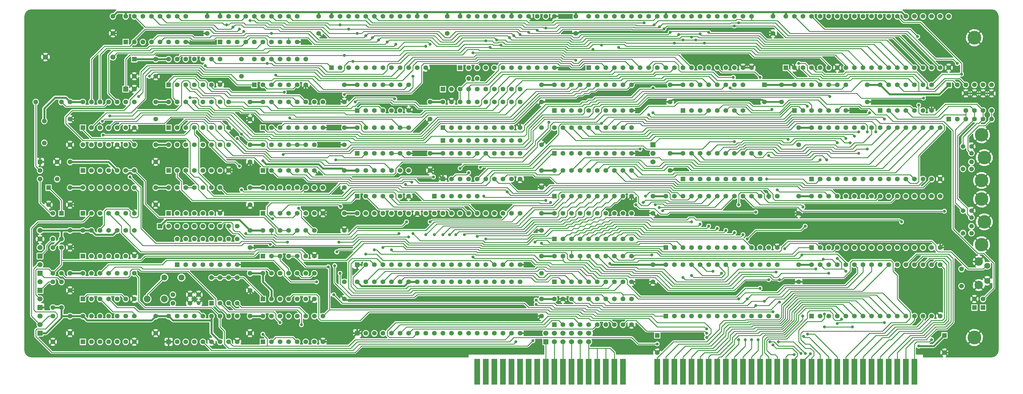
<source format=gtl>
G04 (created by PCBNEW-RS274X (2012-01-19 BZR 3256)-stable) date 9/26/2012 11:12:56 PM*
G01*
G70*
G90*
%MOIN*%
G04 Gerber Fmt 3.4, Leading zero omitted, Abs format*
%FSLAX34Y34*%
G04 APERTURE LIST*
%ADD10C,0.006000*%
%ADD11C,0.070000*%
%ADD12R,0.060000X0.060000*%
%ADD13C,0.060000*%
%ADD14R,0.055000X0.055000*%
%ADD15C,0.055000*%
%ADD16R,0.059000X0.059000*%
%ADD17C,0.059000*%
%ADD18R,0.070000X0.300000*%
%ADD19C,0.054000*%
%ADD20C,0.157500*%
%ADD21C,0.078700*%
%ADD22C,0.045000*%
%ADD23C,0.160000*%
%ADD24C,0.098400*%
%ADD25C,0.070900*%
%ADD26C,0.035000*%
%ADD27C,0.009900*%
%ADD28C,0.008000*%
%ADD29C,0.019900*%
%ADD30C,0.024900*%
%ADD31C,0.014900*%
G04 APERTURE END LIST*
G54D10*
G54D11*
X42500Y-61500D03*
X44500Y-61500D03*
G54D12*
X28000Y-65000D03*
G54D13*
X28000Y-64000D03*
G54D12*
X28000Y-68000D03*
G54D13*
X28000Y-67000D03*
X28000Y-66000D03*
G54D14*
X75000Y-45500D03*
G54D15*
X76000Y-45500D03*
X77000Y-45500D03*
X78000Y-45500D03*
X79000Y-45500D03*
X80000Y-45500D03*
X81000Y-45500D03*
X82000Y-45500D03*
X83000Y-45500D03*
X84000Y-45500D03*
G54D12*
X28000Y-61000D03*
G54D13*
X28000Y-60000D03*
G54D16*
X38000Y-39500D03*
G54D17*
X39000Y-39500D03*
G54D12*
X28000Y-63000D03*
G54D13*
X28000Y-62000D03*
G54D12*
X99500Y-46000D03*
G54D13*
X99500Y-47000D03*
X99500Y-48000D03*
G54D14*
X42000Y-55500D03*
G54D15*
X43000Y-55500D03*
X44000Y-55500D03*
X45000Y-55500D03*
X46000Y-55500D03*
X47000Y-55500D03*
X48000Y-55500D03*
X49000Y-55500D03*
X50000Y-55500D03*
X51000Y-55500D03*
G54D14*
X74000Y-52000D03*
G54D15*
X75000Y-52000D03*
X76000Y-52000D03*
X77000Y-52000D03*
X78000Y-52000D03*
X79000Y-52000D03*
G54D18*
X130000Y-72500D03*
X129000Y-72500D03*
X128000Y-72500D03*
X127000Y-72500D03*
X126000Y-72500D03*
X125000Y-72500D03*
X124000Y-72500D03*
X123000Y-72500D03*
X122000Y-72500D03*
X121000Y-72500D03*
X120000Y-72500D03*
X119000Y-72500D03*
X118000Y-72500D03*
X117000Y-72500D03*
X116000Y-72500D03*
X115000Y-72500D03*
X114000Y-72500D03*
X113000Y-72500D03*
X112000Y-72500D03*
X111000Y-72500D03*
X110000Y-72500D03*
X109000Y-72500D03*
X108000Y-72500D03*
X107000Y-72500D03*
X106000Y-72500D03*
X105000Y-72500D03*
X104000Y-72500D03*
X103000Y-72500D03*
X102000Y-72500D03*
X101000Y-72500D03*
X100000Y-72500D03*
X96000Y-72500D03*
X95000Y-72500D03*
X94000Y-72500D03*
X93000Y-72500D03*
X92000Y-72500D03*
X91000Y-72500D03*
X90000Y-72500D03*
X89000Y-72500D03*
X88000Y-72500D03*
X87000Y-72500D03*
X86000Y-72500D03*
X85000Y-72500D03*
X84000Y-72500D03*
X83000Y-72500D03*
X82000Y-72500D03*
X81000Y-72500D03*
X80000Y-72500D03*
X79000Y-72500D03*
G54D14*
X134000Y-43000D03*
G54D15*
X135000Y-43000D03*
X136000Y-43000D03*
X137000Y-43000D03*
X138000Y-43000D03*
X139000Y-43000D03*
G54D19*
X136650Y-48012D03*
X136650Y-46988D03*
X135669Y-46181D03*
X135669Y-48819D03*
X136650Y-48819D03*
X136650Y-46181D03*
G54D20*
X138150Y-47500D03*
X137831Y-44839D03*
X137831Y-50161D03*
G54D19*
X136650Y-55512D03*
X136650Y-54488D03*
X135669Y-53681D03*
X135669Y-56319D03*
X136650Y-56319D03*
X136650Y-53681D03*
G54D20*
X138150Y-55000D03*
X137831Y-52339D03*
X137831Y-57661D03*
G54D15*
X46500Y-63500D03*
G54D21*
X40500Y-64000D03*
X42500Y-64000D03*
G54D14*
X137000Y-65000D03*
G54D15*
X137000Y-64000D03*
G54D14*
X138000Y-65000D03*
G54D15*
X138000Y-64000D03*
G54D13*
X36512Y-35750D03*
X28638Y-35750D03*
G54D12*
X28000Y-59000D03*
G54D13*
X28000Y-58000D03*
X28000Y-57000D03*
X28000Y-56000D03*
G54D14*
X134000Y-39000D03*
G54D15*
X135000Y-39000D03*
X136000Y-39000D03*
X137000Y-39000D03*
X138000Y-39000D03*
X139000Y-39000D03*
G54D22*
X46500Y-64500D03*
G54D12*
X87000Y-69000D03*
G54D13*
X87000Y-68000D03*
X88000Y-69000D03*
X88000Y-68000D03*
X89000Y-69000D03*
X89000Y-68000D03*
X90000Y-69000D03*
X90000Y-68000D03*
X91000Y-69000D03*
X91000Y-68000D03*
X92000Y-69000D03*
X92000Y-68000D03*
G54D14*
X48000Y-64500D03*
G54D15*
X49000Y-64500D03*
X50000Y-64500D03*
X51000Y-64500D03*
X51000Y-61500D03*
X50000Y-61500D03*
X49000Y-61500D03*
X48000Y-61500D03*
G54D14*
X54000Y-69000D03*
G54D15*
X55000Y-69000D03*
X56000Y-69000D03*
X57000Y-69000D03*
X58000Y-69000D03*
X59000Y-69000D03*
X60000Y-69000D03*
X61000Y-69000D03*
X61000Y-66000D03*
X60000Y-66000D03*
X59000Y-66000D03*
X58000Y-66000D03*
X57000Y-66000D03*
X56000Y-66000D03*
X55000Y-66000D03*
X54000Y-66000D03*
G54D14*
X33000Y-59000D03*
G54D15*
X34000Y-59000D03*
X35000Y-59000D03*
X36000Y-59000D03*
X37000Y-59000D03*
X38000Y-59000D03*
X39000Y-59000D03*
X39000Y-56000D03*
X38000Y-56000D03*
X37000Y-56000D03*
X36000Y-56000D03*
X35000Y-56000D03*
X34000Y-56000D03*
X33000Y-56000D03*
G54D14*
X33000Y-64000D03*
G54D15*
X34000Y-64000D03*
X35000Y-64000D03*
X36000Y-64000D03*
X37000Y-64000D03*
X38000Y-64000D03*
X39000Y-64000D03*
X39000Y-61000D03*
X38000Y-61000D03*
X37000Y-61000D03*
X36000Y-61000D03*
X35000Y-61000D03*
X34000Y-61000D03*
X33000Y-61000D03*
G54D14*
X33000Y-54000D03*
G54D15*
X34000Y-54000D03*
X35000Y-54000D03*
X36000Y-54000D03*
X37000Y-54000D03*
X38000Y-54000D03*
X39000Y-54000D03*
X39000Y-51000D03*
X38000Y-51000D03*
X37000Y-51000D03*
X36000Y-51000D03*
X35000Y-51000D03*
X34000Y-51000D03*
X33000Y-51000D03*
G54D14*
X100000Y-68250D03*
G54D15*
X100000Y-70250D03*
G54D14*
X112500Y-39000D03*
G54D15*
X112500Y-41000D03*
G54D14*
X39000Y-36000D03*
G54D15*
X39000Y-38000D03*
X31500Y-51000D03*
X31500Y-53000D03*
X52500Y-46000D03*
X52500Y-48000D03*
X31500Y-41000D03*
X31500Y-43000D03*
X31500Y-66000D03*
X31500Y-68000D03*
X41500Y-66000D03*
X41500Y-68000D03*
X63500Y-54000D03*
X63500Y-56000D03*
X63500Y-62000D03*
X63500Y-64000D03*
X73500Y-47000D03*
X73500Y-49000D03*
X99500Y-60000D03*
X99500Y-62000D03*
X99500Y-52000D03*
X99500Y-54000D03*
X90500Y-31000D03*
X90500Y-33000D03*
X60500Y-31000D03*
X60500Y-33000D03*
X113500Y-31000D03*
X113500Y-33000D03*
X75500Y-31000D03*
X75500Y-33000D03*
X116500Y-60000D03*
X116500Y-62000D03*
X116500Y-52000D03*
X116500Y-54000D03*
X116500Y-44000D03*
X116500Y-46000D03*
X101500Y-39000D03*
X101500Y-41000D03*
X86500Y-44000D03*
X86500Y-46000D03*
X86500Y-59000D03*
X86500Y-61000D03*
X101500Y-47000D03*
X101500Y-49000D03*
X86500Y-49000D03*
X86500Y-51000D03*
X86500Y-39000D03*
X86500Y-41000D03*
X86500Y-54000D03*
X86500Y-56000D03*
X73500Y-41000D03*
X73500Y-43000D03*
X86500Y-64000D03*
X86500Y-66000D03*
X47500Y-31000D03*
X47500Y-33000D03*
X52500Y-51000D03*
X52500Y-53000D03*
X52500Y-66000D03*
X52500Y-68000D03*
X36500Y-31000D03*
X36500Y-33000D03*
X41500Y-41000D03*
X41500Y-43000D03*
X41500Y-46000D03*
X41500Y-48000D03*
X52500Y-41000D03*
X52500Y-43000D03*
X31500Y-48000D03*
X31500Y-46000D03*
X31500Y-56000D03*
X31500Y-58000D03*
X52500Y-61000D03*
X52500Y-63000D03*
X51500Y-36000D03*
X51500Y-38000D03*
X41500Y-36000D03*
X41500Y-38000D03*
X63500Y-39000D03*
X63500Y-41000D03*
X63500Y-49000D03*
X63500Y-51000D03*
X41500Y-51000D03*
X41500Y-53000D03*
X124500Y-39000D03*
X124500Y-41000D03*
X52500Y-56000D03*
X52500Y-58000D03*
X114500Y-39000D03*
X114500Y-41000D03*
X31500Y-61000D03*
X31500Y-63000D03*
X63500Y-44000D03*
X63500Y-46000D03*
G54D14*
X133500Y-68250D03*
G54D15*
X133500Y-70250D03*
G54D14*
X29000Y-51000D03*
G54D15*
X29000Y-53000D03*
X45500Y-63500D03*
X43500Y-63500D03*
X45500Y-64500D03*
X43500Y-64500D03*
X139000Y-42000D03*
X139000Y-40000D03*
X138000Y-42000D03*
X138000Y-40000D03*
X137000Y-42000D03*
X137000Y-40000D03*
X136000Y-42000D03*
X136000Y-40000D03*
X30000Y-50000D03*
X30000Y-48000D03*
X30500Y-57000D03*
G54D14*
X30500Y-54000D03*
G54D15*
X135500Y-62500D03*
X135500Y-60500D03*
G54D23*
X137000Y-33500D03*
X137000Y-68500D03*
G54D15*
X29500Y-58000D03*
X29500Y-61000D03*
X30500Y-58000D03*
X30500Y-61000D03*
X29500Y-66000D03*
X29500Y-69000D03*
X29500Y-62000D03*
X29500Y-65000D03*
X30500Y-62000D03*
X30500Y-65000D03*
X27500Y-41000D03*
X30500Y-41000D03*
X29500Y-57000D03*
X29500Y-54000D03*
G54D14*
X75000Y-39500D03*
G54D15*
X76000Y-39500D03*
X77000Y-39500D03*
X78000Y-39500D03*
X79000Y-39500D03*
X80000Y-39500D03*
X81000Y-39500D03*
X82000Y-39500D03*
X83000Y-39500D03*
X84000Y-39500D03*
G54D24*
X137500Y-62379D03*
X137500Y-59623D03*
G54D25*
X138484Y-61887D03*
X138484Y-60115D03*
G54D14*
X44000Y-60000D03*
G54D15*
X45000Y-60000D03*
X46000Y-60000D03*
X47000Y-60000D03*
X48000Y-60000D03*
X49000Y-60000D03*
X50000Y-60000D03*
X51000Y-60000D03*
X51000Y-57000D03*
X50000Y-57000D03*
X49000Y-57000D03*
X48000Y-57000D03*
X47000Y-57000D03*
X46000Y-57000D03*
X45000Y-57000D03*
X44000Y-57000D03*
G54D14*
X62000Y-37000D03*
G54D15*
X63000Y-37000D03*
X64000Y-37000D03*
X65000Y-37000D03*
X66000Y-37000D03*
X67000Y-37000D03*
X68000Y-37000D03*
X69000Y-37000D03*
X70000Y-37000D03*
X71000Y-37000D03*
X72000Y-37000D03*
X73000Y-37000D03*
X73000Y-31000D03*
X72000Y-31000D03*
X71000Y-31000D03*
X70000Y-31000D03*
X69000Y-31000D03*
X68000Y-31000D03*
X67000Y-31000D03*
X66000Y-31000D03*
X65000Y-31000D03*
X64000Y-31000D03*
X63000Y-31000D03*
X62000Y-31000D03*
G54D14*
X77000Y-37000D03*
G54D15*
X78000Y-37000D03*
X79000Y-37000D03*
X80000Y-37000D03*
X81000Y-37000D03*
X82000Y-37000D03*
X83000Y-37000D03*
X84000Y-37000D03*
X85000Y-37000D03*
X86000Y-37000D03*
X87000Y-37000D03*
X88000Y-37000D03*
X88000Y-31000D03*
X87000Y-31000D03*
X86000Y-31000D03*
X85000Y-31000D03*
X84000Y-31000D03*
X83000Y-31000D03*
X82000Y-31000D03*
X81000Y-31000D03*
X80000Y-31000D03*
X79000Y-31000D03*
X78000Y-31000D03*
X77000Y-31000D03*
G54D14*
X103000Y-42000D03*
G54D15*
X104000Y-42000D03*
X105000Y-42000D03*
X106000Y-42000D03*
X107000Y-42000D03*
X108000Y-42000D03*
X109000Y-42000D03*
X110000Y-42000D03*
X110000Y-39000D03*
X109000Y-39000D03*
X108000Y-39000D03*
X107000Y-39000D03*
X106000Y-39000D03*
X105000Y-39000D03*
X104000Y-39000D03*
X103000Y-39000D03*
G54D14*
X88000Y-47000D03*
G54D15*
X89000Y-47000D03*
X90000Y-47000D03*
X91000Y-47000D03*
X92000Y-47000D03*
X93000Y-47000D03*
X94000Y-47000D03*
X95000Y-47000D03*
X96000Y-47000D03*
X97000Y-47000D03*
X97000Y-44000D03*
X96000Y-44000D03*
X95000Y-44000D03*
X94000Y-44000D03*
X93000Y-44000D03*
X92000Y-44000D03*
X91000Y-44000D03*
X90000Y-44000D03*
X89000Y-44000D03*
X88000Y-44000D03*
G54D14*
X88000Y-62000D03*
G54D15*
X89000Y-62000D03*
X90000Y-62000D03*
X91000Y-62000D03*
X92000Y-62000D03*
X93000Y-62000D03*
X94000Y-62000D03*
X95000Y-62000D03*
X96000Y-62000D03*
X97000Y-62000D03*
X97000Y-59000D03*
X96000Y-59000D03*
X95000Y-59000D03*
X94000Y-59000D03*
X93000Y-59000D03*
X92000Y-59000D03*
X91000Y-59000D03*
X90000Y-59000D03*
X89000Y-59000D03*
X88000Y-59000D03*
G54D14*
X103000Y-50000D03*
G54D15*
X104000Y-50000D03*
X105000Y-50000D03*
X106000Y-50000D03*
X107000Y-50000D03*
X108000Y-50000D03*
X109000Y-50000D03*
X110000Y-50000D03*
X111000Y-50000D03*
X112000Y-50000D03*
X112000Y-47000D03*
X111000Y-47000D03*
X110000Y-47000D03*
X109000Y-47000D03*
X108000Y-47000D03*
X107000Y-47000D03*
X106000Y-47000D03*
X105000Y-47000D03*
X104000Y-47000D03*
X103000Y-47000D03*
G54D14*
X88000Y-52000D03*
G54D15*
X89000Y-52000D03*
X90000Y-52000D03*
X91000Y-52000D03*
X92000Y-52000D03*
X93000Y-52000D03*
X94000Y-52000D03*
X95000Y-52000D03*
X96000Y-52000D03*
X97000Y-52000D03*
X97000Y-49000D03*
X96000Y-49000D03*
X95000Y-49000D03*
X94000Y-49000D03*
X93000Y-49000D03*
X92000Y-49000D03*
X91000Y-49000D03*
X90000Y-49000D03*
X89000Y-49000D03*
X88000Y-49000D03*
G54D14*
X88000Y-42000D03*
G54D15*
X89000Y-42000D03*
X90000Y-42000D03*
X91000Y-42000D03*
X92000Y-42000D03*
X93000Y-42000D03*
X94000Y-42000D03*
X95000Y-42000D03*
X96000Y-42000D03*
X97000Y-42000D03*
X97000Y-39000D03*
X96000Y-39000D03*
X95000Y-39000D03*
X94000Y-39000D03*
X93000Y-39000D03*
X92000Y-39000D03*
X91000Y-39000D03*
X90000Y-39000D03*
X89000Y-39000D03*
X88000Y-39000D03*
G54D14*
X88000Y-57000D03*
G54D15*
X89000Y-57000D03*
X90000Y-57000D03*
X91000Y-57000D03*
X92000Y-57000D03*
X93000Y-57000D03*
X94000Y-57000D03*
X95000Y-57000D03*
X96000Y-57000D03*
X97000Y-57000D03*
X97000Y-54000D03*
X96000Y-54000D03*
X95000Y-54000D03*
X94000Y-54000D03*
X93000Y-54000D03*
X92000Y-54000D03*
X91000Y-54000D03*
X90000Y-54000D03*
X89000Y-54000D03*
X88000Y-54000D03*
G54D14*
X75000Y-44000D03*
G54D15*
X76000Y-44000D03*
X77000Y-44000D03*
X78000Y-44000D03*
X79000Y-44000D03*
X80000Y-44000D03*
X81000Y-44000D03*
X82000Y-44000D03*
X83000Y-44000D03*
X84000Y-44000D03*
X84000Y-41000D03*
X83000Y-41000D03*
X82000Y-41000D03*
X81000Y-41000D03*
X80000Y-41000D03*
X79000Y-41000D03*
X78000Y-41000D03*
X77000Y-41000D03*
X76000Y-41000D03*
X75000Y-41000D03*
G54D14*
X88000Y-67000D03*
G54D15*
X89000Y-67000D03*
X90000Y-67000D03*
X91000Y-67000D03*
X92000Y-67000D03*
X93000Y-67000D03*
X94000Y-67000D03*
X95000Y-67000D03*
X96000Y-67000D03*
X97000Y-67000D03*
X97000Y-64000D03*
X96000Y-64000D03*
X95000Y-64000D03*
X94000Y-64000D03*
X93000Y-64000D03*
X92000Y-64000D03*
X91000Y-64000D03*
X90000Y-64000D03*
X89000Y-64000D03*
X88000Y-64000D03*
G54D14*
X49000Y-34000D03*
G54D15*
X50000Y-34000D03*
X51000Y-34000D03*
X52000Y-34000D03*
X53000Y-34000D03*
X54000Y-34000D03*
X55000Y-34000D03*
X56000Y-34000D03*
X57000Y-34000D03*
X58000Y-34000D03*
X58000Y-31000D03*
X57000Y-31000D03*
X56000Y-31000D03*
X55000Y-31000D03*
X54000Y-31000D03*
X53000Y-31000D03*
X52000Y-31000D03*
X51000Y-31000D03*
X50000Y-31000D03*
X49000Y-31000D03*
G54D14*
X54000Y-54000D03*
G54D15*
X55000Y-54000D03*
X56000Y-54000D03*
X57000Y-54000D03*
X58000Y-54000D03*
X59000Y-54000D03*
X60000Y-54000D03*
X61000Y-54000D03*
X61000Y-51000D03*
X60000Y-51000D03*
X59000Y-51000D03*
X58000Y-51000D03*
X57000Y-51000D03*
X56000Y-51000D03*
X55000Y-51000D03*
X54000Y-51000D03*
G54D14*
X38000Y-34000D03*
G54D15*
X39000Y-34000D03*
X40000Y-34000D03*
X41000Y-34000D03*
X42000Y-34000D03*
X43000Y-34000D03*
X44000Y-34000D03*
X45000Y-34000D03*
X45000Y-31000D03*
X44000Y-31000D03*
X43000Y-31000D03*
X42000Y-31000D03*
X41000Y-31000D03*
X40000Y-31000D03*
X39000Y-31000D03*
X38000Y-31000D03*
G54D14*
X43000Y-44000D03*
G54D15*
X44000Y-44000D03*
X45000Y-44000D03*
X46000Y-44000D03*
X47000Y-44000D03*
X48000Y-44000D03*
X49000Y-44000D03*
X50000Y-44000D03*
X50000Y-41000D03*
X49000Y-41000D03*
X48000Y-41000D03*
X47000Y-41000D03*
X46000Y-41000D03*
X45000Y-41000D03*
X44000Y-41000D03*
X43000Y-41000D03*
G54D14*
X43000Y-49000D03*
G54D15*
X44000Y-49000D03*
X45000Y-49000D03*
X46000Y-49000D03*
X47000Y-49000D03*
X48000Y-49000D03*
X49000Y-49000D03*
X50000Y-49000D03*
X50000Y-46000D03*
X49000Y-46000D03*
X48000Y-46000D03*
X47000Y-46000D03*
X46000Y-46000D03*
X45000Y-46000D03*
X44000Y-46000D03*
X43000Y-46000D03*
G54D14*
X54000Y-44000D03*
G54D15*
X55000Y-44000D03*
X56000Y-44000D03*
X57000Y-44000D03*
X58000Y-44000D03*
X59000Y-44000D03*
X60000Y-44000D03*
X61000Y-44000D03*
X61000Y-41000D03*
X60000Y-41000D03*
X59000Y-41000D03*
X58000Y-41000D03*
X57000Y-41000D03*
X56000Y-41000D03*
X55000Y-41000D03*
X54000Y-41000D03*
G54D14*
X33000Y-49000D03*
G54D15*
X34000Y-49000D03*
X35000Y-49000D03*
X36000Y-49000D03*
X37000Y-49000D03*
X38000Y-49000D03*
X39000Y-49000D03*
X39000Y-46000D03*
X38000Y-46000D03*
X37000Y-46000D03*
X36000Y-46000D03*
X35000Y-46000D03*
X34000Y-46000D03*
X33000Y-46000D03*
G54D14*
X54000Y-64000D03*
G54D15*
X55000Y-64000D03*
X56000Y-64000D03*
X57000Y-64000D03*
X58000Y-64000D03*
X59000Y-64000D03*
X60000Y-64000D03*
X60000Y-61000D03*
X59000Y-61000D03*
X58000Y-61000D03*
X57000Y-61000D03*
X56000Y-61000D03*
X55000Y-61000D03*
X54000Y-61000D03*
G54D14*
X53000Y-39000D03*
G54D15*
X54000Y-39000D03*
X55000Y-39000D03*
X56000Y-39000D03*
X57000Y-39000D03*
X58000Y-39000D03*
X59000Y-39000D03*
X59000Y-36000D03*
X58000Y-36000D03*
X57000Y-36000D03*
X56000Y-36000D03*
X55000Y-36000D03*
X54000Y-36000D03*
X53000Y-36000D03*
G54D14*
X43000Y-39000D03*
G54D15*
X44000Y-39000D03*
X45000Y-39000D03*
X46000Y-39000D03*
X47000Y-39000D03*
X48000Y-39000D03*
X49000Y-39000D03*
X49000Y-36000D03*
X48000Y-36000D03*
X47000Y-36000D03*
X46000Y-36000D03*
X45000Y-36000D03*
X44000Y-36000D03*
X43000Y-36000D03*
G54D14*
X65000Y-42000D03*
G54D15*
X66000Y-42000D03*
X67000Y-42000D03*
X68000Y-42000D03*
X69000Y-42000D03*
X70000Y-42000D03*
X71000Y-42000D03*
X71000Y-39000D03*
X70000Y-39000D03*
X69000Y-39000D03*
X68000Y-39000D03*
X67000Y-39000D03*
X66000Y-39000D03*
X65000Y-39000D03*
G54D14*
X65000Y-52000D03*
G54D15*
X66000Y-52000D03*
X67000Y-52000D03*
X68000Y-52000D03*
X69000Y-52000D03*
X70000Y-52000D03*
X71000Y-52000D03*
X71000Y-49000D03*
X70000Y-49000D03*
X69000Y-49000D03*
X68000Y-49000D03*
X67000Y-49000D03*
X66000Y-49000D03*
X65000Y-49000D03*
G54D14*
X43000Y-54000D03*
G54D15*
X44000Y-54000D03*
X45000Y-54000D03*
X46000Y-54000D03*
X47000Y-54000D03*
X48000Y-54000D03*
X49000Y-54000D03*
X49000Y-51000D03*
X48000Y-51000D03*
X47000Y-51000D03*
X46000Y-51000D03*
X45000Y-51000D03*
X44000Y-51000D03*
X43000Y-51000D03*
G54D14*
X126000Y-42000D03*
G54D15*
X127000Y-42000D03*
X128000Y-42000D03*
X129000Y-42000D03*
X130000Y-42000D03*
X131000Y-42000D03*
X132000Y-42000D03*
X132000Y-39000D03*
X131000Y-39000D03*
X130000Y-39000D03*
X129000Y-39000D03*
X128000Y-39000D03*
X127000Y-39000D03*
X126000Y-39000D03*
G54D14*
X54000Y-59000D03*
G54D15*
X55000Y-59000D03*
X56000Y-59000D03*
X57000Y-59000D03*
X58000Y-59000D03*
X59000Y-59000D03*
X60000Y-59000D03*
X60000Y-56000D03*
X59000Y-56000D03*
X58000Y-56000D03*
X57000Y-56000D03*
X56000Y-56000D03*
X55000Y-56000D03*
X54000Y-56000D03*
G54D14*
X116000Y-42000D03*
G54D15*
X117000Y-42000D03*
X118000Y-42000D03*
X119000Y-42000D03*
X120000Y-42000D03*
X121000Y-42000D03*
X122000Y-42000D03*
X122000Y-39000D03*
X121000Y-39000D03*
X120000Y-39000D03*
X119000Y-39000D03*
X118000Y-39000D03*
X117000Y-39000D03*
X116000Y-39000D03*
G54D14*
X65000Y-47000D03*
G54D15*
X66000Y-47000D03*
X67000Y-47000D03*
X68000Y-47000D03*
X69000Y-47000D03*
X70000Y-47000D03*
X71000Y-47000D03*
X71000Y-44000D03*
X70000Y-44000D03*
X69000Y-44000D03*
X68000Y-44000D03*
X67000Y-44000D03*
X66000Y-44000D03*
X65000Y-44000D03*
G54D14*
X54000Y-49000D03*
G54D15*
X55000Y-49000D03*
X56000Y-49000D03*
X57000Y-49000D03*
X58000Y-49000D03*
X59000Y-49000D03*
X60000Y-49000D03*
X60000Y-46000D03*
X59000Y-46000D03*
X58000Y-46000D03*
X57000Y-46000D03*
X56000Y-46000D03*
X55000Y-46000D03*
X54000Y-46000D03*
G54D14*
X33000Y-44000D03*
G54D15*
X34000Y-44000D03*
X35000Y-44000D03*
X36000Y-44000D03*
X37000Y-44000D03*
X38000Y-44000D03*
X39000Y-44000D03*
X39000Y-41000D03*
X38000Y-41000D03*
X37000Y-41000D03*
X36000Y-41000D03*
X35000Y-41000D03*
X34000Y-41000D03*
X33000Y-41000D03*
G54D14*
X33000Y-69000D03*
G54D15*
X34000Y-69000D03*
X35000Y-69000D03*
X36000Y-69000D03*
X37000Y-69000D03*
X38000Y-69000D03*
X39000Y-69000D03*
X39000Y-66000D03*
X38000Y-66000D03*
X37000Y-66000D03*
X36000Y-66000D03*
X35000Y-66000D03*
X34000Y-66000D03*
X33000Y-66000D03*
X79000Y-38250D03*
X78000Y-38250D03*
G54D14*
X28000Y-48000D03*
G54D15*
X28000Y-49000D03*
X28000Y-50000D03*
X28500Y-43220D03*
X28500Y-45780D03*
G54D14*
X43000Y-69000D03*
G54D15*
X44000Y-69000D03*
X45000Y-69000D03*
X46000Y-69000D03*
X47000Y-69000D03*
X48000Y-69000D03*
X49000Y-69000D03*
X50000Y-69000D03*
X51000Y-69000D03*
X51000Y-66000D03*
X50000Y-66000D03*
X49000Y-66000D03*
X48000Y-66000D03*
X47000Y-66000D03*
X46000Y-66000D03*
X45000Y-66000D03*
X44000Y-66000D03*
X43000Y-66000D03*
G54D14*
X65000Y-60000D03*
G54D15*
X66000Y-60000D03*
X67000Y-60000D03*
X68000Y-60000D03*
X69000Y-60000D03*
X70000Y-60000D03*
X71000Y-60000D03*
X72000Y-60000D03*
X73000Y-60000D03*
X74000Y-60000D03*
X75000Y-60000D03*
X76000Y-60000D03*
X77000Y-60000D03*
X78000Y-60000D03*
X79000Y-60000D03*
X80000Y-60000D03*
X81000Y-60000D03*
X82000Y-60000D03*
X83000Y-60000D03*
X84000Y-60000D03*
X84000Y-54000D03*
X83000Y-54000D03*
X82000Y-54000D03*
X81000Y-54000D03*
X80000Y-54000D03*
X79000Y-54000D03*
X78000Y-54000D03*
X77000Y-54000D03*
X76000Y-54000D03*
X75000Y-54000D03*
X74000Y-54000D03*
X73000Y-54000D03*
X72000Y-54000D03*
X71000Y-54000D03*
X70000Y-54000D03*
X69000Y-54000D03*
X68000Y-54000D03*
X67000Y-54000D03*
X66000Y-54000D03*
X65000Y-54000D03*
G54D14*
X65000Y-68000D03*
G54D15*
X66000Y-68000D03*
X67000Y-68000D03*
X68000Y-68000D03*
X69000Y-68000D03*
X70000Y-68000D03*
X71000Y-68000D03*
X72000Y-68000D03*
X73000Y-68000D03*
X74000Y-68000D03*
X75000Y-68000D03*
X76000Y-68000D03*
X77000Y-68000D03*
X78000Y-68000D03*
X79000Y-68000D03*
X80000Y-68000D03*
X81000Y-68000D03*
X82000Y-68000D03*
X83000Y-68000D03*
X84000Y-68000D03*
X84000Y-62000D03*
X83000Y-62000D03*
X82000Y-62000D03*
X81000Y-62000D03*
X80000Y-62000D03*
X79000Y-62000D03*
X78000Y-62000D03*
X77000Y-62000D03*
X76000Y-62000D03*
X75000Y-62000D03*
X74000Y-62000D03*
X73000Y-62000D03*
X72000Y-62000D03*
X71000Y-62000D03*
X70000Y-62000D03*
X69000Y-62000D03*
X68000Y-62000D03*
X67000Y-62000D03*
X66000Y-62000D03*
X65000Y-62000D03*
G54D14*
X75000Y-50000D03*
G54D15*
X76000Y-50000D03*
X77000Y-50000D03*
X78000Y-50000D03*
X79000Y-50000D03*
X80000Y-50000D03*
X81000Y-50000D03*
X82000Y-50000D03*
X83000Y-50000D03*
X84000Y-50000D03*
X84000Y-47000D03*
X83000Y-47000D03*
X82000Y-47000D03*
X81000Y-47000D03*
X80000Y-47000D03*
X79000Y-47000D03*
X78000Y-47000D03*
X77000Y-47000D03*
X76000Y-47000D03*
X75000Y-47000D03*
G54D14*
X101000Y-66000D03*
G54D15*
X102000Y-66000D03*
X103000Y-66000D03*
X104000Y-66000D03*
X105000Y-66000D03*
X106000Y-66000D03*
X107000Y-66000D03*
X108000Y-66000D03*
X109000Y-66000D03*
X110000Y-66000D03*
X111000Y-66000D03*
X112000Y-66000D03*
X113000Y-66000D03*
X114000Y-66000D03*
X114000Y-60000D03*
X113000Y-60000D03*
X112000Y-60000D03*
X111000Y-60000D03*
X110000Y-60000D03*
X109000Y-60000D03*
X108000Y-60000D03*
X107000Y-60000D03*
X106000Y-60000D03*
X105000Y-60000D03*
X104000Y-60000D03*
X103000Y-60000D03*
X102000Y-60000D03*
X101000Y-60000D03*
G54D14*
X101000Y-58000D03*
G54D15*
X102000Y-58000D03*
X103000Y-58000D03*
X104000Y-58000D03*
X105000Y-58000D03*
X106000Y-58000D03*
X107000Y-58000D03*
X108000Y-58000D03*
X109000Y-58000D03*
X110000Y-58000D03*
X111000Y-58000D03*
X112000Y-58000D03*
X113000Y-58000D03*
X114000Y-58000D03*
X114000Y-52000D03*
X113000Y-52000D03*
X112000Y-52000D03*
X111000Y-52000D03*
X110000Y-52000D03*
X109000Y-52000D03*
X108000Y-52000D03*
X107000Y-52000D03*
X106000Y-52000D03*
X105000Y-52000D03*
X104000Y-52000D03*
X103000Y-52000D03*
X102000Y-52000D03*
X101000Y-52000D03*
G54D14*
X92000Y-37000D03*
G54D15*
X93000Y-37000D03*
X94000Y-37000D03*
X95000Y-37000D03*
X96000Y-37000D03*
X97000Y-37000D03*
X98000Y-37000D03*
X99000Y-37000D03*
X100000Y-37000D03*
X101000Y-37000D03*
X102000Y-37000D03*
X103000Y-37000D03*
X104000Y-37000D03*
X105000Y-37000D03*
X106000Y-37000D03*
X107000Y-37000D03*
X108000Y-37000D03*
X109000Y-37000D03*
X110000Y-37000D03*
X111000Y-37000D03*
X111000Y-31000D03*
X110000Y-31000D03*
X109000Y-31000D03*
X108000Y-31000D03*
X107000Y-31000D03*
X106000Y-31000D03*
X105000Y-31000D03*
X104000Y-31000D03*
X103000Y-31000D03*
X102000Y-31000D03*
X101000Y-31000D03*
X100000Y-31000D03*
X99000Y-31000D03*
X98000Y-31000D03*
X97000Y-31000D03*
X96000Y-31000D03*
X95000Y-31000D03*
X94000Y-31000D03*
X93000Y-31000D03*
X92000Y-31000D03*
G54D14*
X115000Y-37000D03*
G54D15*
X116000Y-37000D03*
X117000Y-37000D03*
X118000Y-37000D03*
X119000Y-37000D03*
X120000Y-37000D03*
X121000Y-37000D03*
X122000Y-37000D03*
X123000Y-37000D03*
X124000Y-37000D03*
X125000Y-37000D03*
X126000Y-37000D03*
X127000Y-37000D03*
X128000Y-37000D03*
X129000Y-37000D03*
X130000Y-37000D03*
X131000Y-37000D03*
X132000Y-37000D03*
X133000Y-37000D03*
X134000Y-37000D03*
X134000Y-31000D03*
X133000Y-31000D03*
X132000Y-31000D03*
X131000Y-31000D03*
X130000Y-31000D03*
X129000Y-31000D03*
X128000Y-31000D03*
X127000Y-31000D03*
X126000Y-31000D03*
X125000Y-31000D03*
X124000Y-31000D03*
X123000Y-31000D03*
X122000Y-31000D03*
X121000Y-31000D03*
X120000Y-31000D03*
X119000Y-31000D03*
X118000Y-31000D03*
X117000Y-31000D03*
X116000Y-31000D03*
X115000Y-31000D03*
G54D14*
X118000Y-50000D03*
G54D15*
X119000Y-50000D03*
X120000Y-50000D03*
X121000Y-50000D03*
X122000Y-50000D03*
X123000Y-50000D03*
X124000Y-50000D03*
X125000Y-50000D03*
X126000Y-50000D03*
X127000Y-50000D03*
X128000Y-50000D03*
X129000Y-50000D03*
X130000Y-50000D03*
X131000Y-50000D03*
X132000Y-50000D03*
X133000Y-50000D03*
X133000Y-44000D03*
X132000Y-44000D03*
X131000Y-44000D03*
X130000Y-44000D03*
X129000Y-44000D03*
X128000Y-44000D03*
X127000Y-44000D03*
X126000Y-44000D03*
X125000Y-44000D03*
X124000Y-44000D03*
X123000Y-44000D03*
X122000Y-44000D03*
X121000Y-44000D03*
X120000Y-44000D03*
X119000Y-44000D03*
X118000Y-44000D03*
G54D14*
X118000Y-58000D03*
G54D15*
X119000Y-58000D03*
X120000Y-58000D03*
X121000Y-58000D03*
X122000Y-58000D03*
X123000Y-58000D03*
X124000Y-58000D03*
X125000Y-58000D03*
X126000Y-58000D03*
X127000Y-58000D03*
X128000Y-58000D03*
X129000Y-58000D03*
X130000Y-58000D03*
X131000Y-58000D03*
X132000Y-58000D03*
X133000Y-58000D03*
X133000Y-52000D03*
X132000Y-52000D03*
X131000Y-52000D03*
X130000Y-52000D03*
X129000Y-52000D03*
X128000Y-52000D03*
X127000Y-52000D03*
X126000Y-52000D03*
X125000Y-52000D03*
X124000Y-52000D03*
X123000Y-52000D03*
X122000Y-52000D03*
X121000Y-52000D03*
X120000Y-52000D03*
X119000Y-52000D03*
X118000Y-52000D03*
G54D14*
X118000Y-66000D03*
G54D15*
X119000Y-66000D03*
X120000Y-66000D03*
X121000Y-66000D03*
X122000Y-66000D03*
X123000Y-66000D03*
X124000Y-66000D03*
X125000Y-66000D03*
X126000Y-66000D03*
X127000Y-66000D03*
X128000Y-66000D03*
X129000Y-66000D03*
X130000Y-66000D03*
X131000Y-66000D03*
X132000Y-66000D03*
X133000Y-66000D03*
X133000Y-60000D03*
X132000Y-60000D03*
X131000Y-60000D03*
X130000Y-60000D03*
X129000Y-60000D03*
X128000Y-60000D03*
X127000Y-60000D03*
X126000Y-60000D03*
X125000Y-60000D03*
X124000Y-60000D03*
X123000Y-60000D03*
X122000Y-60000D03*
X121000Y-60000D03*
X120000Y-60000D03*
X119000Y-60000D03*
X118000Y-60000D03*
G54D26*
X126500Y-43000D03*
X111500Y-64750D03*
X111000Y-68750D03*
X111750Y-68750D03*
X112500Y-64250D03*
X121000Y-45750D03*
X122500Y-45750D03*
X116950Y-66000D03*
X116875Y-58875D03*
X121500Y-66375D03*
X119750Y-47750D03*
X119375Y-59375D03*
X115950Y-70500D03*
X118500Y-60500D03*
X87575Y-52725D03*
X119000Y-47750D03*
X112750Y-50000D03*
X87000Y-52500D03*
X114875Y-58125D03*
X113500Y-69375D03*
X113875Y-60875D03*
X69000Y-58250D03*
X120000Y-61000D03*
X114000Y-51250D03*
X117850Y-70400D03*
X119500Y-65750D03*
X117500Y-41500D03*
X68000Y-58000D03*
X113000Y-47250D03*
X114250Y-61750D03*
X67000Y-58250D03*
X124750Y-42250D03*
X125500Y-44500D03*
X124500Y-44500D03*
X123500Y-44500D03*
X123000Y-45000D03*
X122000Y-45250D03*
X63000Y-61000D03*
X109500Y-68750D03*
X123500Y-47000D03*
X109500Y-64000D03*
X110250Y-68750D03*
X110500Y-64000D03*
X62375Y-60125D03*
X124500Y-46500D03*
X80000Y-57000D03*
X79000Y-56700D03*
X77500Y-56500D03*
X76500Y-56500D03*
X75750Y-56500D03*
X75000Y-56500D03*
X74000Y-56500D03*
X73000Y-56500D03*
X108875Y-38125D03*
X105750Y-68000D03*
X117075Y-68375D03*
X98000Y-46500D03*
X99375Y-58875D03*
X135000Y-36500D03*
X105750Y-68500D03*
X61625Y-60250D03*
X54000Y-68125D03*
X78000Y-49250D03*
X120125Y-40375D03*
X51000Y-45250D03*
X39500Y-40375D03*
X60250Y-62000D03*
X119500Y-67250D03*
X122750Y-67250D03*
X112000Y-38125D03*
X55500Y-37875D03*
X55125Y-54625D03*
X64750Y-41000D03*
X112000Y-62750D03*
X117525Y-68100D03*
X105750Y-67500D03*
X56875Y-57375D03*
X111500Y-53850D03*
X90500Y-36125D03*
X97500Y-53000D03*
X110500Y-57000D03*
X117250Y-55500D03*
X100625Y-53700D03*
X100225Y-53325D03*
X99750Y-53000D03*
X115250Y-45375D03*
X73500Y-55000D03*
X98350Y-52725D03*
X98625Y-52000D03*
X103000Y-61500D03*
X104000Y-61250D03*
X106500Y-60750D03*
X107500Y-61000D03*
X117000Y-53250D03*
X133500Y-53750D03*
X130500Y-41375D03*
X135500Y-37750D03*
X66000Y-58750D03*
X100000Y-69250D03*
X35250Y-43250D03*
X71500Y-38000D03*
X69500Y-34250D03*
X78500Y-59100D03*
X113000Y-61750D03*
X62875Y-57375D03*
X71000Y-56750D03*
X63500Y-40125D03*
X83500Y-69000D03*
X52000Y-56375D03*
X78500Y-35250D03*
X56375Y-47125D03*
X69875Y-56375D03*
X99000Y-42500D03*
X35375Y-44875D03*
X51250Y-32500D03*
X73500Y-34250D03*
X98475Y-31775D03*
X95500Y-34625D03*
X102000Y-34125D03*
X80000Y-33875D03*
X105500Y-34125D03*
X68500Y-34000D03*
X103000Y-33750D03*
X67500Y-33750D03*
X104500Y-33750D03*
X55000Y-33000D03*
X81250Y-33750D03*
X110000Y-56500D03*
X109000Y-56250D03*
X104000Y-33425D03*
X82750Y-33500D03*
X50500Y-32250D03*
X66750Y-33500D03*
X66000Y-33250D03*
X49750Y-32000D03*
X108000Y-56000D03*
X102500Y-33125D03*
X83250Y-33250D03*
X105000Y-33075D03*
X107000Y-55750D03*
X84000Y-33125D03*
X101500Y-32875D03*
X106000Y-32875D03*
X65000Y-33000D03*
X52500Y-31500D03*
X106000Y-55500D03*
X100800Y-32450D03*
X109000Y-32125D03*
X64000Y-32500D03*
X85000Y-32875D03*
X63000Y-32000D03*
X100275Y-32225D03*
X109500Y-31750D03*
X86000Y-32625D03*
X105000Y-55250D03*
X87000Y-32375D03*
X104000Y-55000D03*
X99625Y-32000D03*
X38500Y-49750D03*
X51250Y-48500D03*
X45500Y-40500D03*
X87375Y-43375D03*
X63050Y-53200D03*
X62500Y-47750D03*
X54875Y-57625D03*
X99500Y-42250D03*
X113375Y-41875D03*
X99500Y-39375D03*
X73900Y-49750D03*
X82500Y-51500D03*
X51500Y-44750D03*
X131050Y-40550D03*
X132000Y-68750D03*
X116750Y-70375D03*
X113125Y-69000D03*
X85875Y-64625D03*
X113500Y-65500D03*
X114125Y-69000D03*
X114250Y-64375D03*
X85875Y-64125D03*
X117250Y-70375D03*
X47250Y-36750D03*
X126500Y-66750D03*
X121000Y-66875D03*
X122000Y-60750D03*
X121000Y-59250D03*
X56500Y-39875D03*
X57125Y-42875D03*
X62250Y-63500D03*
X62625Y-58500D03*
X69375Y-40625D03*
X40750Y-38000D03*
X128500Y-55000D03*
X71500Y-56350D03*
X77000Y-48750D03*
X93500Y-43500D03*
X64500Y-36250D03*
X92500Y-34875D03*
X54500Y-36500D03*
X80500Y-34625D03*
X85725Y-57375D03*
X93500Y-34350D03*
X71375Y-50375D03*
X81750Y-34375D03*
X63500Y-35550D03*
X86500Y-57500D03*
X124000Y-32100D03*
X112400Y-32600D03*
X113100Y-36250D03*
X58750Y-50250D03*
X96750Y-40000D03*
X128000Y-32100D03*
X40250Y-33000D03*
X119000Y-36350D03*
X119950Y-32100D03*
X82500Y-53150D03*
X38500Y-33000D03*
X70325Y-40375D03*
X71775Y-40250D03*
X72200Y-42125D03*
X113500Y-62250D03*
X132600Y-54250D03*
X79750Y-70000D03*
X81250Y-70000D03*
X131200Y-33350D03*
X52500Y-60000D03*
X113000Y-54000D03*
X112000Y-36250D03*
X129500Y-41000D03*
X114500Y-36250D03*
X73250Y-39500D03*
X73250Y-38000D03*
X110000Y-40750D03*
X34500Y-40125D03*
X37000Y-40125D03*
X33000Y-40125D03*
X98625Y-47000D03*
X63500Y-64875D03*
X84000Y-64125D03*
X84000Y-64875D03*
X51250Y-42500D03*
X123000Y-60750D03*
X102500Y-54250D03*
X130375Y-33375D03*
X131500Y-39375D03*
X108500Y-39375D03*
X109000Y-45625D03*
X79375Y-48625D03*
X85500Y-68875D03*
X70625Y-50625D03*
X73000Y-34500D03*
X51500Y-51250D03*
X58150Y-53400D03*
X70750Y-55000D03*
X51750Y-32750D03*
X109500Y-53000D03*
X79750Y-52000D03*
X116500Y-36500D03*
X36125Y-42625D03*
X58500Y-67000D03*
X56000Y-66750D03*
X130500Y-69500D03*
X54000Y-47875D03*
X94450Y-59850D03*
G54D27*
X126000Y-43500D02*
X127250Y-43500D01*
X114500Y-64700D02*
X115900Y-63300D01*
X104500Y-69000D02*
X105750Y-69000D01*
X115750Y-63450D02*
X115900Y-63300D01*
X114500Y-64750D02*
X114500Y-66120D01*
X115125Y-43750D02*
X115375Y-43500D01*
X106750Y-68000D02*
X107250Y-67500D01*
X130250Y-50500D02*
X130500Y-50250D01*
X129000Y-50000D02*
X129500Y-50500D01*
X115375Y-43500D02*
X115875Y-43000D01*
X110500Y-66440D02*
X114180Y-66440D01*
X110250Y-66500D02*
X107750Y-66500D01*
X101750Y-69125D02*
X101875Y-69000D01*
X101875Y-69000D02*
X104500Y-69000D01*
X133250Y-43500D02*
X128250Y-43500D01*
X100000Y-72500D02*
X100000Y-70875D01*
X133500Y-43750D02*
X133250Y-43500D01*
X133500Y-44250D02*
X133500Y-43750D01*
X100000Y-70875D02*
X100375Y-70500D01*
X107750Y-66500D02*
X107250Y-67000D01*
X98750Y-43750D02*
X98250Y-43750D01*
X99750Y-43750D02*
X105750Y-43750D01*
X110310Y-66440D02*
X110250Y-66500D01*
X106750Y-43750D02*
X115125Y-43750D01*
X114180Y-66440D02*
X114500Y-66120D01*
X98250Y-43750D02*
X98000Y-43500D01*
X98000Y-43500D02*
X96500Y-43500D01*
X115900Y-63300D02*
X126300Y-63300D01*
X125750Y-43250D02*
X125500Y-43000D01*
X125500Y-43000D02*
X115875Y-43000D01*
X107250Y-67500D02*
X107250Y-67000D01*
X105750Y-69000D02*
X106750Y-68000D01*
X115750Y-63450D02*
X114750Y-64450D01*
X130500Y-50250D02*
X130500Y-47250D01*
X129500Y-50500D02*
X130250Y-50500D01*
X126000Y-43500D02*
X125750Y-43250D01*
X114500Y-64750D02*
X114500Y-64700D01*
X129000Y-66000D02*
X126300Y-63300D01*
X96500Y-43500D02*
X96000Y-44000D01*
X130500Y-47250D02*
X133500Y-44250D01*
X114975Y-64225D02*
X115900Y-63300D01*
X110500Y-66440D02*
X110310Y-66440D01*
X127750Y-43500D02*
X128250Y-43500D01*
X98750Y-43750D02*
X99750Y-43750D01*
X127250Y-43500D02*
X127750Y-43500D01*
X105750Y-43750D02*
X106750Y-43750D01*
X100375Y-70500D02*
X101750Y-69125D01*
X114750Y-64450D02*
X114975Y-64225D01*
X108000Y-66750D02*
X107500Y-67250D01*
X106250Y-69000D02*
X107000Y-68250D01*
X110750Y-66660D02*
X114180Y-66660D01*
X115250Y-43250D02*
X115750Y-42750D01*
X99500Y-43500D02*
X105500Y-43500D01*
X114710Y-64890D02*
X116080Y-63520D01*
X99000Y-43500D02*
X98500Y-43500D01*
X95000Y-44000D02*
X95500Y-43500D01*
X126250Y-42750D02*
X125750Y-42750D01*
X106000Y-69250D02*
X106250Y-69000D01*
X128000Y-66000D02*
X125520Y-63520D01*
X95500Y-43500D02*
X95750Y-43250D01*
X116080Y-63520D02*
X125520Y-63520D01*
X105500Y-43500D02*
X106500Y-43500D01*
X101000Y-70750D02*
X101000Y-72500D01*
X115750Y-42750D02*
X125750Y-42750D01*
X115000Y-43500D02*
X106500Y-43500D01*
X115250Y-43250D02*
X115000Y-43500D01*
X95750Y-43250D02*
X98250Y-43250D01*
X107500Y-67750D02*
X107500Y-67250D01*
X102500Y-69250D02*
X101750Y-70000D01*
X110750Y-66660D02*
X110590Y-66660D01*
X110590Y-66660D02*
X110500Y-66750D01*
X104750Y-69250D02*
X106000Y-69250D01*
X101500Y-70250D02*
X101750Y-70000D01*
X104750Y-69250D02*
X102500Y-69250D01*
X126500Y-43000D02*
X126250Y-42750D01*
X99000Y-43500D02*
X99500Y-43500D01*
X114180Y-66660D02*
X114260Y-66660D01*
X114710Y-66210D02*
X114710Y-64890D01*
X114260Y-66660D02*
X114710Y-66210D01*
X110500Y-66750D02*
X108000Y-66750D01*
X107000Y-68250D02*
X107500Y-67750D01*
X101000Y-70750D02*
X101500Y-70250D01*
X98500Y-43500D02*
X98250Y-43250D01*
X110750Y-65000D02*
X111250Y-65000D01*
X90000Y-64050D02*
X90450Y-64500D01*
X111250Y-65000D02*
X111500Y-64750D01*
X93500Y-64750D02*
X93750Y-65000D01*
X115860Y-63080D02*
X115670Y-63080D01*
X118250Y-46250D02*
X120500Y-46250D01*
X117750Y-46250D02*
X117500Y-46250D01*
X123920Y-63080D02*
X126250Y-60750D01*
X109000Y-47000D02*
X109250Y-47000D01*
X123000Y-63080D02*
X123920Y-63080D01*
X109750Y-46500D02*
X110125Y-46500D01*
X98750Y-65000D02*
X110750Y-65000D01*
X110125Y-46500D02*
X110375Y-46250D01*
X110375Y-46250D02*
X110125Y-46500D01*
X127000Y-60000D02*
X126250Y-60750D01*
X115680Y-63080D02*
X115860Y-63080D01*
X111500Y-64750D02*
X113000Y-64750D01*
X109250Y-47000D02*
X109750Y-46500D01*
X115670Y-63080D02*
X115450Y-63300D01*
X121000Y-46500D02*
X122750Y-46500D01*
X115615Y-63135D02*
X115625Y-63125D01*
X117500Y-46250D02*
X117000Y-46750D01*
X113750Y-64000D02*
X114500Y-64000D01*
X110750Y-70000D02*
X111000Y-69750D01*
X92000Y-64500D02*
X92250Y-64750D01*
X111000Y-69750D02*
X111000Y-68750D01*
X127000Y-44000D02*
X125000Y-46000D01*
X90000Y-64000D02*
X90000Y-64050D01*
X113750Y-46250D02*
X110375Y-46250D01*
X110000Y-72500D02*
X110000Y-70750D01*
X110000Y-70750D02*
X110750Y-70000D01*
X113750Y-46250D02*
X114250Y-46750D01*
X122750Y-46500D02*
X123250Y-46000D01*
X124250Y-46000D02*
X125000Y-46000D01*
X113000Y-64750D02*
X113750Y-64000D01*
X93750Y-65000D02*
X98750Y-65000D01*
X115860Y-63080D02*
X123000Y-63080D01*
X114750Y-64000D02*
X115450Y-63300D01*
X121000Y-46500D02*
X120750Y-46500D01*
X120750Y-46500D02*
X120500Y-46250D01*
X118250Y-46250D02*
X117750Y-46250D01*
X114250Y-46750D02*
X117000Y-46750D01*
X92250Y-64750D02*
X93500Y-64750D01*
X114500Y-64000D02*
X114750Y-64000D01*
X123250Y-46000D02*
X124250Y-46000D01*
X115450Y-63300D02*
X115615Y-63135D01*
X90450Y-64500D02*
X92000Y-64500D01*
X111000Y-72500D02*
X111000Y-70750D01*
X93750Y-64500D02*
X94000Y-64750D01*
X113000Y-63750D02*
X113500Y-63750D01*
X113500Y-63750D02*
X114500Y-63750D01*
X122000Y-62862D02*
X122888Y-62862D01*
X125000Y-44750D02*
X124000Y-45750D01*
X114500Y-63750D02*
X114750Y-63500D01*
X112500Y-64250D02*
X113000Y-63750D01*
X108000Y-47000D02*
X108500Y-46500D01*
X122888Y-62862D02*
X125000Y-60750D01*
X92500Y-64500D02*
X93750Y-64500D01*
X98500Y-64750D02*
X110500Y-64750D01*
X111750Y-70000D02*
X111750Y-68750D01*
X92000Y-64000D02*
X92500Y-64500D01*
X115388Y-62862D02*
X122000Y-62862D01*
X109375Y-46500D02*
X109625Y-46250D01*
X121250Y-46250D02*
X121000Y-46250D01*
X115145Y-63105D02*
X115163Y-63087D01*
X118000Y-46000D02*
X117250Y-46000D01*
X121000Y-46250D02*
X120750Y-46000D01*
X118000Y-46000D02*
X120750Y-46000D01*
X125000Y-44500D02*
X125000Y-44750D01*
X110250Y-46000D02*
X110000Y-46250D01*
X115145Y-63105D02*
X115388Y-62862D01*
X109125Y-46500D02*
X109375Y-46500D01*
X122250Y-46250D02*
X122500Y-46250D01*
X114000Y-46000D02*
X114500Y-46500D01*
X125000Y-60750D02*
X125000Y-60000D01*
X122500Y-46250D02*
X123000Y-45750D01*
X125000Y-44000D02*
X125000Y-44500D01*
X121250Y-46250D02*
X122250Y-46250D01*
X111000Y-64250D02*
X112500Y-64250D01*
X114500Y-46500D02*
X116750Y-46500D01*
X109125Y-46500D02*
X108500Y-46500D01*
X111500Y-70250D02*
X111750Y-70000D01*
X117250Y-46000D02*
X116750Y-46500D01*
X114750Y-63500D02*
X115145Y-63105D01*
X110250Y-46000D02*
X114000Y-46000D01*
X94000Y-64750D02*
X98500Y-64750D01*
X110500Y-64750D02*
X111000Y-64250D01*
X110000Y-46250D02*
X109625Y-46250D01*
X123000Y-45750D02*
X124000Y-45750D01*
X111000Y-70750D02*
X111500Y-70250D01*
X116000Y-59000D02*
X116500Y-58500D01*
X112250Y-68500D02*
X112250Y-70500D01*
X109875Y-46000D02*
X110125Y-45750D01*
X121000Y-65750D02*
X121000Y-66000D01*
X109250Y-46250D02*
X109500Y-46000D01*
X114820Y-68200D02*
X116460Y-66560D01*
X116500Y-58500D02*
X120500Y-58500D01*
X112550Y-68200D02*
X114800Y-68200D01*
X116750Y-65650D02*
X117000Y-65400D01*
X115250Y-46000D02*
X115500Y-46000D01*
X117340Y-65060D02*
X120000Y-65060D01*
X114250Y-45750D02*
X110125Y-45750D01*
X109000Y-46250D02*
X109250Y-46250D01*
X120310Y-65060D02*
X121000Y-65750D01*
X117250Y-65150D02*
X117210Y-65190D01*
X96000Y-59000D02*
X96450Y-58550D01*
X115750Y-59000D02*
X116000Y-59000D01*
X109500Y-46000D02*
X109875Y-46000D01*
X121000Y-45750D02*
X120750Y-45500D01*
X116460Y-66560D02*
X116460Y-65940D01*
X117210Y-65190D02*
X117000Y-65400D01*
X115750Y-46000D02*
X116250Y-45500D01*
X112000Y-72500D02*
X112000Y-70750D01*
X107750Y-46250D02*
X109000Y-46250D01*
X117210Y-65190D02*
X117340Y-65060D01*
X112250Y-68500D02*
X112550Y-68200D01*
X97375Y-58550D02*
X99925Y-58550D01*
X115500Y-46000D02*
X115750Y-46000D01*
X120500Y-58500D02*
X121000Y-58000D01*
X114250Y-45750D02*
X114500Y-46000D01*
X116460Y-65940D02*
X116750Y-65650D01*
X114500Y-46000D02*
X115250Y-46000D01*
X107000Y-47000D02*
X107750Y-46250D01*
X96450Y-58550D02*
X97375Y-58550D01*
X115750Y-59000D02*
X100375Y-59000D01*
X99925Y-58550D02*
X100375Y-59000D01*
X112250Y-70500D02*
X112125Y-70625D01*
X116250Y-45500D02*
X120750Y-45500D01*
X112125Y-70625D02*
X112000Y-70750D01*
X120000Y-65060D02*
X120310Y-65060D01*
X114800Y-68200D02*
X114820Y-68200D01*
X121350Y-45250D02*
X121850Y-45750D01*
X109750Y-45750D02*
X110000Y-45500D01*
X122000Y-59750D02*
X122000Y-60000D01*
X97200Y-59450D02*
X97400Y-59250D01*
X117000Y-58750D02*
X120750Y-58750D01*
X106000Y-47000D02*
X107000Y-46000D01*
X108875Y-46000D02*
X109125Y-46000D01*
X114750Y-45750D02*
X115250Y-45750D01*
X112500Y-68750D02*
X112830Y-68420D01*
X116950Y-66425D02*
X116900Y-66475D01*
X121000Y-58750D02*
X122000Y-59750D01*
X116000Y-45250D02*
X121250Y-45250D01*
X97400Y-59250D02*
X116050Y-59250D01*
X109125Y-46000D02*
X109375Y-45750D01*
X116500Y-59250D02*
X116250Y-59250D01*
X109375Y-45750D02*
X109750Y-45750D01*
X114955Y-68420D02*
X116900Y-66475D01*
X116750Y-59000D02*
X116875Y-58875D01*
X121250Y-45250D02*
X121350Y-45250D01*
X112500Y-68750D02*
X112500Y-70250D01*
X120750Y-58750D02*
X121000Y-58750D01*
X116875Y-58875D02*
X117000Y-58750D01*
X114500Y-45500D02*
X114750Y-45750D01*
X110000Y-45500D02*
X114500Y-45500D01*
X113000Y-72500D02*
X113000Y-70750D01*
X116050Y-59250D02*
X116250Y-59250D01*
X95000Y-59000D02*
X95450Y-59450D01*
X107000Y-46000D02*
X108875Y-46000D01*
X112830Y-68420D02*
X114625Y-68420D01*
X115250Y-45750D02*
X115500Y-45750D01*
X122250Y-45750D02*
X122500Y-45750D01*
X116950Y-66000D02*
X116950Y-66425D01*
X116750Y-59000D02*
X116500Y-59250D01*
X114625Y-68420D02*
X114955Y-68420D01*
X113000Y-70750D02*
X112500Y-70250D01*
X115500Y-45750D02*
X116000Y-45250D01*
X95450Y-59450D02*
X97200Y-59450D01*
X121850Y-45750D02*
X122250Y-45750D01*
X114000Y-72500D02*
X114000Y-70750D01*
X120750Y-66500D02*
X121375Y-66500D01*
X115100Y-68650D02*
X117375Y-66375D01*
X120375Y-59375D02*
X121000Y-60000D01*
X97650Y-59700D02*
X97850Y-59500D01*
X121375Y-66500D02*
X121500Y-66375D01*
X113750Y-70500D02*
X113250Y-70500D01*
X114875Y-68650D02*
X115100Y-68650D01*
X120125Y-65375D02*
X120500Y-65750D01*
X117625Y-65500D02*
X117750Y-65375D01*
X94000Y-59000D02*
X94250Y-59000D01*
X105500Y-47750D02*
X105000Y-47250D01*
X120500Y-66250D02*
X120750Y-66500D01*
X112750Y-68875D02*
X112975Y-68650D01*
X94950Y-59700D02*
X97650Y-59700D01*
X119250Y-47250D02*
X118500Y-47250D01*
X118500Y-47250D02*
X118000Y-47750D01*
X105000Y-47250D02*
X105000Y-47000D01*
X113100Y-68650D02*
X114875Y-68650D01*
X119750Y-47750D02*
X119250Y-47250D01*
X113250Y-70500D02*
X112750Y-70000D01*
X120125Y-59375D02*
X120375Y-59375D01*
X119250Y-59500D02*
X119375Y-59375D01*
X94250Y-59000D02*
X94950Y-59700D01*
X97850Y-59500D02*
X119250Y-59500D01*
X117500Y-65625D02*
X117625Y-65500D01*
X117750Y-65375D02*
X120125Y-65375D01*
X106250Y-47750D02*
X105500Y-47750D01*
X117500Y-66250D02*
X117500Y-65625D01*
X117375Y-66375D02*
X117500Y-66250D01*
X119375Y-59375D02*
X120125Y-59375D01*
X112750Y-68875D02*
X112750Y-70000D01*
X112975Y-68650D02*
X113100Y-68650D01*
X113750Y-70500D02*
X114000Y-70750D01*
X113000Y-47750D02*
X106250Y-47750D01*
X113000Y-47750D02*
X118000Y-47750D01*
X120500Y-65750D02*
X120500Y-66250D01*
X94300Y-60300D02*
X94250Y-60250D01*
X69500Y-52000D02*
X69500Y-52250D01*
X117750Y-60500D02*
X118500Y-60500D01*
X106000Y-48000D02*
X113250Y-48000D01*
X115250Y-70500D02*
X115950Y-70500D01*
X108000Y-62000D02*
X109500Y-60500D01*
X66250Y-51500D02*
X64750Y-51500D01*
X66250Y-51500D02*
X67000Y-51500D01*
X53000Y-52500D02*
X63700Y-52500D01*
X94250Y-60250D02*
X93500Y-59500D01*
X93000Y-59000D02*
X93500Y-59500D01*
X101750Y-61500D02*
X102250Y-62000D01*
X117750Y-60500D02*
X117250Y-60500D01*
X101500Y-61250D02*
X101750Y-61500D01*
X109500Y-60500D02*
X117250Y-60500D01*
X87575Y-52725D02*
X87425Y-52875D01*
X86250Y-52750D02*
X80000Y-52750D01*
X44000Y-49500D02*
X44000Y-49750D01*
X44000Y-49000D02*
X44000Y-49500D01*
X44500Y-50500D02*
X44500Y-50250D01*
X106000Y-48000D02*
X105250Y-48000D01*
X47500Y-52500D02*
X45750Y-52500D01*
X44500Y-51250D02*
X44500Y-50500D01*
X44000Y-49750D02*
X44500Y-50250D01*
X68000Y-51500D02*
X67000Y-51500D01*
X52250Y-52500D02*
X47500Y-52500D01*
X69500Y-51750D02*
X69500Y-52000D01*
X64750Y-51500D02*
X64700Y-51500D01*
X69250Y-51500D02*
X69500Y-51750D01*
X69250Y-51500D02*
X68000Y-51500D01*
X53000Y-52500D02*
X52250Y-52500D01*
X69500Y-52250D02*
X69750Y-52500D01*
X86500Y-52875D02*
X86375Y-52875D01*
X45750Y-52500D02*
X44500Y-51250D01*
X102250Y-62000D02*
X108000Y-62000D01*
X100750Y-60500D02*
X101500Y-61250D01*
X115000Y-70750D02*
X115000Y-72500D01*
X94550Y-60300D02*
X94300Y-60300D01*
X97750Y-60500D02*
X97550Y-60300D01*
X98250Y-60500D02*
X97750Y-60500D01*
X113250Y-48000D02*
X118750Y-48000D01*
X119000Y-47750D02*
X118750Y-48000D01*
X98250Y-60500D02*
X100750Y-60500D01*
X104500Y-47500D02*
X104000Y-47000D01*
X70000Y-52750D02*
X69750Y-52500D01*
X63700Y-52500D02*
X64700Y-51500D01*
X86375Y-52875D02*
X86250Y-52750D01*
X87425Y-52875D02*
X86500Y-52875D01*
X80000Y-52750D02*
X70000Y-52750D01*
X105250Y-48000D02*
X105000Y-48000D01*
X105000Y-48000D02*
X104500Y-47500D01*
X97550Y-60300D02*
X94550Y-60300D01*
X115250Y-70500D02*
X115000Y-70750D01*
X45000Y-49250D02*
X45000Y-49000D01*
X111000Y-42250D02*
X110300Y-41550D01*
X117500Y-50500D02*
X118500Y-50500D01*
X116375Y-70625D02*
X116375Y-70375D01*
X67250Y-51250D02*
X67500Y-51250D01*
X47500Y-52250D02*
X47000Y-51750D01*
X114250Y-42250D02*
X111000Y-42250D01*
X117000Y-41000D02*
X117625Y-41000D01*
X118000Y-41375D02*
X118000Y-42000D01*
X98000Y-60750D02*
X97500Y-60750D01*
X85800Y-52500D02*
X87000Y-52500D01*
X46500Y-50750D02*
X45000Y-49250D01*
X63500Y-52250D02*
X51750Y-52250D01*
X46500Y-51250D02*
X46500Y-50750D01*
X115125Y-41375D02*
X115500Y-41000D01*
X116375Y-70375D02*
X115750Y-69750D01*
X114750Y-41750D02*
X114250Y-42250D01*
X94050Y-60550D02*
X93500Y-60000D01*
X98000Y-60750D02*
X100500Y-60750D01*
X115125Y-41375D02*
X114750Y-41750D01*
X72750Y-52500D02*
X71750Y-51500D01*
X51500Y-52250D02*
X47500Y-52250D01*
X115500Y-57500D02*
X115000Y-58000D01*
X109625Y-60875D02*
X113875Y-60875D01*
X102000Y-62250D02*
X108250Y-62250D01*
X46750Y-51500D02*
X46500Y-51250D01*
X113875Y-69750D02*
X113500Y-69375D01*
X67000Y-51250D02*
X64500Y-51250D01*
X117000Y-50000D02*
X117500Y-50500D01*
X115750Y-69750D02*
X113875Y-69750D01*
X80250Y-52500D02*
X72750Y-52500D01*
X80250Y-52500D02*
X85800Y-52500D01*
X102000Y-62250D02*
X100500Y-60750D01*
X69500Y-51250D02*
X69750Y-51500D01*
X64500Y-51250D02*
X64250Y-51500D01*
X64250Y-51500D02*
X63500Y-52250D01*
X97300Y-60550D02*
X94300Y-60550D01*
X117625Y-41000D02*
X118000Y-41375D01*
X71750Y-51500D02*
X69750Y-51500D01*
X118500Y-57500D02*
X115500Y-57500D01*
X112750Y-50000D02*
X117000Y-50000D01*
X67500Y-51250D02*
X68250Y-51250D01*
X108450Y-41550D02*
X110300Y-41550D01*
X92000Y-59000D02*
X93000Y-60000D01*
X108250Y-62250D02*
X109625Y-60875D01*
X51750Y-52250D02*
X51500Y-52250D01*
X108000Y-42000D02*
X108450Y-41550D01*
X116000Y-72500D02*
X116000Y-71000D01*
X93250Y-60000D02*
X93500Y-60000D01*
X93250Y-60000D02*
X93000Y-60000D01*
X67000Y-51250D02*
X67250Y-51250D01*
X94300Y-60550D02*
X94050Y-60550D01*
X119000Y-50000D02*
X118500Y-50500D01*
X47000Y-51750D02*
X46750Y-51500D01*
X97500Y-60750D02*
X97300Y-60550D01*
X68250Y-51250D02*
X69500Y-51250D01*
X115500Y-41000D02*
X117000Y-41000D01*
X116000Y-71000D02*
X116375Y-70625D01*
X115000Y-58000D02*
X114875Y-58125D01*
X119000Y-58000D02*
X118500Y-57500D01*
X85900Y-58550D02*
X85825Y-58550D01*
X113500Y-61375D02*
X113625Y-61500D01*
X69000Y-58250D02*
X69000Y-58300D01*
X69150Y-58450D02*
X78900Y-58450D01*
X117000Y-72500D02*
X117000Y-71250D01*
X54125Y-47000D02*
X51750Y-47000D01*
X101000Y-61750D02*
X101250Y-62000D01*
X48500Y-44250D02*
X49750Y-45500D01*
X89300Y-58550D02*
X89375Y-58625D01*
X91250Y-59500D02*
X91750Y-59500D01*
X114000Y-61500D02*
X114500Y-61000D01*
X120000Y-52000D02*
X119500Y-51500D01*
X85900Y-58550D02*
X79050Y-58550D01*
X117000Y-71250D02*
X117750Y-70500D01*
X69000Y-58300D02*
X69150Y-58450D01*
X68150Y-48150D02*
X68250Y-48250D01*
X48250Y-43500D02*
X48500Y-43750D01*
X88950Y-58550D02*
X85900Y-58550D01*
X120000Y-61000D02*
X119250Y-61000D01*
X100250Y-61000D02*
X101000Y-61750D01*
X61475Y-47975D02*
X61650Y-48150D01*
X113625Y-61500D02*
X114000Y-61500D01*
X79000Y-58550D02*
X78900Y-58450D01*
X101250Y-62000D02*
X101750Y-62500D01*
X97050Y-60800D02*
X94050Y-60800D01*
X108500Y-62500D02*
X109875Y-61125D01*
X89750Y-59500D02*
X89500Y-59250D01*
X47750Y-43500D02*
X47625Y-43500D01*
X54875Y-47750D02*
X54125Y-47000D01*
X55750Y-47750D02*
X61250Y-47750D01*
X45000Y-43000D02*
X44750Y-43250D01*
X117750Y-70500D02*
X117850Y-70400D01*
X93000Y-60250D02*
X92750Y-60250D01*
X89500Y-58750D02*
X89375Y-58625D01*
X88950Y-58550D02*
X89300Y-58550D01*
X91000Y-59500D02*
X90750Y-59500D01*
X92000Y-59500D02*
X92750Y-60250D01*
X91250Y-59500D02*
X91000Y-59500D01*
X68250Y-48250D02*
X68500Y-48500D01*
X91750Y-59500D02*
X92000Y-59500D01*
X97250Y-61000D02*
X100250Y-61000D01*
X91000Y-59000D02*
X91000Y-59500D01*
X118250Y-61000D02*
X119250Y-61000D01*
X47750Y-43500D02*
X48250Y-43500D01*
X47625Y-43500D02*
X47125Y-43000D01*
X119500Y-51500D02*
X114750Y-51500D01*
X101750Y-62500D02*
X108500Y-62500D01*
X79050Y-58550D02*
X79000Y-58550D01*
X109875Y-61125D02*
X113250Y-61125D01*
X90750Y-59500D02*
X89750Y-59500D01*
X89500Y-59250D02*
X89500Y-58750D01*
X113250Y-61125D02*
X113500Y-61375D01*
X49750Y-45500D02*
X50250Y-45500D01*
X61650Y-48150D02*
X68150Y-48150D01*
X48500Y-43750D02*
X48500Y-44250D01*
X44000Y-44000D02*
X44750Y-43250D01*
X68250Y-48250D02*
X68500Y-48500D01*
X50250Y-45500D02*
X51750Y-47000D01*
X93000Y-60250D02*
X93250Y-60250D01*
X69000Y-49000D02*
X68500Y-48500D01*
X61250Y-47750D02*
X61475Y-47975D01*
X94050Y-60800D02*
X93800Y-60800D01*
X97050Y-60800D02*
X97250Y-61000D01*
X55750Y-47750D02*
X54875Y-47750D01*
X114250Y-51500D02*
X114000Y-51250D01*
X114750Y-51500D02*
X114250Y-51500D01*
X118250Y-61000D02*
X114500Y-61000D01*
X93800Y-60800D02*
X93250Y-60250D01*
X47125Y-43000D02*
X45000Y-43000D01*
X45500Y-43250D02*
X45000Y-43750D01*
X117250Y-41250D02*
X116750Y-41250D01*
X117250Y-41250D02*
X117500Y-41500D01*
X47500Y-43750D02*
X47500Y-44250D01*
X116750Y-58000D02*
X118000Y-58000D01*
X54725Y-47975D02*
X54000Y-47250D01*
X116500Y-58000D02*
X115750Y-58750D01*
X109000Y-42000D02*
X109500Y-42500D01*
X119500Y-65750D02*
X119500Y-66250D01*
X49500Y-45750D02*
X49500Y-46250D01*
X117250Y-69750D02*
X117000Y-69500D01*
X115537Y-41250D02*
X116750Y-41250D01*
X97500Y-58325D02*
X90000Y-58325D01*
X70600Y-58100D02*
X70700Y-58200D01*
X54000Y-47250D02*
X50500Y-47250D01*
X116500Y-69000D02*
X116500Y-67875D01*
X48750Y-45500D02*
X49250Y-45500D01*
X49500Y-46250D02*
X50500Y-47250D01*
X70600Y-58100D02*
X70350Y-57850D01*
X119500Y-66250D02*
X119125Y-66625D01*
X47000Y-43250D02*
X45500Y-43250D01*
X118250Y-70625D02*
X118250Y-70125D01*
X66400Y-48400D02*
X66600Y-48600D01*
X79100Y-58200D02*
X79225Y-58325D01*
X114287Y-42500D02*
X115537Y-41250D01*
X79350Y-58325D02*
X79225Y-58325D01*
X55500Y-47975D02*
X54725Y-47975D01*
X116750Y-58000D02*
X116500Y-58000D01*
X47500Y-44250D02*
X48750Y-45500D01*
X67000Y-49000D02*
X66600Y-48600D01*
X90000Y-58500D02*
X90000Y-59000D01*
X61200Y-48400D02*
X66400Y-48400D01*
X117875Y-69750D02*
X117250Y-69750D01*
X116750Y-41250D02*
X116875Y-41250D01*
X109500Y-42500D02*
X114287Y-42500D01*
X85950Y-58325D02*
X79350Y-58325D01*
X97500Y-58325D02*
X100075Y-58325D01*
X118000Y-70875D02*
X118000Y-72500D01*
X55500Y-47975D02*
X60775Y-47975D01*
X116500Y-67625D02*
X116500Y-67875D01*
X116500Y-69000D02*
X117000Y-69500D01*
X90000Y-58325D02*
X85950Y-58325D01*
X116500Y-67875D02*
X116500Y-69000D01*
X117500Y-66625D02*
X116500Y-67625D01*
X68150Y-57850D02*
X70350Y-57850D01*
X45000Y-43750D02*
X45000Y-44000D01*
X118000Y-70875D02*
X118250Y-70625D01*
X90000Y-58500D02*
X90000Y-58325D01*
X68150Y-57850D02*
X68000Y-58000D01*
X114500Y-58750D02*
X115750Y-58750D01*
X49250Y-45500D02*
X49500Y-45750D01*
X47250Y-43500D02*
X47000Y-43250D01*
X60775Y-47975D02*
X61200Y-48400D01*
X47250Y-43500D02*
X47500Y-43750D01*
X118250Y-70125D02*
X117875Y-69750D01*
X70700Y-58200D02*
X79100Y-58200D01*
X100075Y-58325D02*
X100500Y-58750D01*
X119125Y-66625D02*
X117500Y-66625D01*
X100500Y-58750D02*
X114500Y-58750D01*
X127250Y-66750D02*
X129000Y-66750D01*
X122500Y-60250D02*
X122500Y-59750D01*
X122500Y-60750D02*
X122500Y-60250D01*
X101000Y-62250D02*
X100750Y-62000D01*
X101500Y-62750D02*
X108750Y-62750D01*
X92500Y-60500D02*
X92750Y-60500D01*
X86250Y-59500D02*
X85650Y-58900D01*
X113500Y-61750D02*
X113125Y-61375D01*
X113250Y-47500D02*
X113000Y-47250D01*
X128000Y-61250D02*
X127500Y-60750D01*
X90500Y-59750D02*
X89250Y-59750D01*
X120000Y-67750D02*
X126250Y-67750D01*
X78750Y-58750D02*
X78850Y-58850D01*
X114250Y-61750D02*
X114500Y-61750D01*
X121750Y-61500D02*
X122500Y-60750D01*
X96775Y-61025D02*
X97000Y-61250D01*
X116750Y-61500D02*
X117000Y-61500D01*
X119000Y-70750D02*
X119000Y-70500D01*
X117750Y-69250D02*
X117250Y-69250D01*
X116725Y-68725D02*
X117250Y-69250D01*
X127500Y-60750D02*
X127500Y-59750D01*
X101000Y-62250D02*
X101500Y-62750D01*
X89250Y-59750D02*
X89000Y-59500D01*
X116725Y-68025D02*
X116725Y-68725D01*
X93775Y-61025D02*
X93525Y-61025D01*
X91500Y-59750D02*
X91750Y-59750D01*
X90500Y-59750D02*
X91000Y-59750D01*
X91000Y-59750D02*
X91500Y-59750D01*
X121000Y-61500D02*
X121750Y-61500D01*
X108750Y-62750D02*
X110125Y-61375D01*
X97000Y-61250D02*
X100000Y-61250D01*
X78850Y-58850D02*
X85600Y-58850D01*
X116725Y-68025D02*
X117000Y-67750D01*
X85600Y-58850D02*
X85650Y-58900D01*
X120250Y-47500D02*
X119750Y-47000D01*
X117750Y-47500D02*
X113500Y-47500D01*
X117000Y-61500D02*
X117450Y-61500D01*
X114500Y-61750D02*
X114750Y-61500D01*
X67000Y-58250D02*
X67250Y-58250D01*
X118250Y-47000D02*
X117750Y-47500D01*
X128000Y-44000D02*
X124500Y-47500D01*
X122750Y-59500D02*
X127250Y-59500D01*
X89000Y-59500D02*
X86250Y-59500D01*
X118250Y-67750D02*
X120000Y-67750D01*
X100000Y-61250D02*
X100750Y-62000D01*
X119750Y-47000D02*
X118250Y-47000D01*
X129500Y-65500D02*
X128000Y-64000D01*
X119000Y-72500D02*
X119000Y-70750D01*
X117450Y-61500D02*
X117750Y-61500D01*
X78750Y-58750D02*
X67750Y-58750D01*
X67750Y-58750D02*
X67250Y-58250D01*
X129500Y-65500D02*
X129500Y-66250D01*
X117750Y-61500D02*
X119250Y-61500D01*
X117000Y-67750D02*
X118250Y-67750D01*
X93525Y-61025D02*
X93000Y-60500D01*
X128000Y-62250D02*
X128000Y-61250D01*
X128000Y-64000D02*
X128000Y-62250D01*
X92750Y-60500D02*
X93000Y-60500D01*
X127500Y-59750D02*
X127250Y-59500D01*
X89000Y-59000D02*
X89000Y-59500D01*
X122500Y-59750D02*
X122750Y-59500D01*
X114750Y-61500D02*
X116750Y-61500D01*
X91750Y-59750D02*
X92500Y-60500D01*
X117750Y-69250D02*
X119000Y-70500D01*
X113125Y-61375D02*
X110125Y-61375D01*
X124500Y-47500D02*
X120250Y-47500D01*
X113750Y-61750D02*
X114250Y-61750D01*
X113500Y-47500D02*
X113250Y-47500D01*
X126250Y-67750D02*
X127250Y-66750D01*
X113750Y-61750D02*
X113500Y-61750D01*
X119250Y-61500D02*
X121000Y-61500D01*
X129000Y-66750D02*
X129500Y-66250D01*
X96775Y-61025D02*
X93775Y-61025D01*
X114320Y-66880D02*
X114340Y-66880D01*
X102500Y-70250D02*
X103250Y-69500D01*
X115250Y-64750D02*
X116160Y-63840D01*
X106250Y-69500D02*
X106500Y-69250D01*
X106250Y-43250D02*
X114875Y-43250D01*
X105000Y-69500D02*
X106250Y-69500D01*
X124500Y-42500D02*
X122500Y-42500D01*
X124740Y-63740D02*
X116260Y-63740D01*
X114935Y-66285D02*
X114935Y-65065D01*
X107250Y-68500D02*
X107750Y-68000D01*
X102000Y-70750D02*
X102250Y-70500D01*
X98500Y-43000D02*
X95000Y-43000D01*
X102250Y-70500D02*
X102500Y-70250D01*
X111000Y-66880D02*
X114320Y-66880D01*
X103250Y-69500D02*
X105000Y-69500D01*
X106500Y-69250D02*
X107250Y-68500D01*
X102000Y-72500D02*
X102000Y-70750D01*
X122500Y-42500D02*
X115625Y-42500D01*
X115050Y-64950D02*
X115250Y-64750D01*
X124750Y-42250D02*
X124500Y-42500D01*
X111000Y-66880D02*
X110870Y-66880D01*
X114935Y-65065D02*
X115050Y-64950D01*
X116260Y-63740D02*
X116160Y-63840D01*
X99250Y-43250D02*
X98750Y-43250D01*
X107750Y-68000D02*
X107750Y-67500D01*
X108250Y-67000D02*
X107750Y-67500D01*
X99250Y-43250D02*
X105250Y-43250D01*
X114875Y-43250D02*
X115125Y-43000D01*
X105250Y-43250D02*
X106250Y-43250D01*
X114340Y-66880D02*
X114935Y-66285D01*
X127000Y-66000D02*
X124740Y-63740D01*
X95000Y-43000D02*
X94750Y-43250D01*
X115125Y-43000D02*
X115625Y-42500D01*
X94000Y-44000D02*
X94750Y-43250D01*
X98750Y-43250D02*
X98500Y-43000D01*
X110750Y-67000D02*
X108250Y-67000D01*
X110870Y-66880D02*
X110750Y-67000D01*
X105250Y-69750D02*
X104000Y-69750D01*
X108500Y-67250D02*
X108000Y-67750D01*
X106000Y-44000D02*
X107000Y-44000D01*
X100000Y-44000D02*
X105750Y-44000D01*
X98250Y-44500D02*
X98750Y-44000D01*
X116440Y-63960D02*
X123960Y-63960D01*
X125000Y-43250D02*
X125250Y-43500D01*
X115500Y-43750D02*
X115250Y-44000D01*
X116000Y-43250D02*
X125000Y-43250D01*
X115300Y-65100D02*
X115500Y-64900D01*
X115500Y-43750D02*
X116000Y-43250D01*
X116310Y-64090D02*
X115500Y-64900D01*
X125500Y-43750D02*
X125500Y-44500D01*
X105250Y-69750D02*
X106500Y-69750D01*
X105750Y-44000D02*
X106000Y-44000D01*
X111250Y-67100D02*
X111150Y-67100D01*
X115185Y-65215D02*
X115300Y-65100D01*
X108000Y-68250D02*
X108000Y-67750D01*
X93000Y-44000D02*
X93500Y-44500D01*
X97750Y-44500D02*
X98250Y-44500D01*
X106750Y-69500D02*
X107500Y-68750D01*
X111150Y-67100D02*
X111000Y-67250D01*
X126000Y-66000D02*
X123960Y-63960D01*
X104000Y-69750D02*
X103250Y-70500D01*
X107500Y-68750D02*
X108000Y-68250D01*
X111250Y-67100D02*
X114420Y-67100D01*
X98750Y-44000D02*
X100000Y-44000D01*
X106500Y-69750D02*
X106750Y-69500D01*
X103000Y-70750D02*
X103000Y-72500D01*
X111000Y-67250D02*
X108500Y-67250D01*
X125250Y-43500D02*
X125500Y-43750D01*
X114420Y-67100D02*
X115185Y-66335D01*
X103250Y-70500D02*
X103000Y-70750D01*
X116310Y-64090D02*
X116440Y-63960D01*
X115250Y-44000D02*
X107000Y-44000D01*
X97750Y-44500D02*
X93500Y-44500D01*
X115185Y-66335D02*
X115185Y-65215D01*
X107250Y-44250D02*
X115500Y-44250D01*
X115435Y-66385D02*
X115435Y-65365D01*
X105500Y-70000D02*
X106750Y-70000D01*
X111250Y-67500D02*
X108750Y-67500D01*
X99000Y-44250D02*
X100250Y-44250D01*
X98500Y-44750D02*
X99000Y-44250D01*
X92750Y-44750D02*
X98000Y-44750D01*
X104750Y-70000D02*
X105500Y-70000D01*
X114500Y-67320D02*
X115435Y-66385D01*
X115435Y-65365D02*
X115600Y-65200D01*
X115750Y-65050D02*
X116420Y-64380D01*
X108250Y-68500D02*
X108250Y-68000D01*
X111500Y-67320D02*
X111430Y-67320D01*
X104000Y-70750D02*
X104500Y-70250D01*
X111500Y-67320D02*
X114420Y-67320D01*
X114420Y-67320D02*
X114500Y-67320D01*
X108750Y-67500D02*
X108250Y-68000D01*
X124250Y-43500D02*
X124500Y-43750D01*
X106250Y-44250D02*
X107250Y-44250D01*
X107000Y-69750D02*
X107750Y-69000D01*
X115750Y-44000D02*
X116250Y-43500D01*
X116250Y-43500D02*
X124250Y-43500D01*
X115500Y-44250D02*
X115750Y-44000D01*
X104000Y-72500D02*
X104000Y-70750D01*
X111430Y-67320D02*
X111250Y-67500D01*
X124500Y-43750D02*
X124500Y-44500D01*
X116620Y-64180D02*
X116420Y-64380D01*
X125000Y-66000D02*
X123180Y-64180D01*
X92000Y-44000D02*
X92750Y-44750D01*
X106750Y-70000D02*
X107000Y-69750D01*
X123180Y-64180D02*
X116620Y-64180D01*
X106250Y-44250D02*
X100250Y-44250D01*
X107750Y-69000D02*
X108250Y-68500D01*
X98000Y-44750D02*
X98500Y-44750D01*
X115600Y-65200D02*
X115750Y-65050D01*
X104500Y-70250D02*
X104750Y-70000D01*
X115685Y-65515D02*
X116050Y-65150D01*
X111750Y-67540D02*
X114560Y-67540D01*
X98250Y-45000D02*
X98750Y-45000D01*
X107250Y-70000D02*
X108000Y-69250D01*
X108000Y-69250D02*
X108500Y-68750D01*
X106500Y-44500D02*
X107500Y-44500D01*
X91000Y-44000D02*
X92000Y-45000D01*
X107000Y-70250D02*
X107250Y-70000D01*
X108500Y-68750D02*
X108500Y-68250D01*
X124000Y-66000D02*
X122400Y-64400D01*
X116700Y-64500D02*
X116600Y-64600D01*
X116050Y-65150D02*
X116600Y-64600D01*
X115685Y-66435D02*
X115685Y-65515D01*
X114560Y-67540D02*
X114580Y-67540D01*
X98750Y-45000D02*
X99250Y-44500D01*
X109000Y-67750D02*
X108500Y-68250D01*
X114580Y-67540D02*
X115685Y-66435D01*
X99250Y-44500D02*
X100500Y-44500D01*
X116250Y-44500D02*
X123500Y-44500D01*
X116700Y-64500D02*
X116800Y-64400D01*
X100500Y-44500D02*
X106500Y-44500D01*
X111500Y-67750D02*
X109000Y-67750D01*
X105500Y-70250D02*
X105250Y-70500D01*
X98250Y-45000D02*
X92000Y-45000D01*
X105250Y-70500D02*
X105000Y-70750D01*
X111750Y-67540D02*
X111710Y-67540D01*
X116725Y-64475D02*
X116700Y-64500D01*
X111710Y-67540D02*
X111500Y-67750D01*
X105000Y-70750D02*
X105000Y-72500D01*
X105750Y-70250D02*
X107000Y-70250D01*
X105750Y-70250D02*
X105500Y-70250D01*
X116250Y-44500D02*
X107500Y-44500D01*
X116800Y-64400D02*
X122400Y-64400D01*
X115960Y-65640D02*
X116300Y-65300D01*
X90000Y-44000D02*
X91250Y-45250D01*
X108250Y-69500D02*
X108750Y-69000D01*
X115960Y-66460D02*
X115960Y-65640D01*
X106500Y-70500D02*
X107250Y-70500D01*
X106750Y-44750D02*
X107750Y-44750D01*
X98500Y-45250D02*
X99000Y-45250D01*
X116980Y-64620D02*
X121620Y-64620D01*
X108750Y-69000D02*
X108750Y-68500D01*
X111750Y-68000D02*
X111990Y-67760D01*
X106000Y-70750D02*
X106250Y-70500D01*
X91250Y-45250D02*
X98500Y-45250D01*
X114620Y-67760D02*
X114660Y-67760D01*
X99000Y-45250D02*
X99500Y-44750D01*
X122750Y-44750D02*
X123000Y-45000D01*
X111990Y-67760D02*
X114620Y-67760D01*
X106250Y-70500D02*
X106500Y-70500D01*
X109250Y-68000D02*
X111750Y-68000D01*
X108750Y-68500D02*
X109250Y-68000D01*
X107250Y-70500D02*
X107500Y-70250D01*
X107500Y-70250D02*
X108250Y-69500D01*
X123000Y-66000D02*
X121620Y-64620D01*
X99500Y-44750D02*
X100750Y-44750D01*
X116000Y-44750D02*
X122750Y-44750D01*
X116860Y-64740D02*
X116300Y-65300D01*
X116860Y-64740D02*
X116980Y-64620D01*
X106750Y-44750D02*
X100750Y-44750D01*
X107750Y-44750D02*
X116000Y-44750D01*
X114660Y-67760D02*
X115960Y-66460D01*
X106000Y-72500D02*
X106000Y-70750D01*
X99250Y-45500D02*
X99750Y-45000D01*
X121750Y-45000D02*
X122000Y-45250D01*
X107500Y-70750D02*
X107750Y-70500D01*
X101000Y-45000D02*
X107000Y-45000D01*
X112000Y-68250D02*
X112270Y-67980D01*
X107000Y-71000D02*
X107250Y-70750D01*
X116210Y-66510D02*
X116210Y-65790D01*
X98750Y-45500D02*
X99250Y-45500D01*
X89000Y-44000D02*
X90500Y-45500D01*
X98750Y-45500D02*
X90500Y-45500D01*
X120840Y-64840D02*
X117160Y-64840D01*
X107000Y-45000D02*
X108000Y-45000D01*
X112270Y-67980D02*
X114740Y-67980D01*
X109000Y-69250D02*
X109000Y-68750D01*
X107000Y-72500D02*
X107000Y-71000D01*
X122000Y-66000D02*
X120840Y-64840D01*
X108500Y-69750D02*
X109000Y-69250D01*
X115750Y-45000D02*
X108000Y-45000D01*
X109000Y-68750D02*
X109500Y-68250D01*
X117160Y-64840D02*
X116860Y-65140D01*
X116210Y-65790D02*
X116550Y-65450D01*
X99750Y-45000D02*
X101000Y-45000D01*
X115750Y-45000D02*
X121750Y-45000D01*
X116550Y-65450D02*
X116860Y-65140D01*
X107750Y-70500D02*
X108500Y-69750D01*
X107250Y-70750D02*
X107500Y-70750D01*
X109500Y-68250D02*
X112000Y-68250D01*
X115040Y-67680D02*
X116210Y-66510D01*
X114740Y-67980D02*
X115040Y-67680D01*
X120750Y-62440D02*
X114810Y-62440D01*
X114000Y-63250D02*
X112250Y-63250D01*
X123375Y-60375D02*
X123000Y-60000D01*
X108500Y-70250D02*
X109250Y-69500D01*
X89000Y-63250D02*
X83250Y-63250D01*
X120250Y-47000D02*
X120000Y-46750D01*
X64300Y-63550D02*
X63900Y-63150D01*
X109500Y-69250D02*
X109500Y-68750D01*
X63000Y-62250D02*
X63250Y-62500D01*
X112250Y-47500D02*
X112875Y-46875D01*
X110250Y-63250D02*
X110500Y-63250D01*
X112875Y-46875D02*
X113375Y-46875D01*
X118000Y-46750D02*
X117500Y-47250D01*
X114650Y-62600D02*
X114710Y-62540D01*
X113375Y-46875D02*
X113750Y-47250D01*
X121250Y-62440D02*
X121935Y-62440D01*
X96000Y-64000D02*
X96000Y-63500D01*
X121500Y-47000D02*
X121750Y-47000D01*
X111000Y-47000D02*
X111375Y-47375D01*
X93500Y-63250D02*
X89000Y-63250D01*
X95750Y-63250D02*
X96000Y-63500D01*
X97250Y-63500D02*
X97750Y-64000D01*
X114810Y-62440D02*
X114710Y-62540D01*
X71450Y-63550D02*
X71750Y-63250D01*
X114500Y-62750D02*
X114650Y-62600D01*
X108000Y-70750D02*
X108500Y-70250D01*
X113750Y-47250D02*
X117500Y-47250D01*
X111375Y-47375D02*
X111500Y-47500D01*
X118750Y-46750D02*
X120000Y-46750D01*
X120500Y-47000D02*
X121500Y-47000D01*
X83250Y-63250D02*
X79500Y-63250D01*
X108000Y-72500D02*
X108000Y-70750D01*
X98000Y-64000D02*
X109500Y-64000D01*
X63000Y-62250D02*
X63000Y-61000D01*
X111500Y-47500D02*
X112250Y-47500D01*
X109250Y-69500D02*
X109500Y-69250D01*
X71750Y-63250D02*
X79500Y-63250D01*
X121750Y-47000D02*
X123500Y-47000D01*
X118750Y-46750D02*
X118000Y-46750D01*
X120500Y-47000D02*
X120250Y-47000D01*
X112250Y-63250D02*
X112000Y-63250D01*
X123375Y-61000D02*
X123375Y-60375D01*
X114500Y-62750D02*
X114000Y-63250D01*
X121935Y-62440D02*
X123375Y-61000D01*
X114710Y-62540D02*
X114800Y-62450D01*
X109500Y-64000D02*
X110250Y-63250D01*
X95750Y-63250D02*
X93500Y-63250D01*
X71450Y-63550D02*
X64300Y-63550D01*
X120750Y-62440D02*
X121250Y-62440D01*
X110500Y-63250D02*
X112000Y-63250D01*
X96000Y-63500D02*
X97250Y-63500D01*
X97750Y-64000D02*
X98000Y-64000D01*
X63900Y-63150D02*
X63250Y-62500D01*
X110000Y-64500D02*
X109750Y-64500D01*
X112500Y-63500D02*
X111000Y-63500D01*
X114200Y-63500D02*
X114720Y-62980D01*
X114000Y-47000D02*
X117250Y-47000D01*
X62375Y-62125D02*
X62375Y-60125D01*
X94000Y-64000D02*
X94500Y-64500D01*
X111000Y-63500D02*
X110500Y-64000D01*
X120750Y-46750D02*
X123000Y-46750D01*
X121750Y-62660D02*
X122215Y-62660D01*
X110500Y-64000D02*
X110000Y-64500D01*
X80500Y-63500D02*
X72000Y-63500D01*
X122215Y-62660D02*
X124000Y-60875D01*
X113500Y-46500D02*
X114000Y-47000D01*
X120500Y-46750D02*
X120250Y-46500D01*
X114720Y-62980D02*
X114800Y-62900D01*
X110000Y-69750D02*
X110250Y-69500D01*
X124000Y-60500D02*
X124000Y-60000D01*
X62500Y-62250D02*
X62375Y-62125D01*
X63000Y-62750D02*
X62500Y-62250D01*
X110500Y-46500D02*
X113500Y-46500D01*
X118500Y-46500D02*
X120250Y-46500D01*
X93450Y-63500D02*
X81750Y-63500D01*
X64050Y-63800D02*
X63000Y-62750D01*
X124000Y-60875D02*
X124000Y-60500D01*
X109000Y-72500D02*
X109000Y-70750D01*
X120750Y-46750D02*
X120500Y-46750D01*
X123000Y-46750D02*
X123250Y-46500D01*
X115040Y-62660D02*
X121250Y-62660D01*
X110250Y-69500D02*
X110250Y-68750D01*
X109000Y-70750D02*
X110000Y-69750D01*
X114800Y-62900D02*
X115040Y-62660D01*
X71700Y-63800D02*
X64050Y-63800D01*
X110000Y-47000D02*
X110500Y-46500D01*
X98250Y-64500D02*
X109500Y-64500D01*
X112500Y-63500D02*
X114200Y-63500D01*
X121250Y-62660D02*
X121750Y-62660D01*
X109500Y-64500D02*
X109750Y-64500D01*
X93500Y-63500D02*
X94000Y-64000D01*
X93500Y-63500D02*
X93450Y-63500D01*
X81750Y-63500D02*
X80500Y-63500D01*
X94500Y-64500D02*
X98250Y-64500D01*
X118250Y-46500D02*
X117750Y-46500D01*
X118500Y-46500D02*
X118250Y-46500D01*
X117750Y-46500D02*
X117250Y-47000D01*
X72000Y-63500D02*
X71700Y-63800D01*
X123250Y-46500D02*
X124500Y-46500D01*
X89000Y-67000D02*
X88500Y-66500D01*
X86950Y-67250D02*
X84900Y-67250D01*
X84500Y-67250D02*
X84900Y-67250D01*
X84500Y-67250D02*
X70750Y-67250D01*
X88500Y-66500D02*
X87700Y-66500D01*
X87700Y-66500D02*
X86950Y-67250D01*
X70000Y-68000D02*
X70750Y-67250D01*
X91000Y-67000D02*
X90500Y-66500D01*
X90250Y-66250D02*
X87500Y-66250D01*
X90500Y-66500D02*
X90250Y-66250D01*
X86750Y-67000D02*
X70000Y-67000D01*
X87500Y-66250D02*
X86750Y-67000D01*
X69000Y-68000D02*
X70000Y-67000D01*
X66750Y-59250D02*
X67250Y-59250D01*
X67250Y-59250D02*
X67500Y-59500D01*
X71500Y-63000D02*
X71200Y-63300D01*
X64400Y-59250D02*
X66500Y-59250D01*
X64550Y-63300D02*
X64000Y-62750D01*
X71200Y-63300D02*
X64800Y-63300D01*
X66500Y-59250D02*
X66750Y-59250D01*
X64000Y-59650D02*
X64075Y-59575D01*
X64800Y-63300D02*
X64550Y-63300D01*
X78500Y-63000D02*
X71500Y-63000D01*
X67500Y-59500D02*
X68000Y-60000D01*
X64000Y-62750D02*
X64000Y-59750D01*
X64000Y-59750D02*
X64000Y-59650D01*
X78500Y-63000D02*
X95000Y-63000D01*
X96000Y-62000D02*
X95000Y-63000D01*
X64400Y-59250D02*
X64075Y-59575D01*
X77750Y-62750D02*
X71250Y-62750D01*
X66500Y-59500D02*
X67000Y-60000D01*
X95000Y-62000D02*
X94250Y-62750D01*
X64250Y-62500D02*
X64250Y-61500D01*
X64800Y-63050D02*
X64250Y-62500D01*
X71250Y-62750D02*
X71000Y-63000D01*
X64650Y-59500D02*
X64250Y-59900D01*
X64250Y-61500D02*
X64250Y-59900D01*
X70500Y-63050D02*
X70950Y-63050D01*
X77750Y-62750D02*
X94250Y-62750D01*
X64650Y-59500D02*
X66500Y-59500D01*
X67500Y-63050D02*
X64800Y-63050D01*
X70950Y-63050D02*
X71250Y-62750D01*
X70500Y-63050D02*
X67500Y-63050D01*
X64500Y-62250D02*
X64500Y-61750D01*
X64750Y-62500D02*
X64500Y-62250D01*
X66250Y-62800D02*
X65050Y-62800D01*
X66000Y-60000D02*
X64500Y-61500D01*
X65000Y-62750D02*
X64750Y-62500D01*
X94000Y-62000D02*
X93500Y-62500D01*
X76750Y-62500D02*
X71000Y-62500D01*
X71000Y-62500D02*
X70700Y-62800D01*
X66250Y-62800D02*
X70700Y-62800D01*
X65050Y-62800D02*
X65000Y-62750D01*
X76750Y-62500D02*
X93500Y-62500D01*
X64500Y-61500D02*
X64500Y-61750D01*
X91000Y-60500D02*
X91750Y-61250D01*
X86000Y-60250D02*
X87000Y-60250D01*
X92000Y-61250D02*
X91750Y-61250D01*
X92000Y-61250D02*
X92250Y-61250D01*
X87250Y-60500D02*
X89750Y-60500D01*
X89750Y-60500D02*
X90250Y-60500D01*
X90750Y-60500D02*
X91000Y-60500D01*
X85750Y-60500D02*
X86000Y-60250D01*
X67500Y-60500D02*
X85750Y-60500D01*
X90250Y-60500D02*
X90750Y-60500D01*
X66000Y-62000D02*
X67500Y-60500D01*
X92250Y-61250D02*
X92500Y-61500D01*
X92500Y-61500D02*
X93000Y-62000D01*
X87000Y-60250D02*
X87250Y-60500D01*
X86250Y-60500D02*
X86750Y-60500D01*
X86750Y-60500D02*
X87000Y-60750D01*
X87000Y-60750D02*
X89500Y-60750D01*
X90000Y-60750D02*
X90500Y-60750D01*
X89500Y-60750D02*
X90000Y-60750D01*
X90500Y-60750D02*
X90750Y-60750D01*
X92000Y-62000D02*
X91500Y-61500D01*
X67000Y-62000D02*
X68250Y-60750D01*
X86000Y-60750D02*
X86250Y-60500D01*
X68250Y-60750D02*
X86000Y-60750D01*
X90750Y-60750D02*
X91500Y-61500D01*
X86750Y-61500D02*
X87250Y-61000D01*
X86750Y-61500D02*
X86250Y-61500D01*
X90000Y-61000D02*
X90500Y-61500D01*
X68000Y-62000D02*
X69000Y-61000D01*
X69000Y-61000D02*
X85250Y-61000D01*
X89250Y-61000D02*
X89750Y-61000D01*
X87250Y-61000D02*
X89250Y-61000D01*
X86250Y-61500D02*
X85750Y-61000D01*
X85750Y-61000D02*
X85250Y-61000D01*
X89750Y-61000D02*
X90000Y-61000D01*
X91000Y-62000D02*
X90500Y-61500D01*
X89000Y-61250D02*
X89250Y-61250D01*
X89250Y-61250D02*
X89500Y-61500D01*
X90000Y-62000D02*
X89500Y-61500D01*
X85500Y-61250D02*
X85000Y-61250D01*
X69000Y-62000D02*
X69750Y-61250D01*
X87000Y-61750D02*
X87500Y-61250D01*
X86000Y-61750D02*
X85500Y-61250D01*
X87500Y-61250D02*
X89000Y-61250D01*
X87000Y-61750D02*
X86000Y-61750D01*
X69750Y-61250D02*
X85000Y-61250D01*
X70500Y-61500D02*
X84750Y-61500D01*
X70000Y-62000D02*
X70500Y-61500D01*
X85250Y-61500D02*
X84750Y-61500D01*
X87750Y-61500D02*
X88500Y-61500D01*
X89000Y-62000D02*
X88500Y-61500D01*
G54D28*
X87250Y-62000D02*
X87750Y-61500D01*
G54D27*
X85750Y-62000D02*
X85250Y-61500D01*
X87250Y-62000D02*
X85750Y-62000D01*
X87250Y-66000D02*
X90500Y-66000D01*
X71500Y-68500D02*
X68750Y-68500D01*
X91250Y-66250D02*
X90750Y-66250D01*
X86750Y-66500D02*
X86500Y-66750D01*
X68750Y-68500D02*
X68500Y-68250D01*
X94500Y-66500D02*
X92250Y-66500D01*
X86750Y-66500D02*
X87250Y-66000D01*
X91250Y-66250D02*
X92000Y-66250D01*
X94500Y-66500D02*
X95000Y-67000D01*
X72000Y-68000D02*
X71500Y-68500D01*
X68500Y-67750D02*
X69500Y-66750D01*
X90500Y-66000D02*
X90750Y-66250D01*
X68500Y-68250D02*
X68500Y-67750D01*
X92000Y-66250D02*
X92250Y-66500D01*
X86500Y-66750D02*
X69500Y-66750D01*
X89550Y-67500D02*
X89500Y-67500D01*
X84250Y-67500D02*
X84750Y-67500D01*
X92500Y-67500D02*
X91500Y-67500D01*
X91500Y-67500D02*
X89500Y-67500D01*
X71000Y-68000D02*
X71500Y-67500D01*
X84750Y-67500D02*
X89550Y-67500D01*
X93000Y-67000D02*
X92500Y-67500D01*
X84250Y-67500D02*
X71500Y-67500D01*
X89500Y-67500D02*
X89500Y-67500D01*
X91750Y-55000D02*
X92000Y-54750D01*
X86800Y-56450D02*
X86900Y-56350D01*
X95250Y-52750D02*
X95000Y-52750D01*
X84850Y-57000D02*
X85100Y-56750D01*
X86900Y-56350D02*
X87500Y-55750D01*
X94000Y-53250D02*
X94500Y-53250D01*
X91250Y-55000D02*
X91750Y-55000D01*
X92750Y-54500D02*
X93250Y-54500D01*
X91000Y-55250D02*
X91250Y-55000D01*
X90500Y-55250D02*
X91000Y-55250D01*
X85550Y-56450D02*
X85400Y-56450D01*
X90250Y-55500D02*
X90500Y-55250D01*
X93500Y-54250D02*
X93500Y-53750D01*
X96000Y-52000D02*
X95500Y-52500D01*
X92000Y-54750D02*
X92500Y-54750D01*
X80000Y-57000D02*
X84850Y-57000D01*
X93250Y-54500D02*
X93500Y-54250D01*
X93500Y-53750D02*
X93750Y-53500D01*
X85800Y-56450D02*
X85750Y-56450D01*
X87500Y-55750D02*
X89500Y-55750D01*
X89750Y-55500D02*
X90250Y-55500D01*
X89500Y-55750D02*
X89750Y-55500D01*
X93750Y-53500D02*
X94000Y-53250D01*
X85750Y-56450D02*
X85550Y-56450D01*
X95500Y-52500D02*
X95250Y-52750D01*
X94500Y-53250D02*
X95000Y-52750D01*
X85400Y-56450D02*
X85100Y-56750D01*
X85800Y-56450D02*
X86800Y-56450D01*
X92500Y-54750D02*
X92750Y-54500D01*
X92750Y-53500D02*
X93000Y-53250D01*
X86250Y-55500D02*
X89250Y-55500D01*
X89250Y-55500D02*
X89500Y-55250D01*
X91500Y-54750D02*
X91750Y-54500D01*
X92250Y-54500D02*
X92500Y-54250D01*
X90000Y-55250D02*
X90250Y-55000D01*
X79100Y-56600D02*
X84900Y-56600D01*
X84900Y-56600D02*
X85050Y-56450D01*
X93500Y-53250D02*
X94000Y-52750D01*
X92500Y-54250D02*
X92500Y-53750D01*
X93000Y-53250D02*
X93500Y-53250D01*
X91750Y-54500D02*
X92250Y-54500D01*
X92500Y-53750D02*
X92750Y-53500D01*
X91000Y-54750D02*
X91500Y-54750D01*
X79000Y-56700D02*
X79100Y-56600D01*
X89500Y-55250D02*
X90000Y-55250D01*
X90250Y-55000D02*
X90750Y-55000D01*
X86250Y-55500D02*
X86000Y-55500D01*
X94500Y-52500D02*
X94250Y-52750D01*
X94250Y-52750D02*
X94000Y-52750D01*
X86000Y-55500D02*
X85050Y-56450D01*
X94500Y-52500D02*
X95000Y-52000D01*
X90750Y-55000D02*
X91000Y-54750D01*
X93250Y-52750D02*
X93000Y-52750D01*
X84700Y-56350D02*
X84775Y-56275D01*
X89250Y-55000D02*
X89750Y-55000D01*
X93500Y-52500D02*
X93250Y-52750D01*
X89000Y-55250D02*
X89250Y-55000D01*
X90750Y-54500D02*
X91250Y-54500D01*
X86000Y-55250D02*
X89000Y-55250D01*
X89750Y-55000D02*
X90000Y-54750D01*
X77650Y-56350D02*
X77500Y-56500D01*
X91750Y-53500D02*
X92000Y-53250D01*
X90500Y-54750D02*
X90750Y-54500D01*
X92000Y-53250D02*
X92500Y-53250D01*
X77650Y-56350D02*
X84700Y-56350D01*
X91500Y-54250D02*
X91500Y-53750D01*
X85800Y-55250D02*
X84775Y-56275D01*
X92500Y-53250D02*
X93000Y-52750D01*
X91500Y-53750D02*
X91750Y-53500D01*
X85850Y-55250D02*
X85800Y-55250D01*
X94000Y-52000D02*
X93500Y-52500D01*
X91250Y-54500D02*
X91500Y-54250D01*
X86000Y-55250D02*
X85850Y-55250D01*
X90000Y-54750D02*
X90500Y-54750D01*
X91500Y-53250D02*
X92000Y-52750D01*
X76875Y-56125D02*
X84525Y-56125D01*
X88750Y-55000D02*
X89000Y-54750D01*
X76875Y-56125D02*
X76500Y-56500D01*
X93000Y-52000D02*
X92500Y-52500D01*
X90250Y-54500D02*
X90500Y-54250D01*
X92250Y-52750D02*
X92000Y-52750D01*
X84525Y-56125D02*
X84650Y-56000D01*
X90500Y-54250D02*
X90500Y-53750D01*
X84850Y-55800D02*
X85650Y-55000D01*
X85750Y-55000D02*
X88750Y-55000D01*
X89000Y-54750D02*
X89500Y-54750D01*
X85650Y-55000D02*
X85750Y-55000D01*
X90750Y-53500D02*
X91000Y-53250D01*
X89750Y-54500D02*
X90250Y-54500D01*
X90500Y-53750D02*
X90750Y-53500D01*
X84650Y-56000D02*
X84850Y-55800D01*
X91000Y-53250D02*
X91500Y-53250D01*
X92500Y-52500D02*
X92250Y-52750D01*
X89500Y-54750D02*
X89750Y-54500D01*
X90000Y-53250D02*
X90500Y-53250D01*
X90500Y-53250D02*
X91000Y-52750D01*
X85500Y-54750D02*
X88500Y-54750D01*
X89750Y-53500D02*
X90000Y-53250D01*
X84350Y-55900D02*
X76350Y-55900D01*
X89500Y-54250D02*
X89500Y-53750D01*
X84500Y-55750D02*
X84350Y-55900D01*
X91250Y-52750D02*
X91000Y-52750D01*
X89250Y-54500D02*
X89500Y-54250D01*
X88750Y-54500D02*
X89250Y-54500D01*
X91500Y-52500D02*
X91250Y-52750D01*
X76350Y-55900D02*
X75750Y-56500D01*
X88500Y-54750D02*
X88750Y-54500D01*
X92000Y-52000D02*
X91500Y-52500D01*
X89500Y-53750D02*
X89750Y-53500D01*
X85500Y-54750D02*
X84500Y-55750D01*
X90500Y-52500D02*
X90250Y-52750D01*
X89500Y-53250D02*
X90000Y-52750D01*
X85000Y-54750D02*
X85250Y-54500D01*
X75000Y-56500D02*
X75838Y-55662D01*
X91000Y-52000D02*
X90500Y-52500D01*
X88500Y-54250D02*
X88500Y-53750D01*
X88750Y-53500D02*
X89000Y-53250D01*
X90250Y-52750D02*
X90000Y-52750D01*
X85000Y-54750D02*
X84250Y-55500D01*
X89000Y-53250D02*
X89500Y-53250D01*
X88500Y-53750D02*
X88750Y-53500D01*
X85250Y-54500D02*
X88250Y-54500D01*
X84088Y-55662D02*
X84250Y-55500D01*
X75838Y-55662D02*
X84088Y-55662D01*
X88250Y-54500D02*
X88500Y-54250D01*
X88250Y-53500D02*
X89000Y-52750D01*
X89500Y-52500D02*
X89250Y-52750D01*
X85700Y-53550D02*
X85625Y-53625D01*
X84750Y-54500D02*
X84013Y-55237D01*
X89250Y-52750D02*
X89000Y-52750D01*
X90000Y-52000D02*
X89500Y-52500D01*
X75050Y-55450D02*
X74000Y-56500D01*
X84013Y-55262D02*
X83825Y-55450D01*
X88200Y-53550D02*
X85700Y-53550D01*
X88250Y-53500D02*
X88200Y-53550D01*
X84013Y-55237D02*
X84013Y-55262D01*
X84750Y-54500D02*
X85625Y-53625D01*
X83825Y-55450D02*
X75050Y-55450D01*
X83525Y-55225D02*
X83750Y-55000D01*
X85425Y-53325D02*
X87925Y-53325D01*
X85425Y-53325D02*
X85250Y-53500D01*
X88175Y-53075D02*
X89000Y-52250D01*
X85250Y-53500D02*
X83750Y-55000D01*
X87925Y-53325D02*
X88175Y-53075D01*
X74250Y-55250D02*
X74275Y-55225D01*
X73000Y-56500D02*
X74250Y-55250D01*
X89000Y-52250D02*
X89000Y-52000D01*
X74275Y-55225D02*
X83525Y-55225D01*
X107250Y-38125D02*
X107125Y-38125D01*
X102500Y-36750D02*
X102250Y-36500D01*
X102250Y-36500D02*
X102000Y-36250D01*
X102500Y-37250D02*
X102500Y-36750D01*
X106250Y-37500D02*
X106500Y-37500D01*
X107125Y-38125D02*
X106500Y-37500D01*
X102750Y-37500D02*
X105750Y-37500D01*
X102750Y-37500D02*
X102500Y-37250D01*
X99500Y-36250D02*
X99000Y-36750D01*
X102000Y-36250D02*
X99500Y-36250D01*
X105750Y-37500D02*
X106250Y-37500D01*
X99000Y-36750D02*
X99000Y-37000D01*
X108875Y-38125D02*
X107250Y-38125D01*
X96500Y-66500D02*
X96000Y-67000D01*
X118000Y-68750D02*
X117750Y-68500D01*
X117750Y-68500D02*
X117200Y-68500D01*
X105500Y-67750D02*
X98750Y-67750D01*
X118000Y-68750D02*
X120000Y-70750D01*
X98750Y-67750D02*
X97500Y-66500D01*
X105750Y-68000D02*
X105500Y-67750D01*
X117200Y-68500D02*
X117075Y-68375D01*
X120000Y-70750D02*
X120000Y-72500D01*
X97500Y-66500D02*
X96500Y-66500D01*
X64250Y-50250D02*
X64000Y-50000D01*
X59500Y-50000D02*
X64000Y-50000D01*
X55500Y-54500D02*
X57500Y-54500D01*
X74000Y-50500D02*
X73050Y-50500D01*
X70375Y-50000D02*
X70125Y-50250D01*
X70375Y-50000D02*
X71700Y-50000D01*
X72200Y-50500D02*
X71700Y-50000D01*
X86000Y-48750D02*
X85750Y-49000D01*
X57500Y-49500D02*
X59000Y-49500D01*
X74250Y-50500D02*
X74000Y-50500D01*
X59250Y-49750D02*
X59500Y-50000D01*
X55000Y-54000D02*
X55500Y-54500D01*
X70125Y-50250D02*
X64250Y-50250D01*
X86250Y-48500D02*
X87750Y-47000D01*
X73050Y-50500D02*
X72200Y-50500D01*
X80000Y-50000D02*
X79500Y-50500D01*
X79500Y-50500D02*
X74250Y-50500D01*
X57500Y-49500D02*
X57000Y-49000D01*
X86250Y-48500D02*
X86000Y-48750D01*
X59000Y-49500D02*
X59250Y-49750D01*
X85750Y-49000D02*
X80750Y-49000D01*
X80750Y-49000D02*
X80000Y-49750D01*
X58000Y-54000D02*
X57500Y-54500D01*
X88000Y-47000D02*
X87750Y-47000D01*
X80000Y-49750D02*
X80000Y-50000D01*
X97250Y-59000D02*
X97375Y-58875D01*
X97375Y-58875D02*
X99375Y-58875D01*
X97250Y-59000D02*
X97000Y-59000D01*
X87850Y-46500D02*
X97250Y-46500D01*
X87850Y-46500D02*
X87700Y-46500D01*
X87700Y-46500D02*
X85925Y-48275D01*
X98000Y-46500D02*
X97500Y-46500D01*
X80000Y-49000D02*
X79000Y-50000D01*
X97500Y-46500D02*
X97250Y-46500D01*
X80500Y-48725D02*
X80275Y-48725D01*
X80275Y-48725D02*
X80000Y-49000D01*
X85475Y-48725D02*
X85925Y-48275D01*
X80500Y-48725D02*
X85475Y-48725D01*
X134750Y-44250D02*
X136000Y-43000D01*
X131000Y-43000D02*
X128000Y-43000D01*
X129000Y-32750D02*
X129200Y-32750D01*
X134750Y-52750D02*
X134750Y-44500D01*
X127000Y-42000D02*
X127500Y-42500D01*
X116000Y-31000D02*
X117750Y-32750D01*
X134750Y-44500D02*
X134750Y-44250D01*
X132750Y-43000D02*
X131000Y-43000D01*
X129200Y-32750D02*
X132450Y-36000D01*
X136000Y-42000D02*
X136000Y-42500D01*
X135669Y-53681D02*
X135669Y-53669D01*
X127750Y-42750D02*
X127500Y-42500D01*
X133000Y-43000D02*
X133500Y-42500D01*
X133500Y-42500D02*
X136000Y-42500D01*
X135669Y-53669D02*
X134750Y-52750D01*
X132750Y-43000D02*
X133000Y-43000D01*
X128000Y-43000D02*
X127750Y-42750D01*
X128500Y-32750D02*
X117750Y-32750D01*
X136000Y-42500D02*
X136000Y-43000D01*
X132450Y-36000D02*
X133500Y-36000D01*
X134500Y-36000D02*
X133500Y-36000D01*
X135000Y-36500D02*
X134500Y-36000D01*
X128500Y-32750D02*
X129000Y-32750D01*
X136150Y-54050D02*
X136150Y-53400D01*
X132500Y-42750D02*
X132750Y-42750D01*
X134000Y-41500D02*
X132800Y-42700D01*
X135000Y-52250D02*
X136150Y-53400D01*
X136650Y-54488D02*
X136588Y-54488D01*
X129000Y-42000D02*
X129500Y-42500D01*
X132750Y-42750D02*
X132800Y-42700D01*
X135850Y-41500D02*
X134000Y-41500D01*
X129750Y-42750D02*
X129500Y-42500D01*
X137000Y-43000D02*
X135000Y-45000D01*
X136588Y-54488D02*
X136150Y-54050D01*
X137000Y-43000D02*
X137000Y-42000D01*
X137000Y-42000D02*
X136500Y-41500D01*
X135000Y-52000D02*
X135000Y-52250D01*
X135000Y-52000D02*
X135000Y-45000D01*
X135850Y-41500D02*
X136500Y-41500D01*
X131250Y-42750D02*
X132500Y-42750D01*
X131250Y-42750D02*
X129750Y-42750D01*
X61625Y-60250D02*
X60750Y-60250D01*
X59000Y-60250D02*
X58125Y-59375D01*
X105750Y-68500D02*
X106250Y-68000D01*
X106250Y-68000D02*
X106250Y-67500D01*
X59250Y-60250D02*
X59000Y-60250D01*
X105750Y-67000D02*
X105500Y-66750D01*
X99250Y-66000D02*
X92750Y-66000D01*
X58000Y-59000D02*
X58006Y-59000D01*
X61750Y-65250D02*
X61750Y-60375D01*
X60750Y-60250D02*
X59250Y-60250D01*
X84750Y-65250D02*
X61750Y-65250D01*
X61750Y-65250D02*
X61000Y-66000D01*
X105500Y-66750D02*
X100000Y-66750D01*
X99250Y-66000D02*
X100000Y-66750D01*
X91000Y-65500D02*
X87500Y-65500D01*
X92500Y-65750D02*
X91250Y-65750D01*
X87500Y-65500D02*
X87250Y-65250D01*
X87250Y-65250D02*
X84750Y-65250D01*
X91250Y-65750D02*
X91000Y-65500D01*
X92750Y-66000D02*
X92500Y-65750D01*
X58125Y-59375D02*
X58000Y-59250D01*
X57000Y-59000D02*
X58000Y-59000D01*
X61750Y-60375D02*
X61625Y-60250D01*
X58000Y-59250D02*
X58125Y-59375D01*
X58000Y-59000D02*
X58000Y-59250D01*
X106250Y-67500D02*
X105750Y-67000D01*
X50500Y-69500D02*
X50000Y-69000D01*
X64750Y-68750D02*
X64150Y-69350D01*
X76000Y-50000D02*
X76500Y-49500D01*
X64050Y-69450D02*
X64150Y-69350D01*
X54500Y-69500D02*
X50500Y-69500D01*
X77750Y-49500D02*
X78000Y-49250D01*
X64050Y-69450D02*
X64000Y-69500D01*
X83000Y-68000D02*
X82500Y-68500D01*
X82250Y-68750D02*
X82500Y-68500D01*
X76500Y-49500D02*
X77750Y-49500D01*
X64750Y-68750D02*
X82250Y-68750D01*
X54500Y-68625D02*
X54000Y-68125D01*
X64000Y-69500D02*
X54500Y-69500D01*
X54500Y-68625D02*
X54500Y-69500D01*
X129500Y-67000D02*
X130000Y-66500D01*
X102000Y-49750D02*
X102250Y-49500D01*
X97750Y-49750D02*
X102000Y-49750D01*
X103800Y-49500D02*
X102250Y-49500D01*
X126500Y-68000D02*
X127500Y-67000D01*
X114750Y-49500D02*
X116750Y-49500D01*
X130000Y-66500D02*
X130000Y-66000D01*
X130000Y-50000D02*
X129500Y-49500D01*
X126250Y-68000D02*
X124750Y-68000D01*
X97000Y-49000D02*
X97750Y-49750D01*
X122000Y-70750D02*
X124750Y-68000D01*
X127500Y-67000D02*
X129500Y-67000D01*
X104500Y-49500D02*
X103800Y-49500D01*
X126250Y-68000D02*
X126500Y-68000D01*
X116750Y-49500D02*
X129500Y-49500D01*
X122000Y-72500D02*
X122000Y-70750D01*
X104500Y-49500D02*
X114750Y-49500D01*
X102638Y-50438D02*
X102588Y-50438D01*
X103700Y-50438D02*
X112750Y-50438D01*
X130250Y-67250D02*
X130750Y-66750D01*
X102588Y-50438D02*
X102150Y-50000D01*
X130250Y-50750D02*
X117250Y-50750D01*
X125500Y-68250D02*
X126750Y-68250D01*
X130250Y-50750D02*
X130500Y-50750D01*
X97000Y-50000D02*
X102000Y-50000D01*
X103700Y-50438D02*
X102638Y-50438D01*
X96000Y-49000D02*
X96500Y-49500D01*
X126750Y-68250D02*
X127750Y-67250D01*
X130750Y-66750D02*
X131000Y-66500D01*
X112750Y-50438D02*
X113000Y-50438D01*
X113000Y-50438D02*
X116938Y-50438D01*
X123000Y-70750D02*
X125500Y-68250D01*
X130500Y-50750D02*
X131000Y-50250D01*
X131000Y-50250D02*
X131000Y-50000D01*
X96500Y-49500D02*
X97000Y-50000D01*
X127750Y-67250D02*
X130250Y-67250D01*
X131000Y-66500D02*
X131000Y-66000D01*
X102000Y-50000D02*
X102150Y-50000D01*
X116938Y-50438D02*
X117250Y-50750D01*
X123000Y-72500D02*
X123000Y-70750D01*
X131500Y-66500D02*
X130500Y-67500D01*
X127000Y-68500D02*
X128000Y-67500D01*
X124000Y-72500D02*
X124000Y-70750D01*
X97250Y-50250D02*
X102000Y-50250D01*
X113000Y-50650D02*
X113125Y-50650D01*
X116500Y-50650D02*
X116650Y-50650D01*
X113125Y-50650D02*
X113375Y-50650D01*
X124000Y-70750D02*
X126250Y-68500D01*
X132000Y-50000D02*
X131000Y-51000D01*
X117000Y-51000D02*
X131000Y-51000D01*
X103500Y-50650D02*
X102850Y-50650D01*
X128000Y-67500D02*
X130500Y-67500D01*
X102400Y-50650D02*
X102000Y-50250D01*
X96250Y-50250D02*
X97250Y-50250D01*
X102650Y-50650D02*
X102400Y-50650D01*
X95000Y-49000D02*
X96250Y-50250D01*
X127000Y-68500D02*
X126250Y-68500D01*
X113375Y-50650D02*
X116500Y-50650D01*
X116650Y-50650D02*
X117000Y-51000D01*
X131500Y-66500D02*
X132000Y-66000D01*
X102850Y-50650D02*
X102650Y-50650D01*
X113000Y-50650D02*
X103500Y-50650D01*
X114500Y-49250D02*
X104750Y-49250D01*
X132750Y-66500D02*
X132000Y-66500D01*
X114500Y-49250D02*
X116500Y-49250D01*
X127000Y-68750D02*
X127250Y-68750D01*
X98250Y-49500D02*
X101750Y-49500D01*
X133500Y-60500D02*
X133000Y-60000D01*
X101750Y-49500D02*
X102000Y-49250D01*
X97250Y-48500D02*
X98250Y-49500D01*
X127250Y-68750D02*
X128250Y-67750D01*
X94500Y-48500D02*
X97250Y-48500D01*
X132750Y-66500D02*
X133250Y-66500D01*
X104750Y-49250D02*
X104000Y-49250D01*
X94000Y-49000D02*
X94500Y-48500D01*
X125000Y-72500D02*
X125000Y-70750D01*
X125000Y-70750D02*
X127000Y-68750D01*
X133500Y-66250D02*
X133500Y-60500D01*
X133250Y-66500D02*
X133500Y-66250D01*
X128250Y-67750D02*
X130750Y-67750D01*
X132000Y-66500D02*
X130750Y-67750D01*
X116500Y-49250D02*
X127750Y-49250D01*
X104000Y-49250D02*
X102000Y-49250D01*
X127750Y-49250D02*
X133000Y-44000D01*
X98250Y-49000D02*
X100750Y-49000D01*
X104000Y-49000D02*
X103500Y-48500D01*
X133375Y-66750D02*
X133000Y-66750D01*
X126000Y-70750D02*
X126000Y-72500D01*
X103050Y-48500D02*
X103500Y-48500D01*
X101250Y-48500D02*
X103050Y-48500D01*
X97500Y-48250D02*
X98250Y-49000D01*
X104250Y-49000D02*
X104000Y-49000D01*
X133750Y-60000D02*
X133750Y-66375D01*
X100750Y-49000D02*
X101250Y-48500D01*
X133000Y-66750D02*
X132400Y-66750D01*
X132150Y-66750D02*
X132000Y-66900D01*
X105000Y-49000D02*
X104250Y-49000D01*
X126000Y-70750D02*
X128750Y-68000D01*
X114250Y-49000D02*
X116250Y-49000D01*
X132400Y-66750D02*
X132150Y-66750D01*
X132500Y-59500D02*
X133250Y-59500D01*
X128750Y-68000D02*
X130900Y-68000D01*
X116250Y-49000D02*
X127000Y-49000D01*
X132000Y-60000D02*
X132500Y-59500D01*
X132000Y-66900D02*
X130900Y-68000D01*
X133250Y-59500D02*
X133750Y-60000D01*
X133375Y-66750D02*
X133750Y-66375D01*
X93000Y-49000D02*
X93750Y-48250D01*
X93750Y-48250D02*
X97500Y-48250D01*
X105000Y-49000D02*
X114250Y-49000D01*
X132000Y-44000D02*
X127000Y-49000D01*
X104500Y-48750D02*
X104250Y-48750D01*
X133500Y-59250D02*
X131750Y-59250D01*
X98500Y-48750D02*
X100500Y-48750D01*
X92000Y-49000D02*
X93000Y-48000D01*
X129500Y-68250D02*
X131050Y-68250D01*
X133875Y-66625D02*
X134000Y-66500D01*
X93000Y-48000D02*
X97750Y-48000D01*
X131000Y-44000D02*
X126250Y-48750D01*
X105250Y-48750D02*
X104500Y-48750D01*
X134000Y-66500D02*
X134000Y-59750D01*
X133500Y-67000D02*
X133875Y-66625D01*
X114000Y-48750D02*
X105250Y-48750D01*
X101000Y-48250D02*
X103750Y-48250D01*
X100500Y-48750D02*
X101000Y-48250D01*
X127000Y-72500D02*
X127000Y-70750D01*
X129500Y-68250D02*
X127000Y-70750D01*
X132300Y-67000D02*
X132700Y-67000D01*
X131000Y-60000D02*
X131750Y-59250D01*
X114000Y-48750D02*
X116000Y-48750D01*
X104250Y-48750D02*
X103750Y-48250D01*
X134000Y-59750D02*
X133500Y-59250D01*
X133250Y-67000D02*
X133500Y-67000D01*
X97750Y-48000D02*
X98500Y-48750D01*
X126250Y-48750D02*
X116000Y-48750D01*
X131050Y-68250D02*
X132300Y-67000D01*
X133250Y-67000D02*
X132700Y-67000D01*
X115750Y-48500D02*
X125500Y-48500D01*
X91000Y-49000D02*
X92250Y-47750D01*
X100250Y-48500D02*
X100750Y-48000D01*
X104500Y-48500D02*
X104000Y-48000D01*
X133625Y-67250D02*
X134250Y-66625D01*
X129750Y-68500D02*
X131200Y-68500D01*
X128000Y-72500D02*
X128000Y-70250D01*
X134250Y-59500D02*
X133750Y-59000D01*
X105500Y-48500D02*
X113750Y-48500D01*
X113750Y-48500D02*
X115750Y-48500D01*
X105500Y-48500D02*
X104750Y-48500D01*
X132900Y-67250D02*
X133625Y-67250D01*
X130000Y-44000D02*
X125500Y-48500D01*
X130000Y-60000D02*
X131000Y-59000D01*
X92250Y-47750D02*
X98000Y-47750D01*
X133750Y-59000D02*
X131000Y-59000D01*
X132900Y-67250D02*
X132450Y-67250D01*
X98750Y-48500D02*
X100000Y-48500D01*
X100000Y-48500D02*
X100250Y-48500D01*
X104750Y-48500D02*
X104500Y-48500D01*
X100750Y-48000D02*
X104000Y-48000D01*
X132450Y-67250D02*
X131200Y-68500D01*
X129750Y-68500D02*
X128000Y-70250D01*
X98000Y-47750D02*
X98750Y-48500D01*
X134250Y-66625D02*
X134250Y-59500D01*
X129000Y-72500D02*
X129000Y-70000D01*
X129000Y-70000D02*
X129000Y-69750D01*
X105000Y-48250D02*
X104750Y-48250D01*
X133750Y-67500D02*
X133000Y-67500D01*
X115500Y-48250D02*
X124750Y-48250D01*
X129000Y-44000D02*
X124750Y-48250D01*
X104750Y-48250D02*
X104250Y-47750D01*
X113500Y-48250D02*
X105750Y-48250D01*
X97750Y-47500D02*
X98000Y-47500D01*
X132600Y-67500D02*
X131350Y-68750D01*
X91500Y-47500D02*
X97750Y-47500D01*
X100500Y-47750D02*
X100250Y-47500D01*
X113500Y-48250D02*
X115500Y-48250D01*
X90000Y-49000D02*
X91500Y-47500D01*
X130000Y-68750D02*
X131350Y-68750D01*
X133750Y-67500D02*
X134500Y-66750D01*
X133000Y-67500D02*
X132600Y-67500D01*
X129000Y-60000D02*
X130250Y-58750D01*
X134500Y-59250D02*
X134500Y-66750D01*
X104250Y-47750D02*
X100500Y-47750D01*
X130000Y-68750D02*
X129000Y-69750D01*
X130250Y-58750D02*
X134000Y-58750D01*
X134000Y-58750D02*
X134500Y-59250D01*
X98000Y-47500D02*
X100250Y-47500D01*
X105750Y-48250D02*
X105000Y-48250D01*
X85500Y-44000D02*
X86750Y-42750D01*
X92000Y-42750D02*
X86750Y-42750D01*
X92500Y-41750D02*
X92500Y-42250D01*
X98800Y-40200D02*
X119950Y-40200D01*
X92750Y-41500D02*
X92500Y-41750D01*
X85250Y-45250D02*
X85250Y-44250D01*
X93250Y-41500D02*
X93500Y-41250D01*
X53875Y-46500D02*
X54375Y-46500D01*
X64500Y-46250D02*
X64000Y-46750D01*
X84250Y-46250D02*
X84500Y-46250D01*
X92000Y-42750D02*
X92150Y-42600D01*
X119950Y-40200D02*
X120125Y-40375D01*
X53875Y-46500D02*
X52500Y-46500D01*
X97750Y-41250D02*
X98500Y-40500D01*
X52250Y-46500D02*
X51000Y-45250D01*
X54375Y-46500D02*
X54625Y-46750D01*
X92500Y-42250D02*
X92150Y-42600D01*
X83000Y-46250D02*
X84250Y-46250D01*
X85250Y-44250D02*
X85500Y-44000D01*
X52500Y-46500D02*
X52250Y-46500D01*
X64000Y-46750D02*
X54625Y-46750D01*
X73000Y-46250D02*
X83000Y-46250D01*
X73000Y-46250D02*
X64500Y-46250D01*
X93250Y-41500D02*
X92750Y-41500D01*
X98750Y-40250D02*
X98800Y-40200D01*
X93500Y-41250D02*
X97750Y-41250D01*
X85250Y-45500D02*
X85250Y-45250D01*
X84500Y-46250D02*
X85250Y-45500D01*
X98500Y-40500D02*
X98750Y-40250D01*
X89125Y-35750D02*
X90500Y-35750D01*
X89125Y-35750D02*
X88875Y-35500D01*
X40500Y-37250D02*
X40000Y-37750D01*
X59250Y-37500D02*
X60000Y-37500D01*
X46500Y-37000D02*
X46625Y-37000D01*
X69500Y-38250D02*
X60750Y-38250D01*
X60000Y-37500D02*
X60750Y-38250D01*
X78875Y-35500D02*
X78625Y-35750D01*
X103000Y-37000D02*
X103000Y-36750D01*
X103000Y-36750D02*
X103000Y-37000D01*
X70500Y-36750D02*
X71500Y-35750D01*
X90500Y-35750D02*
X91000Y-35750D01*
X88875Y-35500D02*
X78875Y-35500D01*
X102000Y-35750D02*
X102250Y-36000D01*
X40500Y-37250D02*
X40750Y-37000D01*
X40750Y-37000D02*
X46250Y-37000D01*
X39500Y-40375D02*
X40000Y-39875D01*
X71500Y-35750D02*
X78625Y-35750D01*
X70500Y-37250D02*
X70500Y-36750D01*
X46625Y-37000D02*
X47125Y-37500D01*
X40000Y-37750D02*
X40000Y-39875D01*
X91000Y-35750D02*
X102000Y-35750D01*
X69750Y-38000D02*
X69500Y-38250D01*
X46250Y-37000D02*
X46500Y-37000D01*
X69750Y-38000D02*
X70500Y-37250D01*
X54250Y-37500D02*
X53250Y-37500D01*
X53250Y-37500D02*
X48250Y-37500D01*
X102250Y-36000D02*
X103000Y-36750D01*
X48250Y-37500D02*
X47125Y-37500D01*
X59250Y-37500D02*
X54250Y-37500D01*
X42750Y-59500D02*
X51750Y-59500D01*
X55500Y-59750D02*
X56500Y-60750D01*
X35000Y-61000D02*
X36000Y-60000D01*
X55500Y-59750D02*
X55250Y-59500D01*
X56500Y-60750D02*
X56500Y-61250D01*
X39750Y-60000D02*
X42250Y-60000D01*
X56500Y-61250D02*
X57250Y-62000D01*
X55250Y-59500D02*
X51750Y-59500D01*
X36000Y-60000D02*
X39750Y-60000D01*
X42250Y-60000D02*
X42750Y-59500D01*
X57250Y-62000D02*
X60250Y-62000D01*
X120250Y-67250D02*
X119500Y-67250D01*
X122750Y-67250D02*
X120250Y-67250D01*
X111375Y-37500D02*
X108000Y-37500D01*
X112000Y-38125D02*
X111375Y-37500D01*
X108000Y-37500D02*
X107500Y-37500D01*
X107500Y-37500D02*
X107000Y-37000D01*
X39500Y-65500D02*
X39000Y-65000D01*
X37000Y-65000D02*
X39000Y-65000D01*
X37000Y-65000D02*
X36000Y-64000D01*
X46500Y-65500D02*
X47000Y-66000D01*
X46500Y-65500D02*
X39500Y-65500D01*
X71500Y-37250D02*
X71500Y-36750D01*
X88875Y-36250D02*
X89250Y-36250D01*
X90250Y-36500D02*
X90750Y-36500D01*
X70500Y-38250D02*
X70250Y-38500D01*
X98000Y-37000D02*
X97250Y-36250D01*
X90000Y-36250D02*
X89750Y-36250D01*
X90250Y-36500D02*
X90000Y-36250D01*
X60000Y-38000D02*
X60500Y-38500D01*
X88625Y-36000D02*
X79125Y-36000D01*
X97250Y-36250D02*
X97000Y-36000D01*
X70250Y-38500D02*
X60500Y-38500D01*
X59250Y-38000D02*
X60000Y-38000D01*
X89250Y-36250D02*
X89500Y-36250D01*
X91625Y-36000D02*
X91250Y-36000D01*
X78875Y-36250D02*
X75000Y-36250D01*
X70500Y-38250D02*
X71250Y-37500D01*
X88875Y-36250D02*
X88625Y-36000D01*
X71250Y-37500D02*
X71500Y-37250D01*
X71500Y-36750D02*
X72000Y-36250D01*
X91250Y-36000D02*
X90750Y-36500D01*
X55625Y-38000D02*
X59250Y-38000D01*
X72000Y-36250D02*
X75000Y-36250D01*
X89750Y-36250D02*
X89500Y-36250D01*
X97000Y-36000D02*
X91625Y-36000D01*
X55500Y-37875D02*
X55625Y-38000D01*
X79125Y-36000D02*
X78875Y-36250D01*
X72250Y-41500D02*
X71750Y-41000D01*
X40000Y-60500D02*
X54500Y-60500D01*
X55000Y-54625D02*
X55125Y-54625D01*
X99750Y-36500D02*
X99500Y-36750D01*
X36000Y-61000D02*
X36750Y-60250D01*
X100500Y-36500D02*
X99750Y-36500D01*
X81000Y-38750D02*
X80500Y-39250D01*
X64500Y-52500D02*
X65000Y-52000D01*
X72250Y-41500D02*
X79250Y-41500D01*
X99500Y-37250D02*
X99250Y-37500D01*
X80500Y-39750D02*
X79500Y-40750D01*
X54750Y-53000D02*
X54500Y-53250D01*
X99500Y-36750D02*
X99500Y-37250D01*
X71750Y-41000D02*
X69250Y-41000D01*
X54750Y-53000D02*
X55000Y-52750D01*
X101000Y-37000D02*
X100500Y-36500D01*
X81250Y-38500D02*
X81750Y-38000D01*
X36750Y-60250D02*
X39750Y-60250D01*
X79500Y-41250D02*
X79500Y-40750D01*
X80500Y-39250D02*
X80500Y-39750D01*
X54500Y-60500D02*
X55000Y-61000D01*
X82000Y-37750D02*
X81750Y-38000D01*
X65000Y-40750D02*
X65375Y-40750D01*
X95000Y-37500D02*
X94750Y-37750D01*
X54500Y-54125D02*
X55000Y-54625D01*
X95500Y-37500D02*
X95000Y-37500D01*
X54500Y-53250D02*
X54500Y-54125D01*
X64500Y-52500D02*
X64250Y-52750D01*
X64250Y-52750D02*
X55000Y-52750D01*
X69000Y-40750D02*
X65375Y-40750D01*
X79250Y-41500D02*
X79500Y-41250D01*
X64750Y-41000D02*
X65000Y-40750D01*
X39750Y-60250D02*
X40000Y-60500D01*
X69250Y-41000D02*
X69000Y-40750D01*
X94750Y-37750D02*
X82000Y-37750D01*
X95500Y-37500D02*
X99250Y-37500D01*
X81000Y-38750D02*
X81250Y-38500D01*
X109250Y-63750D02*
X109750Y-63250D01*
X96300Y-61550D02*
X96500Y-61750D01*
X86000Y-60000D02*
X85750Y-60000D01*
X93050Y-61550D02*
X92500Y-61000D01*
X91250Y-60250D02*
X92000Y-61000D01*
X92250Y-61000D02*
X92000Y-61000D01*
X96500Y-62250D02*
X96750Y-62500D01*
X97500Y-63250D02*
X98000Y-63750D01*
X93500Y-61550D02*
X93050Y-61550D01*
X90000Y-60250D02*
X90500Y-60250D01*
X82000Y-60000D02*
X82500Y-59500D01*
X87250Y-60000D02*
X86000Y-60000D01*
X87500Y-60250D02*
X87250Y-60000D01*
X85250Y-59500D02*
X82500Y-59500D01*
X85750Y-60000D02*
X85250Y-59500D01*
X98000Y-63750D02*
X109250Y-63750D01*
X110250Y-62750D02*
X112000Y-62750D01*
X90000Y-60250D02*
X87500Y-60250D01*
X92250Y-61000D02*
X92500Y-61000D01*
X91000Y-60250D02*
X91250Y-60250D01*
X109750Y-63250D02*
X110250Y-62750D01*
X90500Y-60250D02*
X91000Y-60250D01*
X96750Y-62500D02*
X97500Y-63250D01*
X96300Y-61550D02*
X93500Y-61550D01*
X96500Y-61750D02*
X96500Y-62250D01*
X36000Y-35500D02*
X36500Y-35000D01*
X40750Y-35000D02*
X36500Y-35000D01*
X36000Y-40000D02*
X36000Y-35500D01*
X53500Y-34500D02*
X54000Y-34000D01*
X37000Y-41000D02*
X36000Y-40000D01*
X40750Y-35000D02*
X41000Y-34750D01*
X53250Y-34750D02*
X53500Y-34500D01*
X41000Y-34750D02*
X53250Y-34750D01*
X87000Y-65500D02*
X87250Y-65750D01*
X50500Y-56375D02*
X50250Y-56125D01*
X118350Y-68100D02*
X118500Y-68250D01*
X50250Y-56125D02*
X50000Y-55875D01*
X57500Y-63500D02*
X57000Y-64000D01*
X60500Y-63750D02*
X60500Y-66125D01*
X50000Y-55875D02*
X50000Y-55500D01*
X60500Y-66250D02*
X60750Y-66500D01*
X57500Y-63500D02*
X60125Y-63500D01*
X91000Y-66000D02*
X92250Y-66000D01*
X92500Y-66250D02*
X99000Y-66250D01*
X51750Y-57000D02*
X51125Y-56375D01*
X105750Y-67500D02*
X105500Y-67250D01*
X121000Y-70750D02*
X118500Y-68250D01*
X65375Y-66500D02*
X66375Y-65500D01*
X87250Y-65750D02*
X90750Y-65750D01*
X60250Y-63500D02*
X60500Y-63750D01*
X51125Y-56375D02*
X50500Y-56375D01*
X55125Y-57000D02*
X55500Y-57375D01*
X121000Y-72500D02*
X121000Y-70750D01*
X105500Y-67250D02*
X100000Y-67250D01*
X99000Y-66250D02*
X100000Y-67250D01*
X51750Y-57000D02*
X54875Y-57000D01*
X66375Y-65500D02*
X84500Y-65500D01*
X55500Y-57375D02*
X56875Y-57375D01*
X92250Y-66000D02*
X92500Y-66250D01*
X84500Y-65500D02*
X87000Y-65500D01*
X54875Y-57000D02*
X55125Y-57000D01*
X90750Y-65750D02*
X91000Y-66000D01*
X117525Y-68100D02*
X118350Y-68100D01*
X60750Y-66500D02*
X65375Y-66500D01*
X60500Y-66125D02*
X60500Y-66250D01*
X60125Y-63500D02*
X60250Y-63500D01*
X90250Y-36000D02*
X90375Y-36000D01*
X99675Y-53425D02*
X98025Y-53425D01*
X97925Y-53425D02*
X97950Y-53425D01*
X71000Y-36750D02*
X71000Y-37000D01*
X97500Y-53000D02*
X97925Y-53425D01*
X71750Y-36000D02*
X74750Y-36000D01*
X89250Y-36000D02*
X90000Y-36000D01*
X101450Y-53850D02*
X101300Y-54000D01*
X78750Y-36000D02*
X79000Y-35750D01*
X79000Y-35750D02*
X88750Y-35750D01*
X100350Y-54100D02*
X99675Y-53425D01*
X98025Y-53425D02*
X97950Y-53425D01*
X89000Y-36000D02*
X89250Y-36000D01*
X90000Y-36000D02*
X90250Y-36000D01*
X111500Y-53850D02*
X101450Y-53850D01*
X101300Y-54000D02*
X101200Y-54100D01*
X78750Y-36000D02*
X74750Y-36000D01*
X71000Y-36750D02*
X71750Y-36000D01*
X101200Y-54100D02*
X100350Y-54100D01*
X88750Y-35750D02*
X89000Y-36000D01*
X90375Y-36000D02*
X90500Y-36125D01*
X111500Y-56000D02*
X116750Y-56000D01*
X111500Y-56000D02*
X110500Y-57000D01*
X116750Y-56000D02*
X117250Y-55500D01*
X100788Y-53537D02*
X100625Y-53700D01*
X109000Y-52000D02*
X107463Y-53537D01*
X107463Y-53537D02*
X100788Y-53537D01*
X100238Y-53312D02*
X100225Y-53325D01*
X106688Y-53312D02*
X100238Y-53312D01*
X106688Y-53312D02*
X108000Y-52000D01*
X99850Y-52900D02*
X99750Y-53000D01*
X106075Y-52925D02*
X107000Y-52000D01*
X100650Y-52900D02*
X99850Y-52900D01*
X100838Y-53088D02*
X105912Y-53088D01*
X100788Y-53038D02*
X100838Y-53088D01*
X105912Y-53088D02*
X106075Y-52925D01*
X100788Y-53038D02*
X100650Y-52900D01*
X99500Y-46000D02*
X100250Y-45250D01*
X101250Y-45250D02*
X107250Y-45250D01*
X107250Y-45250D02*
X108250Y-45250D01*
X100250Y-45250D02*
X101250Y-45250D01*
X115250Y-45375D02*
X115125Y-45250D01*
X115125Y-45250D02*
X108250Y-45250D01*
X98900Y-53100D02*
X98175Y-53100D01*
X83250Y-53100D02*
X82500Y-53850D01*
X97788Y-52713D02*
X97788Y-52038D01*
X84250Y-53100D02*
X83250Y-53100D01*
X73725Y-54775D02*
X81900Y-54775D01*
X101000Y-52750D02*
X100925Y-52675D01*
X88500Y-52325D02*
X87825Y-53000D01*
X99325Y-52675D02*
X99025Y-52975D01*
X106000Y-51750D02*
X106000Y-52000D01*
X101125Y-52875D02*
X105125Y-52875D01*
X73725Y-54775D02*
X73500Y-55000D01*
X82500Y-53850D02*
X82500Y-54175D01*
X99025Y-52975D02*
X98975Y-53025D01*
X81900Y-54775D02*
X82500Y-54175D01*
X97500Y-51750D02*
X97250Y-51500D01*
X87825Y-53000D02*
X87725Y-53100D01*
X98175Y-53100D02*
X97788Y-52713D01*
X87725Y-53100D02*
X84250Y-53100D01*
X100925Y-52675D02*
X99325Y-52675D01*
X97788Y-52038D02*
X97500Y-51750D01*
X101000Y-52750D02*
X101125Y-52875D01*
X88500Y-51750D02*
X88500Y-52250D01*
X88500Y-51750D02*
X88750Y-51500D01*
X98975Y-53025D02*
X98900Y-53100D01*
X97250Y-51500D02*
X88750Y-51500D01*
X88500Y-52250D02*
X88500Y-52325D01*
X106000Y-52000D02*
X105200Y-52800D01*
X105125Y-52875D02*
X105200Y-52800D01*
X98675Y-52450D02*
X101200Y-52450D01*
X104350Y-52650D02*
X104400Y-52600D01*
X101200Y-52450D02*
X101350Y-52600D01*
X101350Y-52600D02*
X101400Y-52650D01*
X105000Y-52000D02*
X104400Y-52600D01*
X98350Y-52725D02*
X98625Y-52450D01*
X98625Y-52450D02*
X98675Y-52450D01*
X101400Y-52650D02*
X104350Y-52650D01*
X101500Y-51750D02*
X101250Y-51500D01*
X103562Y-52438D02*
X103575Y-52425D01*
X103575Y-52425D02*
X104000Y-52000D01*
X101688Y-52438D02*
X101500Y-52250D01*
X101250Y-51500D02*
X99250Y-51500D01*
X98625Y-52000D02*
X99125Y-51500D01*
X99250Y-51500D02*
X99125Y-51500D01*
X101500Y-52250D02*
X101500Y-51750D01*
X101688Y-52438D02*
X103562Y-52438D01*
X108250Y-60250D02*
X108000Y-60000D01*
X108250Y-60750D02*
X108250Y-60250D01*
X108250Y-61250D02*
X108000Y-61500D01*
X108250Y-61250D02*
X108250Y-60750D01*
X107750Y-61750D02*
X103500Y-61750D01*
X103250Y-61750D02*
X103000Y-61500D01*
X103500Y-61750D02*
X103250Y-61750D01*
X108000Y-61500D02*
X107750Y-61750D01*
X107900Y-60900D02*
X107900Y-61100D01*
X107000Y-60000D02*
X107500Y-60500D01*
X107500Y-61500D02*
X107900Y-61100D01*
X104000Y-61250D02*
X104250Y-61500D01*
X107900Y-60900D02*
X107500Y-60500D01*
X107250Y-61500D02*
X107500Y-61500D01*
X107250Y-61500D02*
X104250Y-61500D01*
X105750Y-60750D02*
X105000Y-60000D01*
X106500Y-60750D02*
X105750Y-60750D01*
X107500Y-61000D02*
X107550Y-61050D01*
X105000Y-61000D02*
X105250Y-61250D01*
X107250Y-61250D02*
X107500Y-61000D01*
X104000Y-60000D02*
X104750Y-60750D01*
X105250Y-61250D02*
X107250Y-61250D01*
X104750Y-60750D02*
X105000Y-61000D01*
X112750Y-53000D02*
X116750Y-53000D01*
X117000Y-53250D02*
X116750Y-53000D01*
X112000Y-53000D02*
X111750Y-52750D01*
X111750Y-52750D02*
X111000Y-52000D01*
X112750Y-53000D02*
X112000Y-53000D01*
X117250Y-53750D02*
X116875Y-53750D01*
X111250Y-53250D02*
X116375Y-53250D01*
X111000Y-53000D02*
X110000Y-52000D01*
X116875Y-53750D02*
X116375Y-53250D01*
X117250Y-53750D02*
X133250Y-53750D01*
X111000Y-53000D02*
X111250Y-53250D01*
X133250Y-53750D02*
X133500Y-53750D01*
X130500Y-42250D02*
X130500Y-41375D01*
X116250Y-38250D02*
X118750Y-38250D01*
X122500Y-38500D02*
X122750Y-38250D01*
X137000Y-43750D02*
X137250Y-43500D01*
X137000Y-43750D02*
X135669Y-45081D01*
X135669Y-45331D02*
X135669Y-45150D01*
X132375Y-42500D02*
X130750Y-42500D01*
X130750Y-42500D02*
X130500Y-42250D01*
X122750Y-38250D02*
X129250Y-38250D01*
X119000Y-38500D02*
X118750Y-38250D01*
X138000Y-42000D02*
X137250Y-41250D01*
X135669Y-45081D02*
X135669Y-45119D01*
X119125Y-38500D02*
X119000Y-38500D01*
X138000Y-42000D02*
X138000Y-43000D01*
X138000Y-43000D02*
X137500Y-43500D01*
X119125Y-38500D02*
X122500Y-38500D01*
X115000Y-37000D02*
X116250Y-38250D01*
X133625Y-41250D02*
X132375Y-42500D01*
X135669Y-46181D02*
X135669Y-45331D01*
X137250Y-43500D02*
X137500Y-43500D01*
X137250Y-41250D02*
X133625Y-41250D01*
X135669Y-45150D02*
X135669Y-45081D01*
X130000Y-39000D02*
X129250Y-38250D01*
X130700Y-31700D02*
X131100Y-32100D01*
X136588Y-46988D02*
X136650Y-46988D01*
X138250Y-43750D02*
X137500Y-43750D01*
X131100Y-32100D02*
X135450Y-36450D01*
X139000Y-43000D02*
X139000Y-42000D01*
X132875Y-38125D02*
X133250Y-37750D01*
X135500Y-37750D02*
X135500Y-36500D01*
X132000Y-39000D02*
X132500Y-38500D01*
X136225Y-46625D02*
X136225Y-45025D01*
X132750Y-38250D02*
X132875Y-38125D01*
X135500Y-36500D02*
X135450Y-36450D01*
X136225Y-45025D02*
X136250Y-45000D01*
X128500Y-31500D02*
X128700Y-31700D01*
X137500Y-43750D02*
X136250Y-45000D01*
X133250Y-37750D02*
X135500Y-37750D01*
X128000Y-31000D02*
X128500Y-31500D01*
X132500Y-38500D02*
X132750Y-38250D01*
X139000Y-43000D02*
X138250Y-43750D01*
X136588Y-46988D02*
X136225Y-46625D01*
X128700Y-31700D02*
X130700Y-31700D01*
X66750Y-58750D02*
X66000Y-58750D01*
X69500Y-59500D02*
X69250Y-59500D01*
X66750Y-58750D02*
X67250Y-58750D01*
X67250Y-58750D02*
X67750Y-59250D01*
X68250Y-59500D02*
X68000Y-59500D01*
X80500Y-59500D02*
X69500Y-59500D01*
X68000Y-59500D02*
X67750Y-59250D01*
X69250Y-59500D02*
X68250Y-59500D01*
X81000Y-60000D02*
X80500Y-59500D01*
X64300Y-69700D02*
X64250Y-69750D01*
X49500Y-69250D02*
X49500Y-67750D01*
X39500Y-64250D02*
X39500Y-61500D01*
X83000Y-68750D02*
X82750Y-69000D01*
X83500Y-68500D02*
X97000Y-68500D01*
X100000Y-69250D02*
X97750Y-69250D01*
X48000Y-65000D02*
X40250Y-65000D01*
X50000Y-69750D02*
X49500Y-69250D01*
X40250Y-65000D02*
X39500Y-64250D01*
X49500Y-67750D02*
X49000Y-67250D01*
X49000Y-67250D02*
X49000Y-66000D01*
X49000Y-66000D02*
X48250Y-65250D01*
X83000Y-68750D02*
X83250Y-68500D01*
X97750Y-69250D02*
X97000Y-68500D01*
X39500Y-61500D02*
X39000Y-61000D01*
X82750Y-69000D02*
X65000Y-69000D01*
X64250Y-69750D02*
X50000Y-69750D01*
X83250Y-68500D02*
X83500Y-68500D01*
X64300Y-69700D02*
X65000Y-69000D01*
X48250Y-65250D02*
X48000Y-65000D01*
X39750Y-37500D02*
X40250Y-37000D01*
X31000Y-43500D02*
X31000Y-42750D01*
X33500Y-45500D02*
X33000Y-45500D01*
X37750Y-42000D02*
X38500Y-41250D01*
X40500Y-36750D02*
X40250Y-37000D01*
X60250Y-37250D02*
X61000Y-38000D01*
X31750Y-42000D02*
X37000Y-42000D01*
X39750Y-39500D02*
X39750Y-37500D01*
X38500Y-41250D02*
X38500Y-40750D01*
X59750Y-37250D02*
X60250Y-37250D01*
X46500Y-36750D02*
X40500Y-36750D01*
X33000Y-45500D02*
X31000Y-43500D01*
X46625Y-36750D02*
X46750Y-36750D01*
X31000Y-42750D02*
X31750Y-42000D01*
X48000Y-37250D02*
X47250Y-37250D01*
X38500Y-45500D02*
X39000Y-46000D01*
X59750Y-37250D02*
X55000Y-37250D01*
X46500Y-36750D02*
X46625Y-36750D01*
X38500Y-40750D02*
X39750Y-39500D01*
X55000Y-37250D02*
X48250Y-37250D01*
X70000Y-37000D02*
X69000Y-38000D01*
X69000Y-38000D02*
X61000Y-38000D01*
X37000Y-42000D02*
X37750Y-42000D01*
X48250Y-37250D02*
X48000Y-37250D01*
X38500Y-45500D02*
X33500Y-45500D01*
X46750Y-36750D02*
X47250Y-37250D01*
X48000Y-42750D02*
X47500Y-42250D01*
X53750Y-45250D02*
X52500Y-45250D01*
X72900Y-45750D02*
X73650Y-45000D01*
X84750Y-44750D02*
X84500Y-45000D01*
X64000Y-45500D02*
X54750Y-45500D01*
X98000Y-40000D02*
X97250Y-40750D01*
X50000Y-42750D02*
X48500Y-42750D01*
X92750Y-41000D02*
X92250Y-41000D01*
X54250Y-45250D02*
X54500Y-45250D01*
X84500Y-45000D02*
X73650Y-45000D01*
X91500Y-41250D02*
X92000Y-41250D01*
X93000Y-40750D02*
X97250Y-40750D01*
X39000Y-43000D02*
X39250Y-42750D01*
X84750Y-44000D02*
X84750Y-44750D01*
X123875Y-38500D02*
X122875Y-39500D01*
X107500Y-39750D02*
X119500Y-39750D01*
X35500Y-43000D02*
X35250Y-43250D01*
X64250Y-45750D02*
X64000Y-45500D01*
X42500Y-42250D02*
X39750Y-42250D01*
X54500Y-45250D02*
X54750Y-45500D01*
X85000Y-43750D02*
X84750Y-44000D01*
X53750Y-45250D02*
X54250Y-45250D01*
X91250Y-41500D02*
X91500Y-41250D01*
X86500Y-42250D02*
X87250Y-41500D01*
X98000Y-40000D02*
X98250Y-39750D01*
X52500Y-45250D02*
X52250Y-45000D01*
X90750Y-41500D02*
X87625Y-41500D01*
X52250Y-45000D02*
X50000Y-42750D01*
X92750Y-41000D02*
X93000Y-40750D01*
X90750Y-41500D02*
X91250Y-41500D01*
X122625Y-39750D02*
X119500Y-39750D01*
X107500Y-39750D02*
X100250Y-39750D01*
X47500Y-42250D02*
X42500Y-42250D01*
X72400Y-45750D02*
X64250Y-45750D01*
X126500Y-38500D02*
X123875Y-38500D01*
X127000Y-39000D02*
X126625Y-38625D01*
X87250Y-41500D02*
X87625Y-41500D01*
X72400Y-45750D02*
X72900Y-45750D01*
X35500Y-43000D02*
X39000Y-43000D01*
X85000Y-43750D02*
X86500Y-42250D01*
X126625Y-38625D02*
X126500Y-38500D01*
X98250Y-39750D02*
X100250Y-39750D01*
X122875Y-39500D02*
X122625Y-39750D01*
X48500Y-42750D02*
X48000Y-42750D01*
X92000Y-41250D02*
X92250Y-41000D01*
X39250Y-42750D02*
X39750Y-42250D01*
X71000Y-39750D02*
X61500Y-39750D01*
X58750Y-38500D02*
X55500Y-38500D01*
X71500Y-39250D02*
X71000Y-39750D01*
X61500Y-39750D02*
X60500Y-39750D01*
X71500Y-38250D02*
X71500Y-39250D01*
X71500Y-38250D02*
X71500Y-38000D01*
X59250Y-38500D02*
X60500Y-39750D01*
X58750Y-38500D02*
X59250Y-38500D01*
X55500Y-38500D02*
X55000Y-39000D01*
X40488Y-34737D02*
X35763Y-34737D01*
X54500Y-34250D02*
X54750Y-34500D01*
X35000Y-35500D02*
X35763Y-34737D01*
X51525Y-34475D02*
X40750Y-34475D01*
X52000Y-34000D02*
X52500Y-33500D01*
X69000Y-34500D02*
X68000Y-34500D01*
X54500Y-33750D02*
X54500Y-34250D01*
X52500Y-33500D02*
X54250Y-33500D01*
X69250Y-34500D02*
X69500Y-34250D01*
X51525Y-34475D02*
X52000Y-34000D01*
X54250Y-33500D02*
X54500Y-33750D01*
X68000Y-34500D02*
X60000Y-34500D01*
X60000Y-34500D02*
X54750Y-34500D01*
X40488Y-34737D02*
X40750Y-34475D01*
X69000Y-34500D02*
X69250Y-34500D01*
X35000Y-41000D02*
X35000Y-35500D01*
X85500Y-59250D02*
X81000Y-59250D01*
X92250Y-60750D02*
X92500Y-60750D01*
X91500Y-60000D02*
X92250Y-60750D01*
X87750Y-60000D02*
X87500Y-59750D01*
X101250Y-63000D02*
X109000Y-63000D01*
X92500Y-60750D02*
X92750Y-60750D01*
X78750Y-59250D02*
X78650Y-59250D01*
X86000Y-59750D02*
X85500Y-59250D01*
X86250Y-59750D02*
X86000Y-59750D01*
X78650Y-59250D02*
X78500Y-59100D01*
X86500Y-59750D02*
X86250Y-59750D01*
X99750Y-61500D02*
X96750Y-61500D01*
X96550Y-61300D02*
X93550Y-61300D01*
X90250Y-60000D02*
X90750Y-60000D01*
X93550Y-61300D02*
X93300Y-61300D01*
X87500Y-59750D02*
X86500Y-59750D01*
X90250Y-60000D02*
X87750Y-60000D01*
X91250Y-60000D02*
X91500Y-60000D01*
X100750Y-62500D02*
X101250Y-63000D01*
X96750Y-61500D02*
X96550Y-61300D01*
X93300Y-61300D02*
X92750Y-60750D01*
X81000Y-59250D02*
X78750Y-59250D01*
X109000Y-63000D02*
X110250Y-61750D01*
X90750Y-60000D02*
X91250Y-60000D01*
X99750Y-61500D02*
X100500Y-62250D01*
X100500Y-62250D02*
X100750Y-62500D01*
X110250Y-61750D02*
X113000Y-61750D01*
X70125Y-56750D02*
X67125Y-56750D01*
X65375Y-56750D02*
X65125Y-56750D01*
X71000Y-56750D02*
X70125Y-56750D01*
X65125Y-56750D02*
X64500Y-57375D01*
X64500Y-57375D02*
X62875Y-57375D01*
X67125Y-56750D02*
X65375Y-56750D01*
X63500Y-40125D02*
X63625Y-40000D01*
X72500Y-38750D02*
X71500Y-39750D01*
X96250Y-36250D02*
X91750Y-36250D01*
X88750Y-36500D02*
X88500Y-36250D01*
X79000Y-36500D02*
X76500Y-36500D01*
X89875Y-36500D02*
X89500Y-36500D01*
X91375Y-36250D02*
X90875Y-36750D01*
X79250Y-36250D02*
X79000Y-36500D01*
X88500Y-36250D02*
X79250Y-36250D01*
X90875Y-36750D02*
X90125Y-36750D01*
X90125Y-36750D02*
X89875Y-36500D01*
X71275Y-39975D02*
X63625Y-39975D01*
X89250Y-36500D02*
X89500Y-36500D01*
X72750Y-36500D02*
X76250Y-36500D01*
X76250Y-36500D02*
X76500Y-36500D01*
X96500Y-36500D02*
X96250Y-36250D01*
X72500Y-37250D02*
X72500Y-38750D01*
X72500Y-36750D02*
X72500Y-37250D01*
X88750Y-36500D02*
X89250Y-36500D01*
X72750Y-36500D02*
X72500Y-36750D01*
X91750Y-36250D02*
X91375Y-36250D01*
X71500Y-39750D02*
X71275Y-39975D01*
X63625Y-40000D02*
X63625Y-39975D01*
X97000Y-37000D02*
X96500Y-36500D01*
X64500Y-70000D02*
X48000Y-70000D01*
X83250Y-69250D02*
X83500Y-69000D01*
X65250Y-69250D02*
X64500Y-70000D01*
X65250Y-69250D02*
X83250Y-69250D01*
X48000Y-70000D02*
X47000Y-69000D01*
X91500Y-35500D02*
X102500Y-35500D01*
X71000Y-56000D02*
X70250Y-56000D01*
X65000Y-56000D02*
X64250Y-56750D01*
X55000Y-56500D02*
X55250Y-56500D01*
X55375Y-56500D02*
X55625Y-56750D01*
X90750Y-35500D02*
X91500Y-35500D01*
X52125Y-56500D02*
X55000Y-56500D01*
X73000Y-56000D02*
X71000Y-56000D01*
X102500Y-35500D02*
X104000Y-37000D01*
X78500Y-35250D02*
X89000Y-35250D01*
X89000Y-35250D02*
X89250Y-35500D01*
X90750Y-35500D02*
X89250Y-35500D01*
X67500Y-56000D02*
X65000Y-56000D01*
X74000Y-55000D02*
X73000Y-56000D01*
X69500Y-56000D02*
X67500Y-56000D01*
X52000Y-56375D02*
X52125Y-56500D01*
X55000Y-56000D02*
X55000Y-56500D01*
X70250Y-56000D02*
X69500Y-56000D01*
X55000Y-56250D02*
X55000Y-56000D01*
X55250Y-56500D02*
X55375Y-56500D01*
X83250Y-54750D02*
X83000Y-55000D01*
X83000Y-55000D02*
X74000Y-55000D01*
X84000Y-54000D02*
X83250Y-54750D01*
X55625Y-56750D02*
X64250Y-56750D01*
X129625Y-41625D02*
X129500Y-41500D01*
X56500Y-47000D02*
X56375Y-47125D01*
X123875Y-41500D02*
X123625Y-41250D01*
X98950Y-40425D02*
X97875Y-41500D01*
X119750Y-41250D02*
X119000Y-40500D01*
X86875Y-43000D02*
X92625Y-43000D01*
X57500Y-56500D02*
X55750Y-56500D01*
X123625Y-41250D02*
X119750Y-41250D01*
X55750Y-56500D02*
X55500Y-56250D01*
X58000Y-56000D02*
X57500Y-56500D01*
X85500Y-45750D02*
X84750Y-46500D01*
X93500Y-41750D02*
X93500Y-42125D01*
X85750Y-44125D02*
X86875Y-43000D01*
X97875Y-41500D02*
X93750Y-41500D01*
X118250Y-40425D02*
X118925Y-40425D01*
X118250Y-40425D02*
X98950Y-40425D01*
X93500Y-42125D02*
X92625Y-43000D01*
X55500Y-56250D02*
X55500Y-55875D01*
X40250Y-52875D02*
X41825Y-54450D01*
X130000Y-42000D02*
X129625Y-41625D01*
X64125Y-47000D02*
X56500Y-47000D01*
X64625Y-46500D02*
X64125Y-47000D01*
X55500Y-55875D02*
X54125Y-54500D01*
X85500Y-45375D02*
X85500Y-45750D01*
X93750Y-41500D02*
X93500Y-41750D01*
X53900Y-54450D02*
X54075Y-54450D01*
X129500Y-41500D02*
X123875Y-41500D01*
X54075Y-54450D02*
X54125Y-54500D01*
X85500Y-45375D02*
X85500Y-44375D01*
X53900Y-54450D02*
X41825Y-54450D01*
X118925Y-40425D02*
X119000Y-40500D01*
X39000Y-49000D02*
X38000Y-49000D01*
X39000Y-49000D02*
X40250Y-50250D01*
X85500Y-44375D02*
X85750Y-44125D01*
X40250Y-50250D02*
X40250Y-52875D01*
X84750Y-46500D02*
X64625Y-46500D01*
X51250Y-56125D02*
X50750Y-56125D01*
X52500Y-56750D02*
X51875Y-56750D01*
X69625Y-56500D02*
X69750Y-56500D01*
X50750Y-56125D02*
X50500Y-55875D01*
X50500Y-55875D02*
X50500Y-55250D01*
X50500Y-55250D02*
X50300Y-55050D01*
X51875Y-56750D02*
X51250Y-56125D01*
X67500Y-56500D02*
X65250Y-56500D01*
X69750Y-56500D02*
X69875Y-56375D01*
X49450Y-55050D02*
X49000Y-55500D01*
X55250Y-56750D02*
X55500Y-57000D01*
X67500Y-56500D02*
X69625Y-56500D01*
X49450Y-55050D02*
X50300Y-55050D01*
X55000Y-56750D02*
X55250Y-56750D01*
X65250Y-56500D02*
X65000Y-56500D01*
X55500Y-57000D02*
X64500Y-57000D01*
X52500Y-56750D02*
X55000Y-56750D01*
X65000Y-56500D02*
X64500Y-57000D01*
X99250Y-42750D02*
X105750Y-42750D01*
X99000Y-42500D02*
X99250Y-42750D01*
X115625Y-41500D02*
X116500Y-41500D01*
X114375Y-42750D02*
X114625Y-42500D01*
X114750Y-42375D02*
X114625Y-42500D01*
X105750Y-42750D02*
X114375Y-42750D01*
X116500Y-41500D02*
X117000Y-42000D01*
X115625Y-41500D02*
X114750Y-42375D01*
X46500Y-44250D02*
X46500Y-43750D01*
X111125Y-41500D02*
X114625Y-41500D01*
X114750Y-41375D02*
X115375Y-40750D01*
X120000Y-42000D02*
X119000Y-41000D01*
X60300Y-48550D02*
X54050Y-48550D01*
X93500Y-42750D02*
X93750Y-42500D01*
X62000Y-49500D02*
X61750Y-49500D01*
X61750Y-49500D02*
X61250Y-49500D01*
X118750Y-40750D02*
X119000Y-41000D01*
X69500Y-48750D02*
X69500Y-49250D01*
X115500Y-40750D02*
X118750Y-40750D01*
X87750Y-43500D02*
X87500Y-43750D01*
X46500Y-43750D02*
X46250Y-43500D01*
X71000Y-48000D02*
X71250Y-48000D01*
X69500Y-49250D02*
X69250Y-49500D01*
X45250Y-44500D02*
X45000Y-44750D01*
X86250Y-45500D02*
X86000Y-45750D01*
X120000Y-39000D02*
X121000Y-39000D01*
X48500Y-45750D02*
X48250Y-45500D01*
X47750Y-45500D02*
X46500Y-44250D01*
X89500Y-43350D02*
X87900Y-43350D01*
X115375Y-40750D02*
X115500Y-40750D01*
X50000Y-47500D02*
X49750Y-47500D01*
X54050Y-48550D02*
X53050Y-47550D01*
X89500Y-43350D02*
X92900Y-43350D01*
X114625Y-41500D02*
X114750Y-41375D01*
X84250Y-48000D02*
X86000Y-46250D01*
X61250Y-49500D02*
X60300Y-48550D01*
X48250Y-45500D02*
X47750Y-45500D01*
X70250Y-48000D02*
X69500Y-48750D01*
X79750Y-48000D02*
X83750Y-48000D01*
X44875Y-44875D02*
X35500Y-44875D01*
X92900Y-43350D02*
X93100Y-43150D01*
X48500Y-46250D02*
X48500Y-45750D01*
X102400Y-41100D02*
X102000Y-41500D01*
X87500Y-43750D02*
X87500Y-44250D01*
X93750Y-42500D02*
X98000Y-42500D01*
X46250Y-43500D02*
X45750Y-43500D01*
X49750Y-47500D02*
X48500Y-46250D01*
X110725Y-41100D02*
X102400Y-41100D01*
X69250Y-49500D02*
X62000Y-49500D01*
X35500Y-44875D02*
X35375Y-44875D01*
X79750Y-48000D02*
X71250Y-48000D01*
X45500Y-43750D02*
X45500Y-44250D01*
X86000Y-46250D02*
X86000Y-45750D01*
X83750Y-48000D02*
X84250Y-48000D01*
X87900Y-43350D02*
X87750Y-43500D01*
X86250Y-45500D02*
X87500Y-44250D01*
X99000Y-41500D02*
X102000Y-41500D01*
X53000Y-47500D02*
X50000Y-47500D01*
X93500Y-42750D02*
X93100Y-43150D01*
X45750Y-43500D02*
X45500Y-43750D01*
X98000Y-42500D02*
X99000Y-41500D01*
X110725Y-41100D02*
X111125Y-41500D01*
X45000Y-44750D02*
X44875Y-44875D01*
X45500Y-44250D02*
X45250Y-44500D01*
X53050Y-47550D02*
X53000Y-47500D01*
X71000Y-48000D02*
X70250Y-48000D01*
X50000Y-32750D02*
X49250Y-32750D01*
X51250Y-32500D02*
X51000Y-32750D01*
X49250Y-32750D02*
X48500Y-32750D01*
X47750Y-32250D02*
X48000Y-32250D01*
X40000Y-32000D02*
X40250Y-32250D01*
X48500Y-32750D02*
X48000Y-32250D01*
X50000Y-32750D02*
X51000Y-32750D01*
X40250Y-32250D02*
X47750Y-32250D01*
X39000Y-31000D02*
X40000Y-32000D01*
X36000Y-65000D02*
X35000Y-64000D01*
X36500Y-65500D02*
X36000Y-65000D01*
X39000Y-66000D02*
X39000Y-65750D01*
X38750Y-65500D02*
X36500Y-65500D01*
X39000Y-65750D02*
X38750Y-65500D01*
X41250Y-35000D02*
X41000Y-35250D01*
X54250Y-34750D02*
X54000Y-35000D01*
X69750Y-34750D02*
X54250Y-34750D01*
X73250Y-34000D02*
X70500Y-34000D01*
X37012Y-35250D02*
X36512Y-35750D01*
X70500Y-34000D02*
X69750Y-34750D01*
X54000Y-35000D02*
X41250Y-35000D01*
X41000Y-35250D02*
X37012Y-35250D01*
X73500Y-34250D02*
X73250Y-34000D01*
X92250Y-39750D02*
X92750Y-39750D01*
X83375Y-43500D02*
X86375Y-40500D01*
X52750Y-45000D02*
X52500Y-44750D01*
X64750Y-45500D02*
X64500Y-45250D01*
X46000Y-42000D02*
X47625Y-42000D01*
X74700Y-43500D02*
X83250Y-43500D01*
X54500Y-45000D02*
X54000Y-45000D01*
X91250Y-40250D02*
X91500Y-40000D01*
X83250Y-43500D02*
X83375Y-43500D01*
X87000Y-40500D02*
X86375Y-40500D01*
X96500Y-39500D02*
X97000Y-39000D01*
X45750Y-41750D02*
X45000Y-41000D01*
X90750Y-40250D02*
X91250Y-40250D01*
X97250Y-38750D02*
X97000Y-39000D01*
X105000Y-39000D02*
X104500Y-38500D01*
X87750Y-40500D02*
X90500Y-40500D01*
X92750Y-39750D02*
X93000Y-39500D01*
X87750Y-40500D02*
X87000Y-40500D01*
X90500Y-40500D02*
X90750Y-40250D01*
X48750Y-42500D02*
X48125Y-42500D01*
X67009Y-31000D02*
X67509Y-31500D01*
X64500Y-45250D02*
X55000Y-45250D01*
X91500Y-40000D02*
X92000Y-40000D01*
X73500Y-44700D02*
X74700Y-43500D01*
X93000Y-39500D02*
X96500Y-39500D01*
X45750Y-41750D02*
X46000Y-42000D01*
X84750Y-31500D02*
X67500Y-31500D01*
X87750Y-31750D02*
X85000Y-31750D01*
X72250Y-45500D02*
X72700Y-45500D01*
X101000Y-38750D02*
X101250Y-38500D01*
X54750Y-45000D02*
X55000Y-45250D01*
X67000Y-31000D02*
X67009Y-31000D01*
X99550Y-31450D02*
X88050Y-31450D01*
X48125Y-42500D02*
X47625Y-42000D01*
X72700Y-45500D02*
X73500Y-44700D01*
X100000Y-31000D02*
X99550Y-31450D01*
X104500Y-38500D02*
X101250Y-38500D01*
X97250Y-38750D02*
X101000Y-38750D01*
X48750Y-42500D02*
X50250Y-42500D01*
X67509Y-31500D02*
X67500Y-31500D01*
X88050Y-31450D02*
X87750Y-31750D01*
X50250Y-42500D02*
X52500Y-44750D01*
X54000Y-45000D02*
X52750Y-45000D01*
X92000Y-40000D02*
X92250Y-39750D01*
X64750Y-45500D02*
X72250Y-45500D01*
X85000Y-31750D02*
X84750Y-31500D01*
X54500Y-45000D02*
X54750Y-45000D01*
X105250Y-38250D02*
X105500Y-38500D01*
X84500Y-31750D02*
X84750Y-32000D01*
X101000Y-38250D02*
X105250Y-38250D01*
X105500Y-38500D02*
X106000Y-39000D01*
X100750Y-38500D02*
X101000Y-38250D01*
X97500Y-31750D02*
X98000Y-31750D01*
X98000Y-31750D02*
X98250Y-31750D01*
X66000Y-31000D02*
X66750Y-31750D01*
X88000Y-32000D02*
X88250Y-31750D01*
X96500Y-38500D02*
X100750Y-38500D01*
X66750Y-31750D02*
X84500Y-31750D01*
X84750Y-32000D02*
X88000Y-32000D01*
X98450Y-31750D02*
X98475Y-31775D01*
X98250Y-31750D02*
X98450Y-31750D01*
X88250Y-31750D02*
X97500Y-31750D01*
X96000Y-39000D02*
X96500Y-38500D01*
X111875Y-35250D02*
X111750Y-35250D01*
X95625Y-34750D02*
X95500Y-34625D01*
X111750Y-35250D02*
X111250Y-34750D01*
X123000Y-36750D02*
X121500Y-35250D01*
X123000Y-37000D02*
X123000Y-36750D01*
X121250Y-35250D02*
X111875Y-35250D01*
X121500Y-35250D02*
X121250Y-35250D01*
X96125Y-34750D02*
X95625Y-34750D01*
X96250Y-34750D02*
X96125Y-34750D01*
X101000Y-34750D02*
X96250Y-34750D01*
X110250Y-34750D02*
X103500Y-34750D01*
X110250Y-34750D02*
X111250Y-34750D01*
X103500Y-34750D02*
X101000Y-34750D01*
X52750Y-44500D02*
X50500Y-42250D01*
X54750Y-44750D02*
X54250Y-44750D01*
X73375Y-44500D02*
X74625Y-43250D01*
X47750Y-41750D02*
X46750Y-41750D01*
X92500Y-39500D02*
X93000Y-39000D01*
X91250Y-39750D02*
X91750Y-39750D01*
X92000Y-39500D02*
X92500Y-39500D01*
X72625Y-45250D02*
X73375Y-44500D01*
X87500Y-40250D02*
X90250Y-40250D01*
X65000Y-45250D02*
X71950Y-45250D01*
X55000Y-44750D02*
X55250Y-45000D01*
X64750Y-45000D02*
X55250Y-45000D01*
X65000Y-45250D02*
X64750Y-45000D01*
X46750Y-41750D02*
X46500Y-41750D01*
X48250Y-42250D02*
X47750Y-41750D01*
X46500Y-41750D02*
X46000Y-41250D01*
X83250Y-43250D02*
X83000Y-43250D01*
X86250Y-40250D02*
X85375Y-41125D01*
X85375Y-41125D02*
X83250Y-43250D01*
X46000Y-41250D02*
X46000Y-41000D01*
X90250Y-40250D02*
X90500Y-40000D01*
X91750Y-39750D02*
X92000Y-39500D01*
X90500Y-40000D02*
X91000Y-40000D01*
X87500Y-40250D02*
X86250Y-40250D01*
X54250Y-44750D02*
X53000Y-44750D01*
X54750Y-44750D02*
X55000Y-44750D01*
X71950Y-45250D02*
X72625Y-45250D01*
X91000Y-40000D02*
X91250Y-39750D01*
X49000Y-42250D02*
X48250Y-42250D01*
X74625Y-43250D02*
X83000Y-43250D01*
X50500Y-42250D02*
X49000Y-42250D01*
X53000Y-44750D02*
X52750Y-44500D01*
X65000Y-44750D02*
X55500Y-44750D01*
X74500Y-43000D02*
X82750Y-43000D01*
X86125Y-40000D02*
X86750Y-40000D01*
X54500Y-44500D02*
X55000Y-44500D01*
X55250Y-44500D02*
X55500Y-44750D01*
X71750Y-45000D02*
X72500Y-45000D01*
X65250Y-45000D02*
X65000Y-44750D01*
X87250Y-40000D02*
X90000Y-40000D01*
X90750Y-39750D02*
X91000Y-39500D01*
X82750Y-43000D02*
X83125Y-43000D01*
X73250Y-44250D02*
X74500Y-43000D01*
X65250Y-45000D02*
X71750Y-45000D01*
X86750Y-40000D02*
X87250Y-40000D01*
X55000Y-44500D02*
X55250Y-44500D01*
X90000Y-40000D02*
X90250Y-39750D01*
X90250Y-39750D02*
X90750Y-39750D01*
X72500Y-45000D02*
X73250Y-44250D01*
X83125Y-43000D02*
X86125Y-40000D01*
X91500Y-39500D02*
X92000Y-39000D01*
X54500Y-44500D02*
X54000Y-44000D01*
X91000Y-39500D02*
X91500Y-39500D01*
X85875Y-39750D02*
X86000Y-39750D01*
X65500Y-44750D02*
X71500Y-44750D01*
X65000Y-44500D02*
X65250Y-44500D01*
X84750Y-40875D02*
X82875Y-42750D01*
X65000Y-44500D02*
X55750Y-44500D01*
X89750Y-39750D02*
X90000Y-39500D01*
X86500Y-39750D02*
X86000Y-39750D01*
X74375Y-42750D02*
X82875Y-42750D01*
X72375Y-44750D02*
X73125Y-44000D01*
X84750Y-40875D02*
X85875Y-39750D01*
X86500Y-39750D02*
X89750Y-39750D01*
X55500Y-44250D02*
X55750Y-44500D01*
X55250Y-44000D02*
X55000Y-44000D01*
X90000Y-39500D02*
X90500Y-39500D01*
X65250Y-44500D02*
X65500Y-44750D01*
X73125Y-44000D02*
X74375Y-42750D01*
X55500Y-44250D02*
X55250Y-44000D01*
X91000Y-39000D02*
X90500Y-39500D01*
X71500Y-44750D02*
X72375Y-44750D01*
X65500Y-43750D02*
X65250Y-43500D01*
X85250Y-39500D02*
X85500Y-39500D01*
X85500Y-39500D02*
X86250Y-39500D01*
X61250Y-43500D02*
X56500Y-43500D01*
X82250Y-42500D02*
X73250Y-42500D01*
X65250Y-43500D02*
X63250Y-43500D01*
X83500Y-40750D02*
X83500Y-41250D01*
X63250Y-43500D02*
X61250Y-43500D01*
X73250Y-42500D02*
X72750Y-43000D01*
X65750Y-44500D02*
X71250Y-44500D01*
X84000Y-40250D02*
X83500Y-40750D01*
X86250Y-39500D02*
X89500Y-39500D01*
X56500Y-43500D02*
X56000Y-44000D01*
X84750Y-39500D02*
X85250Y-39500D01*
X83500Y-41250D02*
X82250Y-42500D01*
X65500Y-44250D02*
X65500Y-43750D01*
X84000Y-40250D02*
X84750Y-39500D01*
X90000Y-39000D02*
X89500Y-39500D01*
X65750Y-44500D02*
X65500Y-44250D01*
X71250Y-44500D02*
X72750Y-43000D01*
X73500Y-33750D02*
X74250Y-34500D01*
X45750Y-33750D02*
X45500Y-33500D01*
X68250Y-34250D02*
X68500Y-34000D01*
X103125Y-34125D02*
X102000Y-34125D01*
X112400Y-34750D02*
X112150Y-34750D01*
X74250Y-34500D02*
X76750Y-34500D01*
X96250Y-34000D02*
X92250Y-34000D01*
X48250Y-33750D02*
X45750Y-33750D01*
X52250Y-33250D02*
X54500Y-33250D01*
X92125Y-34125D02*
X91750Y-34500D01*
X60000Y-34250D02*
X59250Y-33500D01*
X77250Y-34000D02*
X76750Y-34500D01*
X42500Y-33500D02*
X45500Y-33500D01*
X82250Y-34250D02*
X89500Y-34250D01*
X52000Y-33500D02*
X52250Y-33250D01*
X54750Y-33500D02*
X56750Y-33500D01*
X110500Y-57500D02*
X110000Y-57000D01*
X60000Y-34250D02*
X68250Y-34250D01*
X105500Y-34125D02*
X103125Y-34125D01*
X57000Y-33500D02*
X59250Y-33500D01*
X77250Y-34000D02*
X77325Y-33925D01*
X92250Y-34000D02*
X92125Y-34125D01*
X81400Y-34100D02*
X80975Y-34100D01*
X123750Y-34750D02*
X124000Y-35000D01*
X112150Y-34750D02*
X111525Y-34125D01*
X126000Y-37000D02*
X124000Y-35000D01*
X89500Y-34250D02*
X89750Y-34500D01*
X42000Y-34000D02*
X42500Y-33500D01*
X56750Y-33500D02*
X57000Y-33500D01*
X80000Y-33875D02*
X77375Y-33875D01*
X82000Y-34000D02*
X81500Y-34000D01*
X48500Y-33500D02*
X52000Y-33500D01*
X97250Y-56500D02*
X97750Y-57000D01*
X96000Y-57000D02*
X96500Y-56500D01*
X81500Y-34000D02*
X81400Y-34100D01*
X48500Y-33500D02*
X48250Y-33750D01*
X80000Y-33875D02*
X80750Y-33875D01*
X57000Y-34000D02*
X57000Y-33500D01*
X68500Y-34000D02*
X68750Y-33750D01*
X97750Y-57000D02*
X110000Y-57000D01*
X111000Y-58000D02*
X110500Y-57500D01*
X80750Y-33875D02*
X80875Y-34000D01*
X89750Y-34500D02*
X91750Y-34500D01*
X102000Y-34125D02*
X96375Y-34125D01*
X68750Y-33750D02*
X73500Y-33750D01*
X96500Y-56500D02*
X97250Y-56500D01*
X82100Y-34100D02*
X82250Y-34250D01*
X96375Y-34125D02*
X96250Y-34000D01*
X111525Y-34125D02*
X105500Y-34125D01*
X77325Y-33925D02*
X77375Y-33875D01*
X82100Y-34100D02*
X82000Y-34000D01*
X112400Y-34750D02*
X123750Y-34750D01*
X54500Y-33250D02*
X54750Y-33500D01*
X80875Y-34000D02*
X80975Y-34100D01*
X127000Y-37000D02*
X124750Y-34750D01*
X46000Y-33500D02*
X45750Y-33250D01*
X112350Y-34500D02*
X111600Y-33750D01*
X91875Y-33875D02*
X91500Y-34250D01*
X73750Y-33500D02*
X74500Y-34250D01*
X52000Y-33000D02*
X54750Y-33000D01*
X82000Y-33750D02*
X82250Y-33750D01*
X89625Y-34000D02*
X89875Y-34250D01*
X102975Y-33775D02*
X103000Y-33750D01*
X68000Y-33500D02*
X68250Y-33500D01*
X59250Y-33000D02*
X55000Y-33000D01*
X78750Y-33500D02*
X80750Y-33500D01*
X96475Y-33775D02*
X91975Y-33775D01*
X97500Y-56250D02*
X98000Y-56750D01*
X76500Y-34250D02*
X74500Y-34250D01*
X124500Y-34500D02*
X112625Y-34500D01*
X95000Y-57000D02*
X95500Y-56500D01*
X51750Y-33250D02*
X48750Y-33250D01*
X77250Y-33500D02*
X76500Y-34250D01*
X78750Y-33500D02*
X77250Y-33500D01*
X104500Y-33750D02*
X103000Y-33750D01*
X81000Y-33500D02*
X80750Y-33500D01*
X48000Y-33250D02*
X47750Y-33500D01*
X82500Y-34000D02*
X89625Y-34000D01*
X95500Y-56500D02*
X95750Y-56500D01*
X48750Y-33250D02*
X48250Y-33250D01*
X98000Y-56750D02*
X109750Y-56750D01*
X124750Y-34750D02*
X124500Y-34500D01*
X96475Y-33775D02*
X102975Y-33775D01*
X41750Y-33250D02*
X41000Y-34000D01*
X81250Y-33750D02*
X81500Y-33750D01*
X67500Y-33750D02*
X67750Y-33500D01*
X54750Y-33000D02*
X55000Y-33000D01*
X82250Y-33750D02*
X82500Y-34000D01*
X81750Y-33750D02*
X81500Y-33750D01*
X45750Y-33250D02*
X41750Y-33250D01*
X112625Y-34500D02*
X112350Y-34500D01*
X60250Y-34000D02*
X67250Y-34000D01*
X68250Y-33500D02*
X73750Y-33500D01*
X67500Y-33750D02*
X67250Y-34000D01*
X95750Y-56500D02*
X96000Y-56250D01*
X47750Y-33500D02*
X46000Y-33500D01*
X81250Y-33750D02*
X81000Y-33500D01*
X60250Y-34000D02*
X59250Y-33000D01*
X91975Y-33775D02*
X91500Y-34250D01*
X96000Y-56250D02*
X97500Y-56250D01*
X82000Y-33750D02*
X81750Y-33750D01*
X111600Y-33750D02*
X104500Y-33750D01*
X51750Y-33250D02*
X52000Y-33000D01*
X109750Y-56750D02*
X110000Y-56500D01*
X91500Y-34250D02*
X89875Y-34250D01*
X67750Y-33500D02*
X68000Y-33500D01*
X48250Y-33250D02*
X48000Y-33250D01*
X48000Y-32000D02*
X48250Y-32000D01*
X104763Y-33388D02*
X104875Y-33500D01*
X102638Y-33562D02*
X102825Y-33375D01*
X95000Y-56250D02*
X95500Y-56250D01*
X102825Y-33375D02*
X102875Y-33375D01*
X104000Y-33375D02*
X103000Y-33375D01*
X111750Y-33500D02*
X112500Y-34250D01*
X104738Y-33388D02*
X104763Y-33388D01*
X90000Y-34000D02*
X91250Y-34000D01*
X54750Y-32500D02*
X55750Y-32500D01*
X81750Y-33250D02*
X78500Y-33250D01*
X89750Y-33750D02*
X90000Y-34000D01*
X50500Y-32250D02*
X50250Y-32500D01*
X112875Y-34250D02*
X125250Y-34250D01*
X54250Y-32500D02*
X54750Y-32500D01*
X94536Y-56500D02*
X94750Y-56500D01*
X67000Y-33250D02*
X67250Y-33250D01*
X78500Y-33250D02*
X77000Y-33250D01*
X50000Y-32500D02*
X48750Y-32500D01*
X94000Y-57000D02*
X94500Y-56500D01*
X125250Y-34250D02*
X125500Y-34500D01*
X50250Y-32500D02*
X50000Y-32500D01*
X128000Y-37000D02*
X125500Y-34500D01*
X104000Y-33375D02*
X104250Y-33375D01*
X104725Y-33375D02*
X104250Y-33375D01*
X95750Y-56000D02*
X97750Y-56000D01*
X48750Y-32500D02*
X48250Y-32000D01*
X42000Y-32000D02*
X48000Y-32000D01*
X94500Y-56536D02*
X94536Y-56500D01*
X50750Y-32000D02*
X50500Y-32250D01*
X112875Y-34250D02*
X112500Y-34250D01*
X98250Y-56500D02*
X108750Y-56500D01*
X97750Y-56000D02*
X98250Y-56500D01*
X51000Y-32000D02*
X51500Y-32000D01*
X41000Y-31000D02*
X42000Y-32000D01*
X95500Y-56250D02*
X95750Y-56000D01*
X60500Y-33750D02*
X59500Y-32750D01*
X52750Y-32250D02*
X51750Y-32250D01*
X94750Y-56500D02*
X95000Y-56250D01*
X82500Y-33250D02*
X82250Y-33250D01*
X66750Y-33500D02*
X67000Y-33250D01*
X104000Y-33425D02*
X104000Y-33375D01*
X82750Y-33500D02*
X83000Y-33750D01*
X103000Y-33375D02*
X102875Y-33375D01*
X60500Y-33750D02*
X66500Y-33750D01*
X83000Y-33750D02*
X89750Y-33750D01*
X77000Y-33250D02*
X76250Y-34000D01*
X55750Y-32500D02*
X56000Y-32750D01*
X104725Y-33375D02*
X104738Y-33388D01*
X104875Y-33500D02*
X111750Y-33500D01*
X54000Y-32250D02*
X54250Y-32500D01*
X91688Y-33562D02*
X102638Y-33562D01*
X51000Y-32000D02*
X50750Y-32000D01*
X51750Y-32250D02*
X51500Y-32000D01*
X74750Y-34000D02*
X76250Y-34000D01*
X66750Y-33500D02*
X66500Y-33750D01*
X52750Y-32250D02*
X53500Y-32250D01*
X74000Y-33250D02*
X67250Y-33250D01*
X82250Y-33250D02*
X81750Y-33250D01*
X59500Y-32750D02*
X56000Y-32750D01*
X108750Y-56500D02*
X109000Y-56250D01*
X94500Y-56500D02*
X94500Y-56536D01*
X53500Y-32250D02*
X54000Y-32250D01*
X74000Y-33250D02*
X74750Y-34000D01*
X91688Y-33562D02*
X91250Y-34000D01*
X82750Y-33500D02*
X82500Y-33250D01*
X113125Y-34000D02*
X112875Y-34000D01*
X126250Y-34250D02*
X126000Y-34000D01*
X89875Y-33500D02*
X90125Y-33750D01*
X49750Y-32000D02*
X50000Y-32000D01*
X107750Y-56250D02*
X108000Y-56000D01*
X102550Y-33075D02*
X102500Y-33125D01*
X95250Y-56000D02*
X95500Y-55750D01*
X61750Y-33500D02*
X65750Y-33500D01*
X83500Y-33500D02*
X88375Y-33500D01*
X88375Y-33500D02*
X89875Y-33500D01*
X65750Y-33500D02*
X66000Y-33250D01*
X61750Y-33500D02*
X60750Y-32500D01*
X83000Y-33000D02*
X82750Y-33000D01*
X78250Y-33000D02*
X82750Y-33000D01*
X98000Y-55750D02*
X98500Y-56250D01*
X60750Y-32500D02*
X56250Y-32500D01*
X53000Y-32000D02*
X52000Y-32000D01*
X94750Y-56000D02*
X95250Y-56000D01*
X49250Y-31750D02*
X49500Y-32000D01*
X93750Y-56500D02*
X94000Y-56250D01*
X93500Y-56500D02*
X93750Y-56500D01*
X76750Y-33000D02*
X76000Y-33750D01*
X112875Y-34000D02*
X112625Y-34000D01*
X66000Y-33250D02*
X66250Y-33000D01*
X42000Y-31000D02*
X42750Y-31750D01*
X50000Y-32000D02*
X50250Y-31750D01*
X83250Y-33250D02*
X83500Y-33500D01*
X91413Y-33337D02*
X91000Y-33750D01*
X56000Y-32250D02*
X56250Y-32500D01*
X52000Y-32000D02*
X51750Y-31750D01*
X53000Y-32000D02*
X54250Y-32000D01*
X66250Y-33000D02*
X74250Y-33000D01*
X94000Y-56250D02*
X94500Y-56250D01*
X95500Y-55750D02*
X98000Y-55750D01*
X42750Y-31750D02*
X49000Y-31750D01*
X112625Y-34000D02*
X111875Y-33250D01*
X129000Y-37000D02*
X126250Y-34250D01*
X94500Y-56250D02*
X94750Y-56000D01*
X74250Y-33000D02*
X74750Y-33500D01*
X51250Y-31750D02*
X51500Y-31750D01*
X91000Y-33750D02*
X90125Y-33750D01*
X105000Y-33075D02*
X102550Y-33075D01*
X50250Y-31750D02*
X51250Y-31750D01*
X54250Y-32000D02*
X54500Y-32250D01*
X105175Y-33250D02*
X105000Y-33075D01*
X49500Y-32000D02*
X49750Y-32000D01*
X51500Y-31750D02*
X51750Y-31750D01*
X102288Y-33337D02*
X102500Y-33125D01*
X93000Y-57000D02*
X93500Y-56500D01*
X49000Y-31750D02*
X49250Y-31750D01*
X76000Y-33750D02*
X75000Y-33750D01*
X111875Y-33250D02*
X105175Y-33250D01*
X78250Y-33000D02*
X76750Y-33000D01*
X74750Y-33500D02*
X75000Y-33750D01*
X91413Y-33337D02*
X102288Y-33337D01*
X98500Y-56250D02*
X107750Y-56250D01*
X126000Y-34000D02*
X113125Y-34000D01*
X54500Y-32250D02*
X56000Y-32250D01*
X83250Y-33250D02*
X83000Y-33000D01*
X61000Y-32250D02*
X60500Y-32250D01*
X76500Y-32750D02*
X75750Y-33500D01*
X113450Y-33750D02*
X112875Y-33750D01*
X106125Y-33000D02*
X106000Y-32875D01*
X126750Y-33750D02*
X127000Y-34000D01*
X90000Y-33250D02*
X90250Y-33500D01*
X84125Y-33250D02*
X88500Y-33250D01*
X101625Y-32750D02*
X105875Y-32750D01*
X54750Y-32000D02*
X56250Y-32000D01*
X112000Y-33000D02*
X106125Y-33000D01*
X94250Y-56000D02*
X94500Y-55750D01*
X112875Y-33750D02*
X112750Y-33750D01*
X65000Y-33000D02*
X65500Y-33000D01*
X95250Y-55500D02*
X98250Y-55500D01*
X88500Y-33250D02*
X90000Y-33250D01*
X78000Y-32750D02*
X76500Y-32750D01*
X93750Y-56000D02*
X94250Y-56000D01*
X98750Y-56000D02*
X106750Y-56000D01*
X54500Y-31750D02*
X54750Y-32000D01*
X93000Y-56250D02*
X93500Y-56250D01*
X52750Y-31500D02*
X53000Y-31500D01*
X98250Y-55500D02*
X98750Y-56000D01*
X91125Y-33125D02*
X101250Y-33125D01*
X101250Y-33125D02*
X101500Y-32875D01*
X83500Y-32750D02*
X83625Y-32750D01*
X91125Y-33125D02*
X90750Y-33500D01*
X92500Y-56500D02*
X92750Y-56500D01*
X53250Y-31750D02*
X54500Y-31750D01*
X74500Y-32750D02*
X74750Y-33000D01*
X56250Y-32000D02*
X56500Y-32250D01*
X106000Y-32875D02*
X105875Y-32750D01*
X92000Y-57000D02*
X92500Y-56500D01*
X112750Y-33750D02*
X112000Y-33000D01*
X65750Y-32750D02*
X74500Y-32750D01*
X101625Y-32750D02*
X101500Y-32875D01*
X113450Y-33750D02*
X126750Y-33750D01*
X93500Y-56250D02*
X93750Y-56000D01*
X75250Y-33500D02*
X75750Y-33500D01*
X90250Y-33500D02*
X90750Y-33500D01*
X94500Y-55750D02*
X95000Y-55750D01*
X130000Y-37000D02*
X127000Y-34000D01*
X61750Y-33000D02*
X61000Y-32250D01*
X95000Y-55750D02*
X95250Y-55500D01*
X61750Y-33000D02*
X65000Y-33000D01*
X84000Y-33125D02*
X84125Y-33250D01*
X106750Y-56000D02*
X107000Y-55750D01*
X65500Y-33000D02*
X65750Y-32750D01*
X83500Y-32750D02*
X78000Y-32750D01*
X92750Y-56500D02*
X93000Y-56250D01*
X83625Y-32750D02*
X84000Y-33125D01*
X53000Y-31500D02*
X53250Y-31750D01*
X74750Y-33000D02*
X75250Y-33500D01*
X56500Y-32250D02*
X60500Y-32250D01*
X52750Y-31500D02*
X52500Y-31500D01*
X55000Y-31750D02*
X56500Y-31750D01*
X53000Y-31000D02*
X53500Y-31500D01*
X84000Y-32750D02*
X83750Y-32500D01*
X98500Y-55250D02*
X99000Y-55750D01*
X89000Y-32500D02*
X88500Y-33000D01*
X56500Y-31750D02*
X56750Y-32000D01*
X91750Y-56500D02*
X92000Y-56250D01*
X83750Y-32500D02*
X64500Y-32500D01*
X84875Y-32750D02*
X85000Y-32875D01*
X93250Y-56000D02*
X93500Y-55750D01*
X84000Y-32750D02*
X83750Y-32500D01*
X92750Y-56000D02*
X93250Y-56000D01*
X61750Y-32500D02*
X64000Y-32500D01*
X95000Y-55250D02*
X98500Y-55250D01*
X94000Y-55750D02*
X94250Y-55500D01*
X60500Y-32000D02*
X56750Y-32000D01*
X64500Y-32500D02*
X64250Y-32500D01*
X92500Y-56250D02*
X92750Y-56000D01*
X94250Y-55500D02*
X94750Y-55500D01*
X88500Y-33000D02*
X85125Y-33000D01*
X97050Y-32550D02*
X100700Y-32550D01*
X108875Y-32125D02*
X109000Y-32125D01*
X109000Y-32125D02*
X113625Y-32125D01*
X101000Y-32250D02*
X101125Y-32125D01*
X94750Y-55500D02*
X95000Y-55250D01*
X113625Y-32125D02*
X113750Y-32250D01*
X54750Y-31500D02*
X55000Y-31750D01*
X85000Y-32875D02*
X85125Y-33000D01*
X131000Y-37000D02*
X127750Y-33750D01*
X91500Y-56500D02*
X91750Y-56500D01*
X60750Y-32000D02*
X61250Y-32000D01*
X127500Y-33500D02*
X115000Y-33500D01*
X127750Y-33750D02*
X127500Y-33500D01*
X115000Y-33500D02*
X113750Y-32250D01*
X61250Y-32000D02*
X61750Y-32500D01*
X101125Y-32125D02*
X108875Y-32125D01*
X84875Y-32750D02*
X84000Y-32750D01*
X53500Y-31500D02*
X54750Y-31500D01*
X60500Y-32000D02*
X60750Y-32000D01*
X99000Y-55750D02*
X105750Y-55750D01*
X92000Y-56250D02*
X92500Y-56250D01*
X91000Y-57000D02*
X91500Y-56500D01*
X100800Y-32450D02*
X101000Y-32250D01*
X96250Y-32500D02*
X89000Y-32500D01*
X97000Y-32500D02*
X97050Y-32550D01*
X96500Y-32500D02*
X97000Y-32500D01*
X100700Y-32550D02*
X100800Y-32450D01*
X96250Y-32500D02*
X96500Y-32500D01*
X101000Y-32250D02*
X100750Y-32500D01*
X64000Y-32500D02*
X64250Y-32500D01*
X105750Y-55750D02*
X106000Y-55500D01*
X93500Y-55750D02*
X94000Y-55750D01*
X66000Y-32000D02*
X66250Y-32250D01*
X108375Y-31875D02*
X100625Y-31875D01*
X86000Y-32625D02*
X86125Y-32750D01*
X92250Y-56000D02*
X92500Y-55750D01*
X56750Y-31500D02*
X57000Y-31750D01*
X94750Y-55000D02*
X98750Y-55000D01*
X99250Y-55500D02*
X104750Y-55500D01*
X91500Y-56250D02*
X91750Y-56000D01*
X97325Y-32325D02*
X100175Y-32325D01*
X88500Y-32500D02*
X88750Y-32250D01*
X96750Y-32250D02*
X97250Y-32250D01*
X57000Y-31750D02*
X60750Y-31750D01*
X128250Y-33250D02*
X115250Y-33250D01*
X97250Y-32250D02*
X97325Y-32325D01*
X100625Y-31875D02*
X100250Y-32250D01*
X88250Y-32750D02*
X88500Y-32500D01*
X98750Y-55000D02*
X99250Y-55500D01*
X93000Y-55750D02*
X93250Y-55500D01*
X94000Y-55250D02*
X94500Y-55250D01*
X94500Y-55250D02*
X94750Y-55000D01*
X61750Y-32000D02*
X63000Y-32000D01*
X84250Y-32500D02*
X85875Y-32500D01*
X55000Y-31000D02*
X55500Y-31500D01*
X104750Y-55500D02*
X105000Y-55250D01*
X128500Y-33500D02*
X128250Y-33250D01*
X61000Y-31750D02*
X61500Y-31750D01*
X55500Y-31500D02*
X56750Y-31500D01*
X90500Y-56500D02*
X90750Y-56500D01*
X108500Y-31875D02*
X108625Y-31750D01*
X109500Y-31750D02*
X113750Y-31750D01*
X90000Y-57000D02*
X90500Y-56500D01*
X84000Y-32250D02*
X66250Y-32250D01*
X108375Y-31875D02*
X108500Y-31875D01*
X60750Y-31750D02*
X61000Y-31750D01*
X90750Y-56500D02*
X91000Y-56250D01*
X93250Y-55500D02*
X93750Y-55500D01*
X131250Y-36250D02*
X128500Y-33500D01*
X100275Y-32225D02*
X100250Y-32250D01*
X93750Y-55500D02*
X94000Y-55250D01*
X88250Y-32750D02*
X86125Y-32750D01*
X113750Y-31750D02*
X113875Y-31875D01*
X91000Y-56250D02*
X91500Y-56250D01*
X132000Y-37000D02*
X131250Y-36250D01*
X85875Y-32500D02*
X86000Y-32625D01*
X114250Y-32250D02*
X113875Y-31875D01*
X63000Y-32000D02*
X66000Y-32000D01*
X88750Y-32250D02*
X96500Y-32250D01*
X92500Y-55750D02*
X93000Y-55750D01*
X91750Y-56000D02*
X92250Y-56000D01*
X108625Y-31750D02*
X109500Y-31750D01*
X61500Y-31750D02*
X61750Y-32000D01*
X96500Y-32250D02*
X96750Y-32250D01*
X100175Y-32325D02*
X100625Y-31875D01*
X84250Y-32500D02*
X84000Y-32250D01*
X114250Y-32250D02*
X115250Y-33250D01*
X99000Y-54750D02*
X99250Y-55000D01*
X129000Y-33000D02*
X132300Y-36300D01*
X109125Y-31500D02*
X109250Y-31375D01*
X88500Y-32000D02*
X88250Y-32250D01*
X92250Y-55500D02*
X92750Y-55500D01*
X86625Y-32250D02*
X86750Y-32375D01*
X114000Y-31500D02*
X114250Y-31750D01*
X61000Y-31500D02*
X57500Y-31500D01*
X97600Y-32100D02*
X99525Y-32100D01*
X99625Y-32000D02*
X100125Y-31500D01*
X109250Y-31375D02*
X109625Y-31375D01*
X91500Y-55750D02*
X92000Y-55750D01*
X94500Y-54750D02*
X99000Y-54750D01*
X55500Y-36500D02*
X61500Y-36500D01*
X61750Y-31500D02*
X66000Y-31500D01*
X100250Y-31500D02*
X109125Y-31500D01*
X89000Y-57000D02*
X89500Y-56500D01*
X110000Y-31500D02*
X111000Y-31500D01*
X97000Y-32000D02*
X88500Y-32000D01*
X92000Y-55750D02*
X92250Y-55500D01*
X97000Y-32000D02*
X97500Y-32000D01*
X90750Y-56000D02*
X91250Y-56000D01*
X84400Y-32150D02*
X84250Y-32000D01*
X109750Y-31375D02*
X109625Y-31375D01*
X90000Y-56250D02*
X90500Y-56250D01*
X57000Y-31000D02*
X57500Y-31500D01*
X90500Y-56250D02*
X90750Y-56000D01*
X92750Y-55500D02*
X93000Y-55250D01*
X84500Y-32250D02*
X86625Y-32250D01*
X114250Y-31750D02*
X115500Y-33000D01*
X100125Y-31500D02*
X100250Y-31500D01*
X93000Y-55250D02*
X93500Y-55250D01*
X111000Y-31500D02*
X114000Y-31500D01*
X84400Y-32150D02*
X84500Y-32250D01*
X89750Y-56500D02*
X90000Y-56250D01*
X111000Y-31500D02*
X111000Y-31000D01*
X61000Y-31500D02*
X61250Y-31500D01*
X84250Y-32000D02*
X66500Y-32000D01*
X109875Y-31500D02*
X109750Y-31375D01*
X97500Y-32000D02*
X97600Y-32100D01*
X110000Y-31500D02*
X109875Y-31500D01*
X88125Y-32375D02*
X87000Y-32375D01*
X133000Y-37000D02*
X132500Y-36500D01*
X128650Y-33000D02*
X129000Y-33000D01*
X91250Y-56000D02*
X91500Y-55750D01*
X88125Y-32375D02*
X88250Y-32250D01*
X132500Y-36500D02*
X132300Y-36300D01*
X104000Y-55000D02*
X99250Y-55000D01*
X55000Y-36000D02*
X55500Y-36500D01*
X87000Y-32375D02*
X86750Y-32375D01*
X66000Y-31500D02*
X66500Y-32000D01*
X89500Y-56500D02*
X89750Y-56500D01*
X93750Y-55000D02*
X94250Y-55000D01*
X99525Y-32100D02*
X100125Y-31500D01*
X94250Y-55000D02*
X94500Y-54750D01*
X115500Y-33000D02*
X128650Y-33000D01*
X61250Y-31500D02*
X61750Y-31500D01*
X93500Y-55250D02*
X93750Y-55000D01*
X61500Y-36500D02*
X62000Y-37000D01*
X51500Y-57250D02*
X51250Y-57500D01*
X71050Y-57450D02*
X70950Y-57350D01*
X85500Y-57025D02*
X84875Y-57650D01*
X52750Y-57250D02*
X54750Y-57250D01*
X51250Y-57500D02*
X41500Y-57500D01*
X64500Y-57750D02*
X59625Y-57750D01*
X87300Y-56900D02*
X87900Y-56900D01*
X68000Y-57000D02*
X65250Y-57000D01*
X84875Y-57650D02*
X79750Y-57650D01*
X70600Y-57000D02*
X68000Y-57000D01*
X59625Y-57750D02*
X55500Y-57750D01*
X51750Y-57250D02*
X51500Y-57250D01*
X54750Y-57250D02*
X55000Y-57250D01*
X70950Y-57350D02*
X70600Y-57000D01*
X85625Y-56900D02*
X85500Y-57025D01*
X64750Y-57500D02*
X64500Y-57750D01*
X88000Y-57000D02*
X87900Y-56900D01*
X39750Y-51000D02*
X38500Y-49750D01*
X39750Y-55750D02*
X39750Y-53750D01*
X52750Y-57250D02*
X51750Y-57250D01*
X39750Y-53750D02*
X39750Y-53375D01*
X41500Y-57500D02*
X39750Y-55750D01*
X55000Y-57250D02*
X55500Y-57750D01*
X87300Y-56900D02*
X85625Y-56900D01*
X79550Y-57450D02*
X71050Y-57450D01*
X65250Y-57000D02*
X64750Y-57500D01*
X79550Y-57450D02*
X79750Y-57650D01*
X39750Y-53375D02*
X39750Y-51000D01*
X57500Y-40500D02*
X58000Y-41000D01*
X57500Y-40500D02*
X50000Y-40500D01*
X46250Y-38500D02*
X46500Y-38750D01*
X44000Y-38250D02*
X43875Y-38375D01*
X49500Y-40000D02*
X50000Y-40500D01*
X46125Y-38375D02*
X46000Y-38250D01*
X46500Y-38750D02*
X46500Y-39250D01*
X43500Y-40500D02*
X44000Y-41000D01*
X43500Y-38750D02*
X43500Y-40500D01*
X47250Y-40000D02*
X47875Y-40000D01*
X46000Y-38250D02*
X44000Y-38250D01*
X43750Y-38500D02*
X43875Y-38375D01*
X46500Y-39250D02*
X47250Y-40000D01*
X43750Y-38500D02*
X43500Y-38750D01*
X47875Y-40000D02*
X49500Y-40000D01*
X46125Y-38375D02*
X46250Y-38500D01*
X49750Y-39750D02*
X50250Y-40250D01*
X47500Y-39250D02*
X48000Y-39750D01*
X58250Y-40250D02*
X50250Y-40250D01*
X43500Y-38125D02*
X43625Y-38000D01*
X59000Y-41000D02*
X58500Y-40500D01*
X43500Y-38125D02*
X43375Y-38250D01*
X58500Y-40500D02*
X58250Y-40250D01*
X47500Y-38750D02*
X47500Y-39250D01*
X46375Y-38250D02*
X46625Y-38500D01*
X46625Y-38500D02*
X47250Y-38500D01*
X46125Y-38000D02*
X46250Y-38125D01*
X43000Y-39000D02*
X43000Y-38625D01*
X46375Y-38250D02*
X46250Y-38125D01*
X47250Y-38500D02*
X47500Y-38750D01*
X43625Y-38000D02*
X46125Y-38000D01*
X43000Y-38625D02*
X43375Y-38250D01*
X48000Y-39750D02*
X49750Y-39750D01*
X46500Y-46750D02*
X46500Y-49250D01*
X46000Y-44500D02*
X46000Y-44000D01*
X48000Y-50750D02*
X46500Y-49250D01*
X46500Y-46750D02*
X46500Y-45250D01*
X46500Y-45250D02*
X46000Y-44750D01*
X48000Y-51000D02*
X48000Y-50750D01*
X46000Y-44750D02*
X46000Y-44500D01*
X51250Y-48500D02*
X50750Y-48000D01*
X49500Y-47750D02*
X48000Y-46250D01*
X49750Y-48000D02*
X49500Y-47750D01*
X48000Y-46000D02*
X48000Y-46250D01*
X50750Y-48000D02*
X49750Y-48000D01*
X66000Y-43750D02*
X65500Y-43250D01*
X51250Y-42000D02*
X49250Y-42000D01*
X47750Y-41500D02*
X46750Y-41500D01*
X49250Y-42000D02*
X48375Y-42000D01*
X54000Y-43250D02*
X53500Y-42750D01*
X46250Y-40500D02*
X45500Y-40500D01*
X46500Y-41250D02*
X46500Y-40750D01*
X47875Y-41500D02*
X47750Y-41500D01*
X66000Y-44000D02*
X66000Y-43750D01*
X53500Y-42750D02*
X53000Y-42250D01*
X46500Y-40750D02*
X46250Y-40500D01*
X51500Y-42250D02*
X51250Y-42000D01*
X52250Y-42250D02*
X51500Y-42250D01*
X46750Y-41500D02*
X46500Y-41250D01*
X48375Y-42000D02*
X47875Y-41500D01*
X65500Y-43250D02*
X56250Y-43250D01*
X53000Y-42250D02*
X52250Y-42250D01*
X56250Y-43250D02*
X54000Y-43250D01*
X57000Y-53000D02*
X62750Y-53000D01*
X80000Y-47000D02*
X80500Y-47500D01*
X87250Y-44048D02*
X87250Y-43500D01*
X84250Y-47500D02*
X84100Y-47500D01*
X84100Y-47500D02*
X84250Y-47500D01*
X56500Y-53500D02*
X56000Y-54000D01*
X64500Y-47750D02*
X79250Y-47750D01*
X56500Y-53500D02*
X57000Y-53000D01*
X62750Y-53000D02*
X62850Y-53000D01*
X80500Y-47500D02*
X84250Y-47500D01*
X85750Y-45548D02*
X87250Y-44048D01*
X84250Y-47500D02*
X85750Y-46000D01*
X62850Y-53000D02*
X63050Y-53200D01*
X63000Y-47750D02*
X62500Y-47750D01*
X85750Y-46000D02*
X85750Y-45548D01*
X80000Y-47000D02*
X79250Y-47750D01*
X87250Y-43500D02*
X87375Y-43375D01*
X64500Y-47750D02*
X63000Y-47750D01*
X38500Y-56250D02*
X38500Y-55500D01*
X57000Y-60500D02*
X56000Y-59500D01*
X51750Y-57500D02*
X51500Y-57750D01*
X55000Y-59000D02*
X56000Y-59000D01*
X56000Y-59500D02*
X56000Y-59000D01*
X40000Y-57750D02*
X38500Y-56250D01*
X54750Y-57500D02*
X54875Y-57625D01*
X57000Y-61000D02*
X57000Y-60500D01*
X38500Y-55500D02*
X37000Y-54000D01*
X54500Y-57500D02*
X54750Y-57500D01*
X54500Y-57500D02*
X54250Y-57500D01*
X54250Y-57500D02*
X51750Y-57500D01*
X51500Y-57750D02*
X40000Y-57750D01*
X99750Y-42500D02*
X99500Y-42250D01*
X99750Y-42500D02*
X100500Y-42500D01*
X100500Y-42500D02*
X105500Y-42500D01*
X106000Y-42000D02*
X105500Y-42500D01*
X107500Y-41500D02*
X107650Y-41350D01*
X107675Y-41325D02*
X107650Y-41350D01*
X113250Y-42000D02*
X113375Y-41875D01*
X110325Y-41325D02*
X110450Y-41325D01*
X111125Y-42000D02*
X113250Y-42000D01*
X107000Y-42000D02*
X107500Y-41500D01*
X110450Y-41325D02*
X110475Y-41350D01*
X110325Y-41325D02*
X107675Y-41325D01*
X110475Y-41350D02*
X111125Y-42000D01*
X113375Y-42000D02*
X113500Y-41875D01*
X113250Y-42000D02*
X113375Y-42000D01*
X92000Y-40750D02*
X92500Y-40750D01*
X91250Y-41000D02*
X91750Y-41000D01*
X92750Y-40500D02*
X97000Y-40500D01*
X99500Y-39375D02*
X99625Y-39500D01*
X98000Y-39500D02*
X99250Y-39500D01*
X92500Y-40750D02*
X92750Y-40500D01*
X59500Y-49500D02*
X59750Y-49750D01*
X91750Y-41000D02*
X92000Y-40750D01*
X108000Y-39000D02*
X107500Y-39500D01*
X64375Y-50000D02*
X64125Y-49750D01*
X99625Y-39500D02*
X101125Y-39500D01*
X87000Y-41250D02*
X91000Y-41250D01*
X84500Y-44250D02*
X84250Y-44500D01*
X91000Y-41250D02*
X91250Y-41000D01*
X69875Y-50000D02*
X64375Y-50000D01*
X107500Y-39500D02*
X101125Y-39500D01*
X70250Y-49750D02*
X73900Y-49750D01*
X59750Y-49750D02*
X64125Y-49750D01*
X99375Y-39500D02*
X99500Y-39375D01*
X59000Y-49000D02*
X59500Y-49500D01*
X84625Y-43625D02*
X84500Y-43750D01*
X84250Y-44500D02*
X75500Y-44500D01*
X70250Y-49750D02*
X70125Y-49750D01*
X87000Y-41250D02*
X86750Y-41500D01*
X86750Y-41500D02*
X84625Y-43625D01*
X75500Y-44500D02*
X75000Y-44000D01*
X84500Y-43750D02*
X84500Y-44250D01*
X99250Y-39500D02*
X99375Y-39500D01*
X70125Y-49750D02*
X69875Y-50000D01*
X97000Y-40500D02*
X98000Y-39500D01*
X57625Y-42500D02*
X53625Y-42500D01*
X46000Y-39750D02*
X46750Y-40500D01*
X82500Y-40750D02*
X82500Y-41250D01*
X72575Y-42750D02*
X73075Y-42250D01*
X86250Y-38500D02*
X95750Y-38500D01*
X57875Y-42750D02*
X57625Y-42500D01*
X48250Y-40500D02*
X46750Y-40500D01*
X53625Y-42500D02*
X53125Y-42000D01*
X106000Y-38000D02*
X100750Y-38000D01*
X81500Y-42250D02*
X73075Y-42250D01*
X48500Y-41250D02*
X48500Y-40750D01*
X107000Y-39000D02*
X106250Y-38250D01*
X83500Y-39250D02*
X83500Y-39750D01*
X51750Y-42000D02*
X51500Y-41750D01*
X83500Y-39750D02*
X82500Y-40750D01*
X82500Y-41250D02*
X81500Y-42250D01*
X45000Y-39000D02*
X45000Y-39250D01*
X100500Y-38250D02*
X100750Y-38000D01*
X48500Y-40750D02*
X48250Y-40500D01*
X53125Y-42000D02*
X51750Y-42000D01*
X95750Y-38500D02*
X96000Y-38250D01*
X50125Y-41750D02*
X49000Y-41750D01*
X45000Y-39250D02*
X45500Y-39750D01*
X45500Y-39750D02*
X46000Y-39750D01*
X86250Y-38500D02*
X84500Y-38500D01*
X106250Y-38250D02*
X106000Y-38000D01*
X96000Y-38250D02*
X100500Y-38250D01*
X51500Y-41750D02*
X50125Y-41750D01*
X71375Y-42750D02*
X72575Y-42750D01*
X71375Y-42750D02*
X57875Y-42750D01*
X84250Y-38500D02*
X83500Y-39250D01*
X84500Y-38500D02*
X84250Y-38500D01*
X49000Y-41750D02*
X48500Y-41250D01*
X82000Y-38750D02*
X82500Y-38250D01*
X82750Y-38000D02*
X95250Y-38000D01*
X71625Y-41250D02*
X69125Y-41250D01*
X80750Y-40500D02*
X81500Y-39750D01*
X65500Y-41000D02*
X65250Y-41000D01*
X96000Y-37750D02*
X95500Y-37750D01*
X69125Y-41250D02*
X68875Y-41000D01*
X81500Y-39750D02*
X81500Y-39250D01*
X64000Y-41750D02*
X64250Y-41750D01*
X96000Y-37750D02*
X99500Y-37750D01*
X101500Y-37500D02*
X102000Y-37000D01*
X72125Y-41750D02*
X71625Y-41250D01*
X99750Y-37500D02*
X99500Y-37750D01*
X82000Y-38750D02*
X81750Y-39000D01*
X80000Y-41750D02*
X80500Y-41250D01*
X55000Y-41000D02*
X55250Y-41250D01*
X55750Y-41750D02*
X55250Y-41250D01*
X68875Y-41000D02*
X65500Y-41000D01*
X65250Y-41000D02*
X64750Y-41500D01*
X101000Y-37500D02*
X99750Y-37500D01*
X95500Y-37750D02*
X95250Y-38000D01*
X57250Y-41750D02*
X55750Y-41750D01*
X101500Y-37500D02*
X101000Y-37500D01*
X64250Y-41750D02*
X64500Y-41500D01*
X80500Y-41250D02*
X80500Y-40750D01*
X57250Y-41750D02*
X64000Y-41750D01*
X80500Y-40750D02*
X80750Y-40500D01*
X72125Y-41750D02*
X80000Y-41750D01*
X64500Y-41500D02*
X64750Y-41500D01*
X82500Y-38250D02*
X82750Y-38000D01*
X81500Y-39250D02*
X81750Y-39000D01*
X70000Y-51250D02*
X71950Y-51250D01*
X102750Y-52000D02*
X102300Y-51550D01*
X101400Y-51250D02*
X101700Y-51550D01*
X81875Y-51250D02*
X82250Y-51250D01*
X48250Y-52000D02*
X47500Y-51250D01*
X33000Y-44000D02*
X33000Y-44250D01*
X88075Y-51250D02*
X87925Y-51250D01*
X63750Y-51500D02*
X64250Y-51000D01*
X71950Y-51250D02*
X81875Y-51250D01*
X63750Y-51500D02*
X63250Y-52000D01*
X34000Y-45250D02*
X39900Y-45250D01*
X101700Y-51550D02*
X101750Y-51550D01*
X87275Y-51900D02*
X83125Y-51900D01*
X45500Y-45700D02*
X45500Y-49250D01*
X101250Y-51250D02*
X101400Y-51250D01*
X45050Y-45250D02*
X45500Y-45700D01*
X68500Y-51000D02*
X69750Y-51000D01*
X63250Y-52000D02*
X48250Y-52000D01*
X33000Y-44250D02*
X34000Y-45250D01*
X81875Y-51250D02*
X82000Y-51250D01*
X69750Y-51000D02*
X70000Y-51250D01*
X46500Y-49750D02*
X46000Y-49750D01*
X64250Y-51000D02*
X67500Y-51000D01*
X47500Y-50750D02*
X46500Y-49750D01*
X82000Y-51250D02*
X82000Y-51250D01*
X101800Y-51550D02*
X101750Y-51550D01*
X82250Y-51250D02*
X82500Y-51500D01*
X46000Y-49750D02*
X45500Y-49250D01*
X102300Y-51550D02*
X101800Y-51550D01*
X39900Y-45250D02*
X45050Y-45250D01*
X83125Y-51900D02*
X82900Y-51900D01*
X97750Y-51250D02*
X88075Y-51250D01*
X47500Y-51250D02*
X47500Y-50750D01*
X102750Y-52000D02*
X103000Y-52000D01*
X82900Y-51900D02*
X82500Y-51500D01*
X87925Y-51250D02*
X87275Y-51900D01*
X97750Y-51250D02*
X101250Y-51250D01*
X67500Y-51000D02*
X67750Y-51000D01*
X67750Y-51000D02*
X68500Y-51000D01*
X47375Y-42500D02*
X42000Y-42500D01*
X85000Y-45125D02*
X85000Y-44125D01*
X84250Y-46000D02*
X85000Y-45250D01*
X132000Y-68750D02*
X131750Y-69000D01*
X123700Y-40450D02*
X123250Y-40000D01*
X54750Y-46500D02*
X54500Y-46250D01*
X130000Y-69250D02*
X130250Y-69000D01*
X93250Y-41000D02*
X97500Y-41000D01*
X130000Y-70750D02*
X130000Y-72500D01*
X40000Y-42500D02*
X42000Y-42500D01*
X130000Y-70750D02*
X130000Y-69250D01*
X92250Y-41500D02*
X92500Y-41250D01*
X85250Y-43875D02*
X86625Y-42500D01*
X98514Y-39986D02*
X98250Y-40250D01*
X63750Y-46500D02*
X54750Y-46500D01*
X36000Y-44000D02*
X36750Y-43250D01*
X129200Y-40550D02*
X131050Y-40550D01*
X91750Y-41500D02*
X92250Y-41500D01*
X123750Y-40500D02*
X123700Y-40450D01*
X93000Y-41250D02*
X93250Y-41000D01*
X123236Y-39986D02*
X123250Y-40000D01*
X86625Y-42500D02*
X91250Y-42500D01*
X36750Y-43250D02*
X39250Y-43250D01*
X64250Y-46000D02*
X63750Y-46500D01*
X85000Y-45250D02*
X85000Y-45125D01*
X54500Y-46250D02*
X54500Y-45750D01*
X91500Y-41750D02*
X91750Y-41500D01*
X39250Y-43250D02*
X40000Y-42500D01*
X130250Y-69000D02*
X131750Y-69000D01*
X54250Y-45500D02*
X52250Y-45500D01*
X100514Y-39986D02*
X107750Y-39986D01*
X49750Y-43000D02*
X51500Y-44750D01*
X93000Y-41250D02*
X92500Y-41250D01*
X107750Y-39986D02*
X119625Y-39986D01*
X100514Y-39986D02*
X98514Y-39986D01*
X49750Y-43000D02*
X48250Y-43000D01*
X91250Y-42500D02*
X91500Y-42250D01*
X91500Y-42250D02*
X91500Y-41750D01*
X51500Y-44750D02*
X52250Y-45500D01*
X47375Y-42500D02*
X47875Y-43000D01*
X119625Y-39986D02*
X123236Y-39986D01*
X98250Y-40250D02*
X97500Y-41000D01*
X84250Y-46000D02*
X64250Y-46000D01*
X85000Y-44125D02*
X85250Y-43875D01*
X123750Y-40500D02*
X123800Y-40550D01*
X129200Y-40550D02*
X123800Y-40550D01*
X54500Y-45750D02*
X54250Y-45500D01*
X47875Y-43000D02*
X48250Y-43000D01*
X115875Y-69500D02*
X114125Y-69500D01*
X91548Y-65048D02*
X91750Y-65250D01*
X91750Y-65250D02*
X93000Y-65250D01*
X93000Y-65250D02*
X93250Y-65500D01*
X87750Y-64750D02*
X88048Y-65048D01*
X85875Y-64625D02*
X86000Y-64750D01*
X86000Y-64750D02*
X87750Y-64750D01*
X88048Y-65048D02*
X91548Y-65048D01*
X113625Y-69000D02*
X114125Y-69500D01*
X93250Y-65500D02*
X113500Y-65500D01*
X116750Y-70375D02*
X115875Y-69500D01*
X113375Y-69000D02*
X113125Y-69000D01*
X113375Y-69000D02*
X113625Y-69000D01*
X93500Y-65250D02*
X113000Y-65250D01*
X86250Y-64500D02*
X88000Y-64500D01*
X114125Y-64375D02*
X113250Y-65250D01*
X117250Y-70375D02*
X116250Y-69375D01*
X115875Y-69000D02*
X114125Y-69000D01*
X85875Y-64125D02*
X86250Y-64500D01*
X116250Y-69375D02*
X115875Y-69000D01*
X88000Y-64500D02*
X88250Y-64750D01*
X93250Y-65000D02*
X93500Y-65250D01*
X92000Y-65000D02*
X93250Y-65000D01*
X91750Y-64750D02*
X92000Y-65000D01*
X113000Y-65250D02*
X113250Y-65250D01*
X114250Y-64375D02*
X114125Y-64375D01*
X88250Y-64750D02*
X91750Y-64750D01*
X111000Y-35500D02*
X111250Y-35750D01*
X60500Y-37000D02*
X61250Y-37750D01*
X77500Y-35250D02*
X77875Y-34875D01*
X110750Y-35250D02*
X92750Y-35250D01*
X79125Y-34875D02*
X79250Y-35000D01*
X92000Y-35250D02*
X92750Y-35250D01*
X74250Y-35500D02*
X71750Y-35500D01*
X119000Y-35750D02*
X119250Y-36000D01*
X71500Y-35500D02*
X71000Y-35500D01*
X68750Y-36500D02*
X69750Y-36500D01*
X120000Y-36750D02*
X120000Y-37000D01*
X71750Y-35500D02*
X71500Y-35500D01*
X89125Y-35000D02*
X89375Y-35250D01*
X77250Y-35500D02*
X77500Y-35250D01*
X54750Y-37000D02*
X48000Y-37000D01*
X48000Y-37000D02*
X47750Y-37000D01*
X60000Y-37000D02*
X60500Y-37000D01*
X47250Y-36750D02*
X47500Y-37000D01*
X68500Y-37250D02*
X68500Y-36750D01*
X89375Y-35250D02*
X92000Y-35250D01*
X110750Y-35250D02*
X111000Y-35500D01*
X68500Y-36750D02*
X68750Y-36500D01*
X63500Y-37750D02*
X68000Y-37750D01*
X47750Y-37000D02*
X47500Y-37000D01*
X60000Y-37000D02*
X54750Y-37000D01*
X63500Y-37750D02*
X61250Y-37750D01*
X89125Y-35000D02*
X80875Y-35000D01*
X71000Y-35500D02*
X70000Y-36500D01*
X119250Y-36000D02*
X120000Y-36750D01*
X74250Y-35500D02*
X77250Y-35500D01*
X111250Y-35750D02*
X119000Y-35750D01*
X68000Y-37750D02*
X68500Y-37250D01*
X79250Y-35000D02*
X80875Y-35000D01*
X79125Y-34875D02*
X77875Y-34875D01*
X69750Y-36500D02*
X70000Y-36500D01*
X75500Y-53500D02*
X67500Y-53500D01*
X66000Y-52000D02*
X67500Y-53500D01*
X76000Y-54000D02*
X75500Y-53500D01*
X86800Y-51450D02*
X83750Y-51450D01*
X88000Y-50750D02*
X87750Y-50750D01*
X102850Y-51100D02*
X102350Y-51100D01*
X82750Y-50500D02*
X82125Y-50500D01*
X121000Y-66875D02*
X121125Y-66750D01*
X98250Y-50750D02*
X101700Y-50750D01*
X102850Y-51100D02*
X112750Y-51100D01*
X87500Y-50750D02*
X86800Y-51450D01*
X112750Y-51100D02*
X112850Y-51100D01*
X81000Y-50000D02*
X81500Y-50500D01*
X83750Y-51450D02*
X83700Y-51450D01*
X102200Y-51100D02*
X102050Y-51100D01*
X98250Y-50750D02*
X88000Y-50750D01*
X121125Y-66750D02*
X126500Y-66750D01*
X81750Y-50500D02*
X81500Y-50500D01*
X126000Y-52000D02*
X125500Y-52500D01*
X113750Y-52500D02*
X125500Y-52500D01*
X102350Y-51100D02*
X102200Y-51100D01*
X81750Y-50500D02*
X82000Y-50500D01*
X82000Y-50500D02*
X82125Y-50500D01*
X112850Y-51100D02*
X113500Y-51750D01*
X87750Y-50750D02*
X87500Y-50750D01*
X113500Y-52250D02*
X113500Y-51750D01*
X102050Y-51100D02*
X101700Y-50750D01*
X113750Y-52500D02*
X113500Y-52250D01*
X83700Y-51450D02*
X82750Y-50500D01*
X101850Y-50500D02*
X88250Y-50500D01*
X121500Y-60500D02*
X121750Y-60500D01*
X120250Y-51250D02*
X116750Y-51250D01*
X113375Y-50875D02*
X113625Y-50875D01*
X116750Y-51250D02*
X116375Y-50875D01*
X121500Y-60250D02*
X121500Y-60500D01*
X102225Y-50875D02*
X101850Y-50500D01*
X102450Y-50875D02*
X102225Y-50875D01*
X82500Y-49500D02*
X85500Y-49500D01*
X121750Y-60500D02*
X122000Y-60750D01*
X113625Y-50875D02*
X116375Y-50875D01*
X113125Y-50875D02*
X103125Y-50875D01*
X121250Y-60500D02*
X121500Y-60500D01*
X87500Y-49750D02*
X88250Y-50500D01*
X103125Y-50875D02*
X102625Y-50875D01*
X102625Y-50875D02*
X102450Y-50875D01*
X113375Y-50875D02*
X113125Y-50875D01*
X121000Y-59250D02*
X121500Y-59750D01*
X85750Y-49750D02*
X85500Y-49500D01*
X121250Y-60500D02*
X119500Y-60500D01*
X82000Y-50000D02*
X82500Y-49500D01*
X121000Y-52000D02*
X120250Y-51250D01*
X119500Y-60500D02*
X119000Y-60000D01*
X85750Y-49750D02*
X87500Y-49750D01*
X121500Y-59750D02*
X121500Y-60250D01*
X48000Y-39250D02*
X48250Y-39500D01*
X48250Y-39500D02*
X50000Y-39500D01*
X70000Y-44000D02*
X71000Y-44000D01*
X62250Y-43000D02*
X67500Y-43000D01*
X57500Y-43000D02*
X62250Y-43000D01*
X57500Y-43000D02*
X57250Y-43000D01*
X57250Y-43000D02*
X57125Y-42875D01*
X69000Y-43000D02*
X70000Y-44000D01*
X67500Y-43000D02*
X69000Y-43000D01*
X48000Y-39250D02*
X48250Y-39500D01*
X50375Y-39875D02*
X56500Y-39875D01*
X50000Y-39500D02*
X50375Y-39875D01*
X48000Y-39000D02*
X48000Y-39250D01*
X65750Y-64500D02*
X84500Y-64500D01*
X84500Y-64500D02*
X85000Y-65000D01*
X64750Y-64500D02*
X65000Y-64500D01*
X87724Y-65250D02*
X91250Y-65250D01*
X85000Y-65000D02*
X87474Y-65000D01*
X91250Y-65250D02*
X91500Y-65500D01*
X101000Y-66000D02*
X99750Y-66000D01*
X93000Y-65750D02*
X99500Y-65750D01*
X65750Y-64500D02*
X65000Y-64500D01*
X91500Y-65500D02*
X92750Y-65500D01*
X92750Y-65500D02*
X93000Y-65750D01*
X63250Y-64500D02*
X62250Y-63500D01*
X99750Y-66000D02*
X99500Y-65750D01*
X64750Y-64500D02*
X63250Y-64500D01*
X87474Y-65000D02*
X87724Y-65250D01*
X63000Y-58250D02*
X64500Y-58250D01*
X79400Y-57700D02*
X79575Y-57875D01*
X70500Y-57250D02*
X68250Y-57250D01*
X85050Y-57875D02*
X84975Y-57875D01*
X100875Y-57875D02*
X101000Y-58000D01*
X64750Y-58000D02*
X64500Y-58250D01*
X84975Y-57875D02*
X79575Y-57875D01*
X62625Y-58500D02*
X62875Y-58250D01*
X87150Y-57875D02*
X86450Y-57875D01*
X70850Y-57600D02*
X70500Y-57250D01*
X63000Y-58250D02*
X62875Y-58250D01*
X65500Y-57250D02*
X65000Y-57750D01*
X98125Y-57875D02*
X87150Y-57875D01*
X70950Y-57700D02*
X79400Y-57700D01*
X68250Y-57250D02*
X65500Y-57250D01*
X86450Y-57875D02*
X85925Y-57875D01*
X65000Y-57750D02*
X64750Y-58000D01*
X70850Y-57600D02*
X70950Y-57700D01*
X85925Y-57875D02*
X85050Y-57875D01*
X98125Y-57875D02*
X100875Y-57875D01*
X57500Y-41500D02*
X57000Y-41000D01*
X64000Y-41250D02*
X64500Y-40750D01*
X64750Y-40500D02*
X69250Y-40500D01*
X63750Y-41500D02*
X64000Y-41250D01*
X57500Y-41500D02*
X63750Y-41500D01*
X64500Y-40750D02*
X64750Y-40500D01*
X69250Y-40500D02*
X69375Y-40625D01*
X112075Y-51325D02*
X102575Y-51325D01*
X101875Y-51325D02*
X101550Y-51000D01*
X128000Y-52000D02*
X127250Y-52750D01*
X49750Y-51750D02*
X49000Y-51000D01*
X63000Y-50500D02*
X63750Y-50500D01*
X112300Y-51550D02*
X112500Y-51750D01*
X87075Y-51675D02*
X83250Y-51675D01*
X81250Y-51000D02*
X70750Y-51000D01*
X83250Y-51675D02*
X83175Y-51675D01*
X98000Y-51000D02*
X87850Y-51000D01*
X70250Y-51000D02*
X70000Y-50750D01*
X102075Y-51325D02*
X101975Y-51325D01*
X81250Y-51000D02*
X82500Y-51000D01*
X63000Y-50500D02*
X61750Y-51750D01*
X83175Y-51675D02*
X82500Y-51000D01*
X70000Y-50750D02*
X64000Y-50750D01*
X98000Y-51000D02*
X101550Y-51000D01*
X70750Y-51000D02*
X70250Y-51000D01*
X113750Y-52750D02*
X127250Y-52750D01*
X87750Y-51000D02*
X87075Y-51675D01*
X87850Y-51000D02*
X87750Y-51000D01*
X113000Y-52750D02*
X113750Y-52750D01*
X102575Y-51325D02*
X102075Y-51325D01*
X112500Y-51750D02*
X112500Y-52250D01*
X112500Y-52250D02*
X113000Y-52750D01*
X112300Y-51550D02*
X112075Y-51325D01*
X61750Y-51750D02*
X49750Y-51750D01*
X64000Y-50750D02*
X63750Y-50500D01*
X101975Y-51325D02*
X101875Y-51325D01*
X56000Y-56000D02*
X54500Y-54500D01*
X50000Y-38000D02*
X50250Y-38250D01*
X57000Y-56000D02*
X56000Y-56000D01*
X45750Y-37500D02*
X46250Y-37500D01*
X44500Y-37500D02*
X45500Y-37500D01*
X46375Y-37500D02*
X46875Y-38000D01*
X40750Y-38000D02*
X41250Y-37500D01*
X42250Y-37500D02*
X42375Y-37500D01*
X41250Y-37500D02*
X42250Y-37500D01*
X45500Y-37500D02*
X45750Y-37500D01*
X42375Y-37500D02*
X44500Y-37500D01*
X46875Y-38000D02*
X50000Y-38000D01*
X54500Y-54500D02*
X54000Y-54000D01*
X51000Y-39000D02*
X50500Y-38500D01*
X51000Y-39000D02*
X53000Y-39000D01*
X46250Y-37500D02*
X46375Y-37500D01*
X50250Y-38250D02*
X50500Y-38500D01*
X84800Y-57400D02*
X84975Y-57225D01*
X84800Y-57400D02*
X84000Y-57400D01*
X79900Y-57400D02*
X79750Y-57250D01*
X80350Y-57400D02*
X79900Y-57400D01*
X90250Y-55750D02*
X90000Y-56000D01*
X84000Y-57400D02*
X80350Y-57400D01*
X104500Y-54750D02*
X104250Y-54500D01*
X104500Y-54750D02*
X104750Y-54750D01*
X128250Y-54750D02*
X104750Y-54750D01*
X128500Y-55000D02*
X128250Y-54750D01*
X72350Y-57200D02*
X71500Y-56350D01*
X86850Y-56652D02*
X85548Y-56652D01*
X87275Y-56475D02*
X87250Y-56500D01*
X94000Y-54500D02*
X93750Y-54750D01*
X103500Y-54750D02*
X99500Y-54750D01*
X84975Y-57225D02*
X85100Y-57100D01*
X103751Y-54501D02*
X103750Y-54502D01*
X103752Y-54500D02*
X103751Y-54501D01*
X91000Y-55500D02*
X90750Y-55750D01*
X87275Y-56475D02*
X87750Y-56000D01*
X104250Y-54500D02*
X103752Y-54500D01*
X93750Y-54750D02*
X93250Y-54750D01*
X86850Y-56652D02*
X87098Y-56652D01*
X92250Y-55250D02*
X91750Y-55250D01*
X93250Y-54750D02*
X93000Y-55000D01*
X90000Y-56000D02*
X87750Y-56000D01*
X91500Y-55500D02*
X91000Y-55500D01*
X94000Y-54500D02*
X99250Y-54500D01*
X87098Y-56652D02*
X87750Y-56000D01*
X79700Y-57200D02*
X72350Y-57200D01*
X91750Y-55250D02*
X91500Y-55500D01*
X103749Y-54501D02*
X103751Y-54501D01*
X90750Y-55750D02*
X90250Y-55750D01*
X85548Y-56652D02*
X85100Y-57100D01*
X103749Y-54501D02*
X103500Y-54750D01*
X84950Y-57250D02*
X84975Y-57225D01*
X92500Y-55000D02*
X92250Y-55250D01*
X93000Y-55000D02*
X92500Y-55000D01*
X79750Y-57250D02*
X79700Y-57200D01*
X99500Y-54750D02*
X99250Y-54500D01*
X87048Y-56652D02*
X86850Y-56652D01*
X68000Y-42000D02*
X67500Y-41500D01*
X67500Y-41500D02*
X65500Y-41500D01*
X54500Y-41500D02*
X54750Y-41750D01*
X50750Y-41000D02*
X51500Y-41000D01*
X50000Y-41000D02*
X50750Y-41000D01*
X65000Y-42000D02*
X57000Y-42000D01*
X51750Y-41000D02*
X52250Y-41500D01*
X57000Y-42000D02*
X55000Y-42000D01*
X65500Y-41500D02*
X65000Y-42000D01*
X52250Y-41500D02*
X54500Y-41500D01*
X55000Y-42000D02*
X54750Y-41750D01*
X51500Y-41000D02*
X51750Y-41000D01*
X69000Y-52000D02*
X69000Y-52250D01*
X69000Y-52250D02*
X69500Y-52750D01*
X69750Y-53000D02*
X78000Y-53000D01*
X69500Y-52750D02*
X69750Y-53000D01*
X78000Y-53000D02*
X79000Y-54000D01*
X68000Y-52000D02*
X69250Y-53250D01*
X77250Y-53250D02*
X69250Y-53250D01*
X78000Y-54000D02*
X77250Y-53250D01*
X88775Y-43552D02*
X88773Y-43552D01*
X80000Y-48250D02*
X77500Y-48250D01*
X86000Y-47250D02*
X85750Y-47500D01*
X87250Y-46000D02*
X88500Y-44750D01*
X88500Y-43825D02*
X88500Y-44000D01*
X88500Y-44000D02*
X88500Y-44750D01*
X77250Y-48500D02*
X77000Y-48750D01*
X94000Y-43000D02*
X94250Y-42750D01*
X87250Y-46000D02*
X86000Y-47250D01*
X89923Y-43552D02*
X88775Y-43552D01*
X94250Y-42750D02*
X98750Y-42750D01*
X85500Y-47750D02*
X85000Y-48250D01*
X116000Y-42000D02*
X115750Y-42000D01*
X93448Y-43552D02*
X93500Y-43500D01*
X85500Y-47750D02*
X85750Y-47500D01*
X115063Y-42687D02*
X114750Y-43000D01*
X94000Y-43000D02*
X93500Y-43500D01*
X105000Y-43000D02*
X106000Y-43000D01*
X89923Y-43552D02*
X93448Y-43552D01*
X99000Y-43000D02*
X98750Y-42750D01*
X99500Y-43000D02*
X99000Y-43000D01*
X114750Y-43000D02*
X106000Y-43000D01*
X88538Y-43787D02*
X88500Y-43825D01*
X88773Y-43552D02*
X88538Y-43787D01*
X105000Y-43000D02*
X99500Y-43000D01*
X77500Y-48250D02*
X77250Y-48500D01*
X115063Y-42687D02*
X115750Y-42000D01*
X85000Y-48250D02*
X80000Y-48250D01*
X80500Y-34625D02*
X79375Y-34625D01*
X103000Y-58000D02*
X102250Y-57250D01*
X89250Y-34750D02*
X89500Y-35000D01*
X77250Y-35000D02*
X77000Y-35250D01*
X92500Y-35000D02*
X92500Y-34875D01*
X60500Y-36750D02*
X60750Y-36750D01*
X61250Y-37250D02*
X61500Y-37500D01*
X68500Y-36250D02*
X64500Y-36250D01*
X77250Y-35000D02*
X77500Y-34750D01*
X111000Y-35000D02*
X95875Y-35000D01*
X63250Y-37500D02*
X63500Y-37250D01*
X63500Y-36750D02*
X64000Y-36250D01*
X60250Y-36750D02*
X60500Y-36750D01*
X120750Y-35500D02*
X120500Y-35500D01*
X48000Y-36000D02*
X48500Y-36500D01*
X81250Y-34750D02*
X89250Y-34750D01*
X111625Y-35500D02*
X111500Y-35500D01*
X77000Y-35250D02*
X74000Y-35250D01*
X63250Y-37500D02*
X61500Y-37500D01*
X120500Y-35500D02*
X111625Y-35500D01*
X122000Y-36750D02*
X120750Y-35500D01*
X100500Y-57250D02*
X97750Y-57250D01*
X71250Y-35250D02*
X74000Y-35250D01*
X77500Y-34750D02*
X77625Y-34625D01*
X102250Y-57250D02*
X100500Y-57250D01*
X97550Y-57450D02*
X97750Y-57250D01*
X87125Y-57125D02*
X85975Y-57125D01*
X87450Y-57450D02*
X87225Y-57225D01*
X87150Y-57150D02*
X87125Y-57125D01*
X85975Y-57125D02*
X85725Y-57375D01*
X80625Y-34750D02*
X81250Y-34750D01*
X87225Y-57225D02*
X87150Y-57150D01*
X54500Y-36500D02*
X48500Y-36500D01*
X97250Y-57450D02*
X97550Y-57450D01*
X97250Y-57450D02*
X87450Y-57450D01*
X80625Y-34750D02*
X80500Y-34625D01*
X122000Y-37000D02*
X122000Y-36750D01*
X111500Y-35500D02*
X111250Y-35250D01*
X92500Y-35000D02*
X95875Y-35000D01*
X60750Y-36750D02*
X61250Y-37250D01*
X54500Y-36500D02*
X55000Y-36500D01*
X68750Y-36250D02*
X68500Y-36250D01*
X79375Y-34625D02*
X77625Y-34625D01*
X92500Y-35000D02*
X89500Y-35000D01*
X60250Y-36750D02*
X55250Y-36750D01*
X55000Y-36500D02*
X55250Y-36750D01*
X64000Y-36250D02*
X64500Y-36250D01*
X63500Y-37250D02*
X63500Y-36750D01*
X69750Y-36250D02*
X68750Y-36250D01*
X71250Y-35250D02*
X70750Y-35250D01*
X111000Y-35000D02*
X111250Y-35250D01*
X70750Y-35250D02*
X69750Y-36250D01*
X96125Y-34250D02*
X93525Y-34250D01*
X92500Y-34250D02*
X92000Y-34750D01*
X59250Y-50250D02*
X59000Y-50000D01*
X76750Y-35000D02*
X73750Y-35000D01*
X71125Y-50250D02*
X71250Y-50250D01*
X93525Y-34325D02*
X93500Y-34350D01*
X93525Y-34250D02*
X92500Y-34250D01*
X101750Y-34500D02*
X96375Y-34500D01*
X55000Y-49000D02*
X55500Y-49500D01*
X44450Y-35550D02*
X44000Y-36000D01*
X71000Y-35000D02*
X70500Y-35000D01*
X92000Y-34750D02*
X92250Y-34500D01*
X92250Y-34500D02*
X92500Y-34250D01*
X77250Y-34500D02*
X77500Y-34250D01*
X64125Y-50500D02*
X63875Y-50250D01*
X63875Y-50250D02*
X59250Y-50250D01*
X112125Y-35000D02*
X111950Y-35000D01*
X110625Y-34500D02*
X111450Y-34500D01*
X79625Y-34250D02*
X80750Y-34250D01*
X103250Y-34500D02*
X101750Y-34500D01*
X89375Y-34500D02*
X89625Y-34750D01*
X70250Y-50500D02*
X64125Y-50500D01*
X96375Y-34500D02*
X96125Y-34250D01*
X102000Y-58000D02*
X101500Y-57500D01*
X98000Y-57500D02*
X97838Y-57662D01*
X51750Y-35550D02*
X44450Y-35550D01*
X81750Y-34375D02*
X80875Y-34375D01*
X124000Y-36750D02*
X124000Y-37000D01*
X70500Y-50250D02*
X71125Y-50250D01*
X59000Y-50000D02*
X58750Y-49750D01*
X93525Y-34250D02*
X93525Y-34325D01*
X101500Y-57500D02*
X100750Y-57500D01*
X86613Y-57613D02*
X86600Y-57600D01*
X110625Y-34500D02*
X103250Y-34500D01*
X122000Y-35000D02*
X122250Y-35000D01*
X55750Y-49750D02*
X55500Y-49500D01*
X86613Y-57613D02*
X86500Y-57500D01*
X111950Y-35000D02*
X111450Y-34500D01*
X59300Y-35550D02*
X63500Y-35550D01*
X70500Y-35000D02*
X69950Y-35550D01*
X82000Y-34500D02*
X81875Y-34500D01*
X70500Y-50250D02*
X70250Y-50500D01*
X80750Y-34250D02*
X80875Y-34375D01*
X77250Y-34500D02*
X77000Y-34750D01*
X92000Y-34750D02*
X89625Y-34750D01*
X112125Y-35000D02*
X122000Y-35000D01*
X73750Y-35000D02*
X71000Y-35000D01*
X71250Y-50250D02*
X71375Y-50375D01*
X82000Y-34500D02*
X89375Y-34500D01*
X97838Y-57662D02*
X86662Y-57662D01*
X51750Y-35550D02*
X51650Y-35550D01*
X69950Y-35550D02*
X63500Y-35550D01*
X59300Y-35550D02*
X51750Y-35550D01*
X79625Y-34250D02*
X77500Y-34250D01*
X86662Y-57662D02*
X86613Y-57613D01*
X57250Y-49750D02*
X55750Y-49750D01*
X58750Y-49750D02*
X57250Y-49750D01*
X77000Y-34750D02*
X76750Y-35000D01*
X122250Y-35000D02*
X124000Y-36750D01*
X100750Y-57500D02*
X98000Y-57500D01*
X81875Y-34500D02*
X81750Y-34375D01*
X77000Y-39500D02*
X77750Y-38750D01*
X90000Y-37000D02*
X89750Y-36750D01*
X78750Y-38750D02*
X79625Y-38750D01*
X77750Y-38750D02*
X78750Y-38750D01*
X91500Y-36500D02*
X91000Y-37000D01*
X91000Y-37000D02*
X90000Y-37000D01*
X88375Y-36500D02*
X81750Y-36500D01*
X88625Y-36750D02*
X88375Y-36500D01*
X81500Y-37250D02*
X81500Y-37125D01*
X88875Y-36750D02*
X88625Y-36750D01*
X77000Y-41000D02*
X77000Y-39500D01*
X81750Y-36500D02*
X81500Y-36750D01*
X93500Y-36500D02*
X91500Y-36500D01*
X94000Y-37000D02*
X93500Y-36500D01*
X81500Y-36750D02*
X81500Y-37125D01*
X80000Y-38750D02*
X81500Y-37250D01*
X79625Y-38750D02*
X80000Y-38750D01*
X89750Y-36750D02*
X88875Y-36750D01*
X80000Y-39000D02*
X80250Y-39000D01*
X78000Y-39500D02*
X78000Y-39250D01*
X78000Y-41000D02*
X78000Y-39500D01*
X78250Y-39000D02*
X80000Y-39000D01*
X78000Y-39250D02*
X78250Y-39000D01*
X81750Y-37500D02*
X94500Y-37500D01*
X94500Y-37500D02*
X95000Y-37000D01*
X80250Y-39000D02*
X81750Y-37500D01*
G54D29*
X113500Y-33000D02*
X112800Y-33000D01*
X119000Y-36350D02*
X119000Y-36250D01*
X70325Y-40375D02*
X70300Y-40350D01*
X81200Y-54500D02*
X81500Y-54200D01*
X128000Y-32100D02*
X124000Y-32100D01*
X71125Y-42125D02*
X71000Y-42000D01*
X82000Y-53150D02*
X82500Y-53150D01*
X112800Y-33000D02*
X112400Y-32600D01*
X81500Y-53650D02*
X82000Y-53150D01*
X119750Y-37500D02*
X119500Y-37250D01*
X31500Y-58000D02*
X38000Y-58000D01*
X70300Y-40250D02*
X71775Y-40250D01*
X100400Y-62900D02*
X100750Y-63250D01*
X119000Y-36250D02*
X119000Y-36350D01*
X90625Y-41000D02*
X91000Y-40625D01*
X132000Y-42000D02*
X132000Y-41000D01*
X139500Y-39500D02*
X139500Y-36500D01*
X98750Y-68750D02*
X97000Y-67000D01*
X131000Y-41000D02*
X129500Y-41000D01*
X131000Y-41000D02*
X132000Y-41000D01*
X116875Y-36050D02*
X116200Y-36050D01*
X81500Y-54200D02*
X81500Y-53650D01*
X72200Y-42125D02*
X71125Y-42125D01*
X61500Y-40500D02*
X62000Y-41000D01*
X91000Y-40625D02*
X91500Y-40625D01*
X119500Y-36750D02*
X119050Y-36300D01*
X64250Y-40250D02*
X70300Y-40250D01*
X47500Y-33000D02*
X46250Y-33000D01*
X131200Y-33350D02*
X129950Y-32100D01*
X129950Y-32100D02*
X128000Y-32100D01*
X119500Y-36750D02*
X119500Y-37250D01*
X120500Y-37500D02*
X120450Y-37500D01*
X71500Y-54500D02*
X81200Y-54500D01*
X118850Y-36100D02*
X118800Y-36050D01*
X124000Y-32100D02*
X119950Y-32100D01*
X93125Y-40000D02*
X96750Y-40000D01*
X46500Y-38000D02*
X46750Y-38250D01*
X86500Y-68000D02*
X86250Y-68000D01*
X38000Y-58000D02*
X39000Y-59000D01*
X46250Y-33000D02*
X40250Y-33000D01*
X121000Y-37000D02*
X120500Y-37500D01*
X63500Y-41000D02*
X64250Y-40250D01*
X64000Y-69000D02*
X65000Y-68000D01*
X61000Y-69000D02*
X64000Y-69000D01*
X48500Y-53500D02*
X42000Y-53500D01*
X93000Y-40125D02*
X93125Y-40000D01*
X73250Y-40250D02*
X73250Y-39500D01*
X101800Y-49000D02*
X101500Y-49000D01*
X79750Y-70000D02*
X81250Y-70000D01*
X86500Y-41000D02*
X90625Y-41000D01*
X136123Y-59623D02*
X134500Y-58000D01*
X85000Y-31000D02*
X85500Y-31500D01*
X91750Y-40375D02*
X92250Y-40375D01*
X99900Y-54400D02*
X99500Y-54000D01*
X63500Y-56000D02*
X61500Y-54000D01*
X136606Y-68894D02*
X137000Y-68500D01*
X71775Y-40250D02*
X72500Y-40250D01*
X91500Y-40625D02*
X91750Y-40375D01*
X119050Y-36300D02*
X118850Y-36100D01*
X52000Y-53500D02*
X52500Y-53000D01*
X120450Y-37500D02*
X119750Y-37500D01*
X118700Y-36050D02*
X116200Y-36050D01*
X132000Y-41000D02*
X133000Y-41000D01*
X129500Y-41000D02*
X124500Y-41000D01*
X60000Y-64000D02*
X59500Y-64500D01*
X49500Y-53500D02*
X52000Y-53500D01*
X72500Y-40250D02*
X73250Y-40250D01*
X99500Y-54000D02*
X99250Y-54000D01*
X70300Y-40350D02*
X70300Y-40250D01*
X52500Y-43000D02*
X51750Y-43000D01*
X100500Y-69750D02*
X100500Y-69000D01*
X36500Y-33000D02*
X38500Y-33000D01*
X52500Y-63375D02*
X52500Y-63000D01*
X73250Y-39500D02*
X73250Y-38000D01*
X73250Y-38000D02*
X73250Y-37250D01*
X110000Y-37000D02*
X111000Y-37000D01*
X98250Y-62000D02*
X98300Y-62000D01*
X53625Y-64500D02*
X52500Y-63375D01*
X100250Y-54400D02*
X102350Y-54400D01*
X50000Y-44000D02*
X50000Y-43750D01*
X65000Y-68000D02*
X67000Y-66000D01*
X113000Y-54000D02*
X113500Y-54000D01*
X134950Y-41000D02*
X135450Y-40500D01*
X133000Y-41000D02*
X134950Y-41000D01*
X38500Y-44500D02*
X33750Y-44500D01*
X97500Y-53750D02*
X97750Y-54000D01*
X97000Y-42000D02*
X97750Y-42000D01*
X136000Y-69500D02*
X137000Y-68500D01*
X73250Y-37250D02*
X73000Y-37000D01*
X118800Y-36050D02*
X116875Y-36050D01*
X32000Y-46500D02*
X36500Y-46500D01*
X99000Y-41000D02*
X101500Y-41000D01*
X100250Y-54400D02*
X99900Y-54400D01*
X100250Y-62750D02*
X100400Y-62900D01*
X49000Y-54000D02*
X48500Y-53500D01*
X61500Y-40500D02*
X61250Y-40250D01*
X112625Y-54250D02*
X112750Y-54250D01*
X135250Y-70250D02*
X137000Y-68500D01*
X86500Y-51000D02*
X86750Y-51000D01*
X97750Y-42000D02*
X98000Y-42000D01*
X88000Y-37000D02*
X89500Y-37000D01*
X112750Y-54250D02*
X113000Y-54000D01*
X137000Y-40000D02*
X138000Y-40000D01*
X46750Y-38250D02*
X48250Y-38250D01*
X84000Y-60000D02*
X85350Y-60000D01*
X98000Y-42000D02*
X99000Y-41000D01*
X103500Y-48900D02*
X101900Y-48900D01*
X133500Y-70250D02*
X135250Y-70250D01*
X31500Y-53000D02*
X38000Y-53000D01*
X60750Y-46000D02*
X62250Y-46000D01*
X99500Y-62000D02*
X100250Y-62750D01*
X59000Y-39750D02*
X59000Y-39000D01*
X133750Y-54250D02*
X132600Y-54250D01*
X72000Y-54000D02*
X71500Y-54500D01*
X102500Y-54250D02*
X112625Y-54250D01*
X136000Y-40000D02*
X137000Y-40000D01*
X75250Y-40250D02*
X76000Y-41000D01*
X97000Y-53000D02*
X97000Y-52750D01*
X51000Y-60000D02*
X52500Y-60000D01*
X61250Y-40250D02*
X60250Y-40250D01*
X61500Y-54000D02*
X61000Y-54000D01*
X92250Y-40375D02*
X92500Y-40125D01*
X46500Y-38000D02*
X46250Y-37750D01*
X74000Y-49000D02*
X73500Y-49000D01*
X100000Y-70250D02*
X100500Y-69750D01*
X137500Y-64500D02*
X137500Y-67000D01*
X116000Y-36750D02*
X116000Y-37000D01*
X83500Y-66000D02*
X67000Y-66000D01*
X102350Y-54400D02*
X102500Y-54250D01*
X45000Y-34000D02*
X45250Y-34000D01*
X48500Y-53500D02*
X49500Y-53500D01*
X46250Y-37750D02*
X41750Y-37750D01*
X139500Y-36000D02*
X139500Y-36500D01*
X99250Y-54000D02*
X99500Y-54000D01*
X59500Y-40250D02*
X59000Y-39750D01*
X98300Y-62000D02*
X99500Y-62000D01*
X92500Y-40125D02*
X93000Y-40125D01*
X50000Y-43750D02*
X49750Y-43500D01*
X113000Y-51750D02*
X112750Y-51500D01*
X101800Y-49000D02*
X101900Y-48900D01*
X63625Y-64125D02*
X63500Y-64000D01*
X112500Y-41000D02*
X114500Y-41000D01*
X58000Y-34000D02*
X59250Y-34000D01*
X85500Y-31500D02*
X87500Y-31500D01*
X108125Y-40750D02*
X109500Y-40750D01*
X85000Y-51000D02*
X86250Y-51000D01*
X101750Y-40750D02*
X108125Y-40750D01*
X123000Y-60750D02*
X122625Y-61125D01*
X100875Y-63375D02*
X109175Y-63375D01*
X97750Y-54000D02*
X99250Y-54000D01*
X65250Y-54500D02*
X71500Y-54500D01*
X54750Y-50250D02*
X54375Y-50250D01*
X100750Y-63250D02*
X100875Y-63375D01*
X121750Y-62000D02*
X116500Y-62000D01*
X116000Y-36250D02*
X116000Y-37000D01*
X89000Y-64000D02*
X89500Y-64000D01*
X112000Y-36250D02*
X113100Y-36250D01*
X116750Y-54000D02*
X117000Y-54250D01*
X113100Y-36250D02*
X114500Y-36250D01*
X98625Y-47000D02*
X98600Y-47000D01*
X64000Y-64125D02*
X84000Y-64125D01*
X49000Y-54000D02*
X49500Y-53500D01*
X134000Y-51000D02*
X134000Y-54000D01*
X138000Y-67500D02*
X137500Y-67000D01*
X52500Y-58000D02*
X59000Y-58000D01*
X45350Y-34100D02*
X48300Y-34100D01*
X86750Y-51000D02*
X86500Y-51000D01*
X72750Y-47000D02*
X72250Y-47000D01*
X111750Y-36250D02*
X111000Y-37000D01*
X45250Y-34000D02*
X45350Y-34100D01*
X114750Y-62000D02*
X116500Y-62000D01*
X116500Y-54000D02*
X116750Y-54000D01*
X133000Y-50000D02*
X134000Y-51000D01*
X101350Y-32450D02*
X108625Y-32450D01*
X100950Y-32850D02*
X101263Y-32537D01*
X138000Y-40000D02*
X139000Y-40000D01*
X101263Y-32537D02*
X101350Y-32450D01*
X48250Y-38250D02*
X49000Y-39000D01*
X132600Y-54250D02*
X117000Y-54250D01*
X31500Y-63000D02*
X38000Y-63000D01*
X84000Y-43500D02*
X86500Y-41000D01*
X38375Y-40125D02*
X37000Y-40125D01*
X108775Y-32600D02*
X112400Y-32600D01*
X33500Y-43500D02*
X33500Y-44250D01*
X108625Y-32450D02*
X108775Y-32600D01*
X33000Y-40125D02*
X28638Y-35763D01*
X28638Y-35763D02*
X28638Y-35750D01*
X39000Y-39500D02*
X38375Y-40125D01*
X90900Y-32850D02*
X100950Y-32850D01*
X101263Y-32537D02*
X101275Y-32525D01*
X114500Y-36250D02*
X116000Y-36250D01*
X113500Y-62250D02*
X113750Y-62250D01*
X90500Y-33000D02*
X90750Y-33000D01*
X112250Y-40750D02*
X112500Y-41000D01*
X86500Y-66000D02*
X84000Y-66000D01*
X115000Y-57000D02*
X114000Y-58000D01*
X97000Y-52250D02*
X97000Y-52000D01*
X84000Y-64875D02*
X66125Y-64875D01*
X112750Y-62250D02*
X113500Y-62250D01*
X90750Y-33000D02*
X90900Y-32850D01*
X113000Y-52000D02*
X113000Y-52250D01*
X65250Y-54500D02*
X65000Y-54500D01*
X122625Y-61125D02*
X121750Y-62000D01*
X114500Y-62250D02*
X114750Y-62000D01*
X50000Y-49000D02*
X51500Y-49000D01*
X58750Y-50250D02*
X54750Y-50250D01*
X33500Y-44250D02*
X33750Y-44500D01*
X122000Y-42000D02*
X123500Y-42000D01*
X84000Y-44000D02*
X84000Y-43500D01*
X59500Y-64500D02*
X53625Y-64500D01*
X52500Y-68000D02*
X53000Y-67500D01*
X84000Y-66000D02*
X83500Y-66000D01*
X38000Y-53000D02*
X38250Y-53000D01*
X89000Y-64000D02*
X88500Y-64000D01*
X98600Y-47000D02*
X98500Y-47000D01*
X98500Y-47000D02*
X99000Y-47000D01*
X59000Y-58000D02*
X60000Y-59000D01*
X101500Y-41000D02*
X101750Y-40750D01*
X116000Y-36250D02*
X116200Y-36050D01*
X39000Y-53750D02*
X39000Y-54000D01*
X85850Y-56150D02*
X86000Y-56000D01*
X86000Y-56000D02*
X86500Y-56000D01*
X136000Y-40000D02*
X135950Y-40000D01*
X41500Y-53000D02*
X42000Y-53500D01*
X110000Y-40750D02*
X112250Y-40750D01*
X59500Y-67500D02*
X61000Y-69000D01*
X116500Y-54000D02*
X113500Y-54000D01*
X97000Y-47000D02*
X98500Y-47000D01*
X139000Y-40000D02*
X139500Y-39500D01*
X52500Y-48000D02*
X52500Y-48375D01*
X66125Y-64875D02*
X63500Y-64875D01*
X137000Y-68500D02*
X138000Y-67500D01*
X62250Y-46000D02*
X63500Y-46000D01*
X51500Y-49000D02*
X52500Y-48000D01*
X111750Y-36250D02*
X112000Y-36250D01*
X109500Y-40750D02*
X110000Y-40750D01*
X31500Y-43000D02*
X33000Y-43000D01*
X62250Y-41000D02*
X62000Y-41000D01*
X97000Y-52250D02*
X97000Y-52000D01*
X135950Y-40000D02*
X135450Y-40500D01*
X97000Y-53250D02*
X97000Y-53000D01*
X39000Y-44000D02*
X38500Y-44500D01*
X52500Y-48375D02*
X54375Y-50250D01*
X65000Y-54500D02*
X63500Y-56000D01*
X134500Y-58000D02*
X133000Y-58000D01*
X33000Y-43000D02*
X33500Y-43500D01*
X100250Y-68750D02*
X99250Y-68750D01*
X86500Y-51000D02*
X86250Y-51000D01*
X60250Y-40250D02*
X59500Y-40250D01*
X100500Y-69000D02*
X100250Y-68750D01*
X38000Y-63000D02*
X39000Y-64000D01*
X86250Y-68000D02*
X84000Y-68000D01*
X53000Y-67500D02*
X59500Y-67500D01*
X75000Y-50000D02*
X74000Y-49000D01*
X137000Y-64000D02*
X137500Y-64500D01*
X51750Y-43000D02*
X51250Y-42500D01*
X36500Y-46500D02*
X37000Y-46000D01*
X112750Y-62250D02*
X110300Y-62250D01*
X137500Y-59623D02*
X136123Y-59623D01*
X63500Y-41000D02*
X62250Y-41000D01*
X132750Y-57000D02*
X115000Y-57000D01*
X86250Y-51000D02*
X86500Y-51000D01*
X109400Y-63150D02*
X110300Y-62250D01*
X38250Y-53000D02*
X39000Y-53750D01*
X72250Y-47000D02*
X71000Y-47000D01*
X64000Y-64125D02*
X63625Y-64125D01*
X137000Y-33500D02*
X139500Y-36000D01*
X113750Y-62250D02*
X114500Y-62250D01*
X109175Y-63375D02*
X109400Y-63150D01*
X113000Y-52000D02*
X113000Y-51750D01*
X88000Y-31000D02*
X89250Y-31000D01*
X84000Y-50000D02*
X85000Y-51000D01*
X61000Y-44000D02*
X62750Y-44000D01*
X133000Y-58000D02*
X133000Y-57250D01*
X134000Y-54000D02*
X133750Y-54250D01*
X73250Y-40250D02*
X75250Y-40250D01*
X99250Y-68750D02*
X98750Y-68750D01*
X86250Y-51000D02*
X86500Y-51000D01*
X97500Y-53750D02*
X97000Y-53250D01*
X31500Y-46000D02*
X32000Y-46500D01*
X87500Y-31500D02*
X88000Y-31000D01*
X90500Y-33000D02*
X89250Y-33000D01*
X41750Y-37750D02*
X41500Y-38000D01*
X97000Y-62000D02*
X98250Y-62000D01*
X133000Y-57250D02*
X132750Y-57000D01*
X97000Y-52000D02*
X97000Y-52750D01*
G54D27*
X63250Y-39525D02*
X63025Y-39525D01*
X53750Y-38500D02*
X51000Y-38500D01*
X35750Y-42250D02*
X35500Y-42500D01*
X34000Y-44000D02*
X35500Y-42500D01*
X40250Y-38000D02*
X40750Y-37500D01*
X59750Y-38250D02*
X60750Y-39250D01*
X40250Y-40500D02*
X40250Y-40625D01*
X40250Y-40625D02*
X38625Y-42250D01*
X46375Y-37250D02*
X46500Y-37250D01*
X46000Y-37250D02*
X41000Y-37250D01*
X64150Y-39525D02*
X66000Y-39525D01*
X50250Y-37750D02*
X50625Y-38125D01*
X55250Y-38250D02*
X59000Y-38250D01*
X41000Y-37250D02*
X40750Y-37500D01*
X46000Y-37250D02*
X46375Y-37250D01*
X59000Y-38250D02*
X59750Y-38250D01*
X63025Y-39525D02*
X61025Y-39525D01*
X70475Y-39525D02*
X71000Y-39000D01*
X64150Y-39525D02*
X63250Y-39525D01*
X54000Y-38500D02*
X55000Y-38500D01*
X46500Y-37250D02*
X47000Y-37750D01*
X61025Y-39525D02*
X60750Y-39250D01*
X38625Y-42250D02*
X35750Y-42250D01*
X53750Y-38500D02*
X54000Y-38500D01*
X55000Y-38500D02*
X55250Y-38250D01*
X47000Y-37750D02*
X50250Y-37750D01*
X66000Y-39525D02*
X70475Y-39525D01*
X40250Y-40500D02*
X40250Y-38000D01*
X51000Y-38500D02*
X50625Y-38125D01*
X131000Y-39750D02*
X131000Y-39750D01*
X128625Y-39625D02*
X128750Y-39750D01*
X131000Y-39750D02*
X132375Y-39750D01*
X134500Y-38500D02*
X135000Y-39000D01*
X119000Y-38000D02*
X119250Y-38250D01*
X117000Y-37250D02*
X117000Y-37000D01*
X128750Y-39750D02*
X130500Y-39750D01*
X129750Y-38000D02*
X122500Y-38000D01*
X131000Y-39748D02*
X131000Y-39750D01*
X130500Y-38750D02*
X129750Y-38000D01*
X128000Y-39000D02*
X128625Y-39625D01*
X133625Y-38500D02*
X134500Y-38500D01*
X122500Y-38000D02*
X122250Y-38250D01*
X130500Y-39750D02*
X130500Y-38750D01*
X117750Y-38000D02*
X117000Y-37250D01*
X130500Y-39750D02*
X130998Y-39750D01*
X122250Y-38250D02*
X119250Y-38250D01*
X130998Y-39750D02*
X131000Y-39748D01*
X132375Y-39750D02*
X133625Y-38500D01*
X117750Y-38000D02*
X119000Y-38000D01*
X128750Y-32500D02*
X129500Y-32500D01*
X118000Y-31000D02*
X119500Y-32500D01*
X128750Y-32500D02*
X119500Y-32500D01*
X129500Y-32500D02*
X130375Y-33375D01*
X54475Y-39475D02*
X54000Y-39000D01*
X54625Y-39475D02*
X54475Y-39475D01*
X54625Y-39475D02*
X57525Y-39475D01*
X57525Y-39475D02*
X57600Y-39400D01*
X57600Y-39400D02*
X58000Y-39000D01*
X46000Y-51000D02*
X45000Y-51000D01*
X131750Y-39500D02*
X131625Y-39500D01*
X118500Y-37500D02*
X119250Y-37500D01*
X118500Y-37500D02*
X118000Y-37000D01*
X136000Y-39000D02*
X135250Y-38250D01*
X130500Y-37750D02*
X130250Y-37500D01*
X131500Y-39125D02*
X131500Y-38750D01*
X131875Y-39500D02*
X131750Y-39500D01*
X122000Y-37500D02*
X121750Y-37750D01*
X119250Y-37500D02*
X119500Y-37750D01*
X131625Y-39500D02*
X131500Y-39375D01*
X130875Y-38125D02*
X130500Y-37750D01*
X131500Y-39125D02*
X131500Y-39375D01*
X121750Y-37750D02*
X119500Y-37750D01*
X133500Y-38250D02*
X135250Y-38250D01*
X130250Y-37500D02*
X122000Y-37500D01*
X131875Y-39500D02*
X132250Y-39500D01*
X133500Y-38250D02*
X132250Y-39500D01*
X131500Y-38750D02*
X130875Y-38125D01*
X29375Y-70250D02*
X64750Y-70250D01*
X28000Y-60000D02*
X27750Y-60000D01*
X105250Y-46500D02*
X98750Y-46500D01*
X122000Y-39000D02*
X121500Y-39500D01*
X84875Y-69500D02*
X84000Y-69500D01*
X27250Y-60500D02*
X27250Y-65250D01*
X87500Y-46125D02*
X85125Y-48500D01*
X30000Y-66125D02*
X28625Y-67500D01*
X27625Y-67500D02*
X27500Y-67625D01*
X27750Y-60000D02*
X27250Y-60500D01*
X64750Y-70250D02*
X65500Y-69500D01*
X29750Y-65500D02*
X30000Y-65750D01*
X29000Y-69875D02*
X29250Y-70125D01*
X27625Y-68500D02*
X29000Y-69875D01*
X27500Y-65500D02*
X29750Y-65500D01*
X85500Y-68875D02*
X84875Y-69500D01*
X27500Y-68375D02*
X27625Y-68500D01*
X79750Y-48500D02*
X79500Y-48500D01*
X65500Y-69500D02*
X84000Y-69500D01*
X109000Y-45625D02*
X106125Y-45625D01*
X106125Y-45625D02*
X105250Y-46500D01*
X27500Y-67625D02*
X27500Y-68375D01*
X79500Y-48500D02*
X79375Y-48625D01*
X28625Y-67500D02*
X27625Y-67500D01*
X30000Y-65750D02*
X30000Y-66125D01*
X98375Y-46125D02*
X87500Y-46125D01*
X98750Y-46500D02*
X98375Y-46125D01*
X85125Y-48500D02*
X79750Y-48500D01*
X108625Y-39500D02*
X108500Y-39375D01*
X27250Y-65250D02*
X27500Y-65500D01*
X121500Y-39500D02*
X111625Y-39500D01*
X111625Y-39500D02*
X108625Y-39500D01*
X29250Y-70125D02*
X29375Y-70250D01*
X88500Y-49500D02*
X86000Y-49500D01*
X70750Y-50750D02*
X70625Y-50625D01*
X81000Y-49250D02*
X85750Y-49250D01*
X72250Y-50750D02*
X80000Y-50750D01*
X85750Y-49250D02*
X86000Y-49500D01*
X81000Y-49250D02*
X80500Y-49750D01*
X80500Y-49750D02*
X80500Y-50250D01*
X89000Y-49000D02*
X88500Y-49500D01*
X72250Y-50750D02*
X71250Y-50750D01*
X80500Y-50250D02*
X80000Y-50750D01*
X71250Y-50750D02*
X70750Y-50750D01*
X68000Y-39000D02*
X69000Y-39000D01*
X38000Y-36000D02*
X38000Y-39500D01*
X41250Y-35500D02*
X38500Y-35500D01*
X70000Y-35000D02*
X54750Y-35000D01*
X54500Y-35250D02*
X41500Y-35250D01*
X73000Y-34500D02*
X70500Y-34500D01*
X70500Y-34500D02*
X70000Y-35000D01*
X54750Y-35000D02*
X54500Y-35250D01*
X38500Y-35500D02*
X38000Y-36000D01*
X41500Y-35250D02*
X41250Y-35500D01*
X58000Y-46000D02*
X59000Y-46000D01*
X57000Y-46000D02*
X58000Y-46000D01*
X52000Y-51500D02*
X58500Y-51500D01*
X52000Y-51500D02*
X51750Y-51500D01*
X58500Y-51500D02*
X59000Y-51000D01*
X51750Y-51500D02*
X51500Y-51250D01*
X58000Y-61000D02*
X58500Y-61500D01*
X59500Y-61500D02*
X60000Y-61000D01*
X58500Y-61500D02*
X59500Y-61500D01*
X29500Y-62000D02*
X29000Y-62000D01*
X29000Y-62000D02*
X28000Y-63000D01*
X30000Y-61500D02*
X28500Y-61500D01*
X30500Y-62000D02*
X30000Y-61500D01*
X28500Y-61500D02*
X28000Y-61000D01*
X40500Y-64000D02*
X40500Y-63500D01*
X40500Y-63500D02*
X42500Y-61500D01*
X58500Y-54500D02*
X60000Y-56000D01*
X58150Y-53400D02*
X58500Y-53750D01*
X58500Y-53750D02*
X58500Y-54500D01*
X67500Y-55500D02*
X65000Y-55500D01*
X67500Y-55500D02*
X70250Y-55500D01*
X61250Y-56500D02*
X64000Y-56500D01*
X59500Y-56500D02*
X59000Y-56000D01*
X61250Y-56500D02*
X59500Y-56500D01*
X70250Y-55500D02*
X70750Y-55000D01*
X65000Y-55500D02*
X64000Y-56500D01*
X53000Y-58500D02*
X39750Y-58500D01*
X53250Y-58250D02*
X53000Y-58500D01*
X37500Y-56250D02*
X39000Y-57750D01*
X37500Y-56250D02*
X37500Y-55500D01*
X39000Y-57750D02*
X39625Y-58375D01*
X37500Y-55500D02*
X36000Y-54000D01*
X59000Y-59000D02*
X59000Y-58750D01*
X59000Y-58750D02*
X58500Y-58250D01*
X39625Y-58375D02*
X39750Y-58500D01*
X58500Y-58250D02*
X53250Y-58250D01*
X27500Y-48500D02*
X27500Y-41000D01*
X28000Y-49000D02*
X27500Y-48500D01*
X31000Y-41500D02*
X35500Y-41500D01*
X35500Y-41500D02*
X36000Y-41000D01*
X30500Y-41000D02*
X31000Y-41500D01*
X28750Y-57750D02*
X28750Y-58250D01*
X29500Y-57000D02*
X28750Y-57750D01*
X28750Y-58250D02*
X28000Y-59000D01*
X29500Y-54000D02*
X29250Y-54000D01*
X28000Y-52750D02*
X28000Y-50000D01*
X29250Y-54000D02*
X28000Y-52750D01*
X51500Y-31500D02*
X52000Y-31000D01*
X50500Y-31500D02*
X51500Y-31500D01*
X44500Y-31500D02*
X50500Y-31500D01*
X44000Y-31000D02*
X44500Y-31500D01*
X39000Y-34000D02*
X39000Y-33750D01*
X48250Y-33000D02*
X47750Y-32500D01*
X51500Y-33000D02*
X49000Y-33000D01*
X49000Y-33000D02*
X48250Y-33000D01*
X38500Y-34500D02*
X39000Y-34000D01*
X51500Y-33000D02*
X51750Y-32750D01*
X34000Y-36000D02*
X35250Y-34750D01*
X39000Y-33750D02*
X40250Y-32500D01*
X35500Y-34500D02*
X35250Y-34750D01*
X38500Y-34500D02*
X35500Y-34500D01*
X40250Y-32500D02*
X40500Y-32500D01*
X47750Y-32500D02*
X40500Y-32500D01*
X34000Y-41000D02*
X34000Y-36000D01*
X109500Y-52750D02*
X109500Y-53000D01*
X111600Y-51600D02*
X111550Y-51550D01*
X110725Y-51550D02*
X109700Y-51550D01*
X111550Y-51550D02*
X110725Y-51550D01*
X109500Y-52750D02*
X109500Y-51750D01*
X109500Y-51750D02*
X109700Y-51550D01*
X112000Y-52000D02*
X111600Y-51600D01*
X86900Y-52125D02*
X83750Y-52125D01*
X80500Y-52125D02*
X79875Y-52125D01*
X80750Y-52125D02*
X80500Y-52125D01*
X83750Y-52125D02*
X80750Y-52125D01*
X87500Y-52125D02*
X87875Y-52125D01*
X79875Y-52125D02*
X79750Y-52000D01*
X87500Y-52125D02*
X86900Y-52125D01*
X87875Y-52125D02*
X88000Y-52000D01*
X95000Y-72500D02*
X95000Y-70250D01*
X92000Y-72500D02*
X92000Y-69750D01*
X93000Y-69750D02*
X93000Y-72500D01*
X94000Y-69750D02*
X94000Y-72500D01*
X93000Y-69750D02*
X92000Y-69750D01*
X94500Y-69750D02*
X94000Y-69750D01*
X92000Y-69750D02*
X92000Y-69000D01*
X95000Y-70250D02*
X94500Y-69750D01*
X94000Y-69750D02*
X93000Y-69750D01*
X117500Y-37250D02*
X118000Y-37750D01*
X118000Y-37750D02*
X119125Y-37750D01*
X130000Y-37750D02*
X131000Y-38750D01*
X122000Y-38000D02*
X122250Y-37750D01*
X117500Y-36750D02*
X117500Y-37250D01*
X129750Y-37750D02*
X130000Y-37750D01*
X117250Y-36500D02*
X117500Y-36750D01*
X121875Y-38000D02*
X122000Y-38000D01*
X131000Y-38750D02*
X131000Y-39000D01*
X116500Y-36500D02*
X117250Y-36500D01*
X119375Y-38000D02*
X121875Y-38000D01*
X119125Y-37750D02*
X119375Y-38000D01*
X122250Y-37750D02*
X129750Y-37750D01*
X124750Y-41750D02*
X123750Y-41750D01*
X130750Y-43250D02*
X133000Y-43250D01*
X139250Y-60000D02*
X139250Y-59850D01*
X134500Y-55800D02*
X134500Y-54750D01*
X127000Y-42750D02*
X126750Y-42500D01*
X123250Y-41500D02*
X121500Y-41500D01*
X139250Y-59850D02*
X138050Y-58650D01*
X138000Y-64000D02*
X139250Y-62750D01*
X133300Y-43250D02*
X133000Y-43250D01*
X138050Y-58650D02*
X137350Y-58650D01*
X126750Y-42500D02*
X125500Y-42500D01*
X123750Y-41750D02*
X123500Y-41500D01*
X134500Y-44350D02*
X133400Y-43250D01*
X139250Y-62750D02*
X139250Y-60000D01*
X123500Y-41500D02*
X123250Y-41500D01*
X134500Y-54500D02*
X134500Y-44750D01*
X134500Y-54600D02*
X134500Y-54500D01*
X134500Y-44750D02*
X134500Y-44450D01*
X133400Y-43250D02*
X133300Y-43250D01*
X127500Y-43250D02*
X127000Y-42750D01*
X137350Y-58650D02*
X134500Y-55800D01*
X121000Y-42000D02*
X121500Y-41500D01*
X134500Y-44450D02*
X134500Y-44350D01*
X125500Y-42500D02*
X124750Y-41750D01*
X130750Y-43250D02*
X127500Y-43250D01*
X134500Y-54750D02*
X134500Y-54600D01*
X28000Y-67000D02*
X29000Y-66000D01*
X34000Y-54000D02*
X33500Y-54500D01*
X33000Y-55000D02*
X27750Y-55000D01*
X27750Y-55000D02*
X27250Y-55500D01*
X28000Y-67000D02*
X27250Y-66250D01*
X33500Y-54500D02*
X33000Y-55000D01*
X29000Y-66000D02*
X29500Y-66000D01*
X27250Y-66250D02*
X27000Y-66000D01*
X27000Y-66000D02*
X27000Y-55750D01*
X27000Y-55750D02*
X27250Y-55500D01*
X51625Y-41500D02*
X50625Y-41500D01*
X72425Y-42500D02*
X72925Y-42000D01*
X71150Y-42500D02*
X70125Y-42500D01*
X51875Y-41750D02*
X51625Y-41500D01*
X80750Y-42000D02*
X72925Y-42000D01*
X46250Y-39500D02*
X45750Y-39500D01*
X45750Y-39500D02*
X45500Y-39250D01*
X118500Y-38500D02*
X111000Y-38500D01*
X44750Y-38500D02*
X45250Y-38500D01*
X44750Y-38500D02*
X44500Y-38750D01*
X47000Y-40250D02*
X46250Y-39500D01*
X49250Y-40500D02*
X49000Y-40250D01*
X119000Y-39000D02*
X118500Y-38500D01*
X50625Y-41500D02*
X49750Y-41500D01*
X53625Y-41750D02*
X51875Y-41750D01*
X99875Y-37750D02*
X99625Y-38000D01*
X100500Y-37750D02*
X99875Y-37750D01*
X57875Y-42250D02*
X54125Y-42250D01*
X38750Y-42625D02*
X39375Y-42000D01*
X63750Y-42500D02*
X63500Y-42250D01*
X82500Y-39250D02*
X82500Y-39750D01*
X49500Y-40750D02*
X49250Y-40500D01*
X66375Y-42500D02*
X63750Y-42500D01*
X43875Y-42000D02*
X39875Y-42000D01*
X107000Y-38500D02*
X106250Y-37750D01*
X83500Y-38250D02*
X82500Y-39250D01*
X70125Y-42500D02*
X66375Y-42500D01*
X45500Y-38750D02*
X45250Y-38500D01*
X54125Y-42250D02*
X53625Y-41750D01*
X49000Y-40250D02*
X47000Y-40250D01*
X102000Y-37750D02*
X101298Y-37750D01*
X99625Y-38000D02*
X96250Y-38000D01*
X95750Y-38000D02*
X95500Y-38250D01*
X107000Y-38500D02*
X110750Y-38500D01*
X106250Y-37750D02*
X102000Y-37750D01*
X81500Y-40750D02*
X81500Y-41250D01*
X44500Y-41375D02*
X43875Y-42000D01*
X71150Y-42500D02*
X72425Y-42500D01*
X100500Y-37750D02*
X101298Y-37750D01*
X95500Y-38250D02*
X83500Y-38250D01*
X44500Y-38750D02*
X44500Y-41375D01*
X49750Y-41500D02*
X49500Y-41250D01*
X111000Y-38500D02*
X110750Y-38500D01*
X49500Y-41250D02*
X49500Y-40750D01*
X39875Y-42000D02*
X39375Y-42000D01*
X37375Y-42625D02*
X38750Y-42625D01*
X96250Y-38000D02*
X95750Y-38000D01*
X82500Y-39750D02*
X81500Y-40750D01*
X45500Y-39250D02*
X45500Y-38750D01*
X63500Y-42250D02*
X57875Y-42250D01*
X36125Y-42625D02*
X37375Y-42625D01*
X81500Y-41250D02*
X80750Y-42000D01*
X37500Y-63500D02*
X33500Y-63500D01*
X38000Y-64000D02*
X37500Y-63500D01*
X33500Y-63500D02*
X33000Y-64000D01*
X58500Y-65750D02*
X58500Y-67000D01*
X50750Y-65250D02*
X58000Y-65250D01*
X58000Y-65250D02*
X58500Y-65750D01*
X50000Y-64500D02*
X50750Y-65250D01*
X55500Y-68500D02*
X57500Y-68500D01*
X55000Y-69000D02*
X55500Y-68500D01*
X57500Y-68500D02*
X58000Y-69000D01*
X70000Y-47000D02*
X69000Y-47000D01*
X78500Y-47500D02*
X79000Y-47000D01*
X70750Y-47500D02*
X70500Y-47500D01*
X70750Y-47500D02*
X78500Y-47500D01*
X70500Y-47500D02*
X70000Y-47000D01*
X30250Y-52250D02*
X29000Y-51000D01*
X38500Y-60750D02*
X38500Y-61250D01*
X38750Y-60500D02*
X38500Y-60750D01*
X48500Y-64250D02*
X48500Y-64000D01*
X31000Y-61500D02*
X30500Y-61000D01*
X39750Y-60750D02*
X39500Y-60500D01*
X39500Y-60500D02*
X38750Y-60500D01*
X50000Y-66000D02*
X49250Y-65250D01*
X38500Y-61250D02*
X38250Y-61500D01*
X31000Y-61500D02*
X31250Y-61500D01*
X30500Y-54000D02*
X30500Y-52500D01*
X30500Y-52500D02*
X30250Y-52250D01*
X49000Y-65250D02*
X48500Y-64750D01*
X48500Y-64750D02*
X48500Y-64250D01*
X45250Y-60750D02*
X39750Y-60750D01*
X49250Y-65250D02*
X49000Y-65250D01*
X48500Y-64000D02*
X45250Y-60750D01*
X38250Y-61500D02*
X31250Y-61500D01*
X49000Y-64500D02*
X50000Y-65500D01*
X55500Y-66250D02*
X56000Y-66750D01*
X55500Y-65750D02*
X55500Y-66250D01*
X55250Y-65500D02*
X55500Y-65750D01*
X50000Y-65500D02*
X55250Y-65500D01*
X51500Y-65000D02*
X58250Y-65000D01*
X51000Y-64500D02*
X51500Y-65000D01*
X58250Y-65000D02*
X59000Y-65750D01*
X59000Y-65750D02*
X59000Y-66000D01*
X48000Y-61500D02*
X49000Y-61500D01*
X51000Y-61500D02*
X50000Y-61500D01*
X54000Y-63750D02*
X51750Y-61500D01*
X51750Y-61500D02*
X51000Y-61500D01*
X49000Y-61500D02*
X50000Y-61500D01*
X54000Y-64000D02*
X54000Y-63750D01*
X87000Y-69000D02*
X87000Y-72500D01*
X35000Y-56000D02*
X35000Y-55875D01*
X37875Y-53500D02*
X38000Y-53500D01*
X39500Y-54250D02*
X39500Y-53875D01*
X35500Y-53750D02*
X35750Y-53500D01*
X38250Y-53500D02*
X38500Y-53750D01*
X38500Y-54250D02*
X38750Y-54500D01*
X38500Y-53750D02*
X38500Y-54250D01*
X39250Y-54500D02*
X39500Y-54250D01*
X38750Y-54500D02*
X39250Y-54500D01*
X35000Y-55875D02*
X35500Y-55375D01*
X39500Y-51500D02*
X39000Y-51000D01*
X39500Y-53875D02*
X39500Y-51500D01*
X35500Y-55375D02*
X35500Y-53750D01*
X35750Y-53500D02*
X37875Y-53500D01*
X37875Y-53500D02*
X38250Y-53500D01*
X90000Y-72500D02*
X90000Y-69000D01*
X89000Y-69000D02*
X89000Y-72500D01*
X88000Y-72500D02*
X88000Y-69000D01*
X91000Y-69000D02*
X91000Y-72500D01*
X79500Y-58100D02*
X90300Y-58100D01*
X27500Y-60625D02*
X27625Y-60500D01*
X97500Y-58100D02*
X90300Y-58100D01*
X114250Y-58500D02*
X114500Y-58250D01*
X114500Y-58250D02*
X114500Y-58000D01*
X97500Y-58100D02*
X97875Y-58100D01*
X114000Y-58500D02*
X114250Y-58500D01*
X31000Y-59500D02*
X39750Y-59500D01*
X63750Y-59500D02*
X64250Y-59000D01*
X79400Y-58100D02*
X79500Y-58100D01*
X138385Y-60115D02*
X138000Y-60500D01*
X70800Y-57950D02*
X70700Y-57850D01*
X132000Y-57250D02*
X132250Y-57500D01*
X79475Y-58100D02*
X79500Y-58100D01*
X39750Y-59500D02*
X40250Y-59000D01*
X27750Y-60500D02*
X28625Y-60500D01*
X134250Y-58500D02*
X132750Y-58500D01*
X115250Y-57250D02*
X132000Y-57250D01*
X114500Y-58000D02*
X115000Y-57500D01*
X138000Y-60500D02*
X136250Y-60500D01*
X30500Y-60000D02*
X30500Y-59500D01*
X29500Y-61000D02*
X30500Y-60000D01*
X138484Y-60115D02*
X138385Y-60115D01*
X115000Y-57500D02*
X115250Y-57250D01*
X53500Y-58500D02*
X53000Y-59000D01*
X28000Y-64000D02*
X27500Y-63500D01*
X136250Y-60500D02*
X134250Y-58500D01*
X40250Y-59000D02*
X44250Y-59000D01*
X132500Y-58250D02*
X132500Y-57750D01*
X65250Y-58000D02*
X65000Y-58250D01*
X70350Y-57500D02*
X68750Y-57500D01*
X58500Y-59250D02*
X58500Y-58750D01*
X29500Y-61000D02*
X29000Y-60500D01*
X70400Y-57550D02*
X70350Y-57500D01*
X29000Y-60500D02*
X28625Y-60500D01*
X59125Y-59500D02*
X63750Y-59500D01*
X30500Y-59500D02*
X30500Y-58000D01*
X58500Y-58750D02*
X58250Y-58500D01*
X70700Y-57850D02*
X70400Y-57550D01*
X79250Y-57950D02*
X79400Y-58100D01*
X65750Y-57500D02*
X65250Y-58000D01*
X68500Y-57500D02*
X68750Y-57500D01*
X58750Y-59500D02*
X58500Y-59250D01*
X100225Y-58100D02*
X100500Y-58375D01*
X132750Y-58500D02*
X132500Y-58250D01*
X114000Y-58500D02*
X100625Y-58500D01*
X64250Y-59000D02*
X64750Y-58500D01*
X30500Y-59500D02*
X31000Y-59500D01*
... [463347 chars truncated]
</source>
